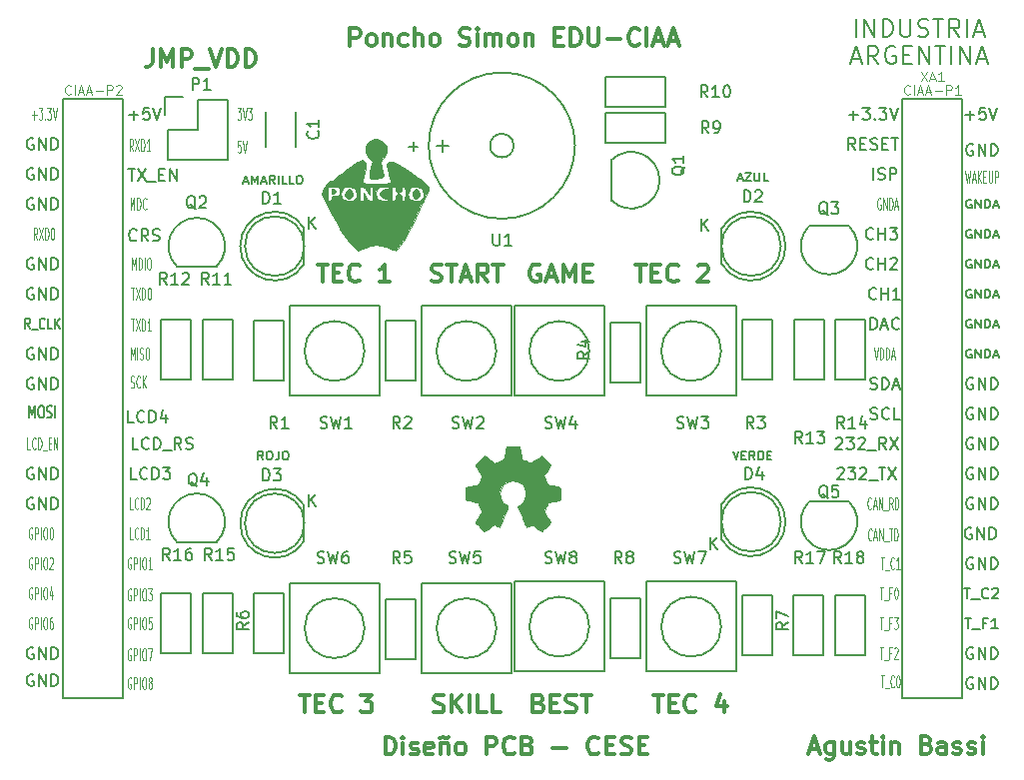
<source format=gbr>
G04 #@! TF.FileFunction,Legend,Top*
%FSLAX46Y46*%
G04 Gerber Fmt 4.6, Leading zero omitted, Abs format (unit mm)*
G04 Created by KiCad (PCBNEW 4.0.2-4+6225~38~ubuntu14.04.1-stable) date mar 26 jul 2016 23:31:03 ART*
%MOMM*%
G01*
G04 APERTURE LIST*
%ADD10C,0.100000*%
%ADD11C,0.187500*%
%ADD12C,0.300000*%
%ADD13C,0.125000*%
%ADD14C,0.150000*%
%ADD15C,0.002540*%
%ADD16C,0.120000*%
%ADD17C,0.200000*%
%ADD18C,0.170000*%
%ADD19C,0.175000*%
%ADD20C,0.180000*%
%ADD21C,0.190000*%
G04 APERTURE END LIST*
D10*
D11*
X174027857Y-66927000D02*
X174385000Y-66927000D01*
X173956429Y-67141286D02*
X174206429Y-66391286D01*
X174456429Y-67141286D01*
X174635000Y-66391286D02*
X175135000Y-66391286D01*
X174635000Y-67141286D01*
X175135000Y-67141286D01*
X175420714Y-66391286D02*
X175420714Y-66998429D01*
X175456429Y-67069857D01*
X175492143Y-67105571D01*
X175563572Y-67141286D01*
X175706429Y-67141286D01*
X175777857Y-67105571D01*
X175813572Y-67069857D01*
X175849286Y-66998429D01*
X175849286Y-66391286D01*
X176563571Y-67141286D02*
X176206428Y-67141286D01*
X176206428Y-66391286D01*
X173581430Y-90013286D02*
X173831430Y-90763286D01*
X174081430Y-90013286D01*
X174331429Y-90370429D02*
X174581429Y-90370429D01*
X174688572Y-90763286D02*
X174331429Y-90763286D01*
X174331429Y-90013286D01*
X174688572Y-90013286D01*
X175438572Y-90763286D02*
X175188572Y-90406143D01*
X175010000Y-90763286D02*
X175010000Y-90013286D01*
X175295715Y-90013286D01*
X175367143Y-90049000D01*
X175402858Y-90084714D01*
X175438572Y-90156143D01*
X175438572Y-90263286D01*
X175402858Y-90334714D01*
X175367143Y-90370429D01*
X175295715Y-90406143D01*
X175010000Y-90406143D01*
X175760000Y-90763286D02*
X175760000Y-90013286D01*
X175938572Y-90013286D01*
X176045715Y-90049000D01*
X176117143Y-90120429D01*
X176152858Y-90191857D01*
X176188572Y-90334714D01*
X176188572Y-90441857D01*
X176152858Y-90584714D01*
X176117143Y-90656143D01*
X176045715Y-90727571D01*
X175938572Y-90763286D01*
X175760000Y-90763286D01*
X176510000Y-90370429D02*
X176760000Y-90370429D01*
X176867143Y-90763286D02*
X176510000Y-90763286D01*
X176510000Y-90013286D01*
X176867143Y-90013286D01*
X133780715Y-90763286D02*
X133530715Y-90406143D01*
X133352143Y-90763286D02*
X133352143Y-90013286D01*
X133637858Y-90013286D01*
X133709286Y-90049000D01*
X133745001Y-90084714D01*
X133780715Y-90156143D01*
X133780715Y-90263286D01*
X133745001Y-90334714D01*
X133709286Y-90370429D01*
X133637858Y-90406143D01*
X133352143Y-90406143D01*
X134245001Y-90013286D02*
X134387858Y-90013286D01*
X134459286Y-90049000D01*
X134530715Y-90120429D01*
X134566429Y-90263286D01*
X134566429Y-90513286D01*
X134530715Y-90656143D01*
X134459286Y-90727571D01*
X134387858Y-90763286D01*
X134245001Y-90763286D01*
X134173572Y-90727571D01*
X134102143Y-90656143D01*
X134066429Y-90513286D01*
X134066429Y-90263286D01*
X134102143Y-90120429D01*
X134173572Y-90049000D01*
X134245001Y-90013286D01*
X135102143Y-90013286D02*
X135102143Y-90549000D01*
X135066429Y-90656143D01*
X134995000Y-90727571D01*
X134887857Y-90763286D01*
X134816429Y-90763286D01*
X135602144Y-90013286D02*
X135745001Y-90013286D01*
X135816429Y-90049000D01*
X135887858Y-90120429D01*
X135923572Y-90263286D01*
X135923572Y-90513286D01*
X135887858Y-90656143D01*
X135816429Y-90727571D01*
X135745001Y-90763286D01*
X135602144Y-90763286D01*
X135530715Y-90727571D01*
X135459286Y-90656143D01*
X135423572Y-90513286D01*
X135423572Y-90263286D01*
X135459286Y-90120429D01*
X135530715Y-90049000D01*
X135602144Y-90013286D01*
X132137857Y-67181000D02*
X132495000Y-67181000D01*
X132066429Y-67395286D02*
X132316429Y-66645286D01*
X132566429Y-67395286D01*
X132816428Y-67395286D02*
X132816428Y-66645286D01*
X133066428Y-67181000D01*
X133316428Y-66645286D01*
X133316428Y-67395286D01*
X133637857Y-67181000D02*
X133995000Y-67181000D01*
X133566429Y-67395286D02*
X133816429Y-66645286D01*
X134066429Y-67395286D01*
X134745000Y-67395286D02*
X134495000Y-67038143D01*
X134316428Y-67395286D02*
X134316428Y-66645286D01*
X134602143Y-66645286D01*
X134673571Y-66681000D01*
X134709286Y-66716714D01*
X134745000Y-66788143D01*
X134745000Y-66895286D01*
X134709286Y-66966714D01*
X134673571Y-67002429D01*
X134602143Y-67038143D01*
X134316428Y-67038143D01*
X135066428Y-67395286D02*
X135066428Y-66645286D01*
X135780714Y-67395286D02*
X135423571Y-67395286D01*
X135423571Y-66645286D01*
X136387857Y-67395286D02*
X136030714Y-67395286D01*
X136030714Y-66645286D01*
X136780715Y-66645286D02*
X136923572Y-66645286D01*
X136995000Y-66681000D01*
X137066429Y-66752429D01*
X137102143Y-66895286D01*
X137102143Y-67145286D01*
X137066429Y-67288143D01*
X136995000Y-67359571D01*
X136923572Y-67395286D01*
X136780715Y-67395286D01*
X136709286Y-67359571D01*
X136637857Y-67288143D01*
X136602143Y-67145286D01*
X136602143Y-66895286D01*
X136637857Y-66752429D01*
X136709286Y-66681000D01*
X136780715Y-66645286D01*
D12*
X144122572Y-115740571D02*
X144122572Y-114240571D01*
X144479715Y-114240571D01*
X144694000Y-114312000D01*
X144836858Y-114454857D01*
X144908286Y-114597714D01*
X144979715Y-114883429D01*
X144979715Y-115097714D01*
X144908286Y-115383429D01*
X144836858Y-115526286D01*
X144694000Y-115669143D01*
X144479715Y-115740571D01*
X144122572Y-115740571D01*
X145622572Y-115740571D02*
X145622572Y-114740571D01*
X145622572Y-114240571D02*
X145551143Y-114312000D01*
X145622572Y-114383429D01*
X145694000Y-114312000D01*
X145622572Y-114240571D01*
X145622572Y-114383429D01*
X146265429Y-115669143D02*
X146408286Y-115740571D01*
X146694001Y-115740571D01*
X146836858Y-115669143D01*
X146908286Y-115526286D01*
X146908286Y-115454857D01*
X146836858Y-115312000D01*
X146694001Y-115240571D01*
X146479715Y-115240571D01*
X146336858Y-115169143D01*
X146265429Y-115026286D01*
X146265429Y-114954857D01*
X146336858Y-114812000D01*
X146479715Y-114740571D01*
X146694001Y-114740571D01*
X146836858Y-114812000D01*
X148122572Y-115669143D02*
X147979715Y-115740571D01*
X147694001Y-115740571D01*
X147551144Y-115669143D01*
X147479715Y-115526286D01*
X147479715Y-114954857D01*
X147551144Y-114812000D01*
X147694001Y-114740571D01*
X147979715Y-114740571D01*
X148122572Y-114812000D01*
X148194001Y-114954857D01*
X148194001Y-115097714D01*
X147479715Y-115240571D01*
X148836858Y-114740571D02*
X148836858Y-115740571D01*
X148836858Y-114883429D02*
X148908286Y-114812000D01*
X149051144Y-114740571D01*
X149265429Y-114740571D01*
X149408286Y-114812000D01*
X149479715Y-114954857D01*
X149479715Y-115740571D01*
X148765429Y-114383429D02*
X148836858Y-114312000D01*
X148979715Y-114240571D01*
X149265429Y-114383429D01*
X149408286Y-114312000D01*
X149479715Y-114240571D01*
X150408287Y-115740571D02*
X150265429Y-115669143D01*
X150194001Y-115597714D01*
X150122572Y-115454857D01*
X150122572Y-115026286D01*
X150194001Y-114883429D01*
X150265429Y-114812000D01*
X150408287Y-114740571D01*
X150622572Y-114740571D01*
X150765429Y-114812000D01*
X150836858Y-114883429D01*
X150908287Y-115026286D01*
X150908287Y-115454857D01*
X150836858Y-115597714D01*
X150765429Y-115669143D01*
X150622572Y-115740571D01*
X150408287Y-115740571D01*
X152694001Y-115740571D02*
X152694001Y-114240571D01*
X153265429Y-114240571D01*
X153408287Y-114312000D01*
X153479715Y-114383429D01*
X153551144Y-114526286D01*
X153551144Y-114740571D01*
X153479715Y-114883429D01*
X153408287Y-114954857D01*
X153265429Y-115026286D01*
X152694001Y-115026286D01*
X155051144Y-115597714D02*
X154979715Y-115669143D01*
X154765429Y-115740571D01*
X154622572Y-115740571D01*
X154408287Y-115669143D01*
X154265429Y-115526286D01*
X154194001Y-115383429D01*
X154122572Y-115097714D01*
X154122572Y-114883429D01*
X154194001Y-114597714D01*
X154265429Y-114454857D01*
X154408287Y-114312000D01*
X154622572Y-114240571D01*
X154765429Y-114240571D01*
X154979715Y-114312000D01*
X155051144Y-114383429D01*
X156194001Y-114954857D02*
X156408287Y-115026286D01*
X156479715Y-115097714D01*
X156551144Y-115240571D01*
X156551144Y-115454857D01*
X156479715Y-115597714D01*
X156408287Y-115669143D01*
X156265429Y-115740571D01*
X155694001Y-115740571D01*
X155694001Y-114240571D01*
X156194001Y-114240571D01*
X156336858Y-114312000D01*
X156408287Y-114383429D01*
X156479715Y-114526286D01*
X156479715Y-114669143D01*
X156408287Y-114812000D01*
X156336858Y-114883429D01*
X156194001Y-114954857D01*
X155694001Y-114954857D01*
X158336858Y-115169143D02*
X159479715Y-115169143D01*
X162194001Y-115597714D02*
X162122572Y-115669143D01*
X161908286Y-115740571D01*
X161765429Y-115740571D01*
X161551144Y-115669143D01*
X161408286Y-115526286D01*
X161336858Y-115383429D01*
X161265429Y-115097714D01*
X161265429Y-114883429D01*
X161336858Y-114597714D01*
X161408286Y-114454857D01*
X161551144Y-114312000D01*
X161765429Y-114240571D01*
X161908286Y-114240571D01*
X162122572Y-114312000D01*
X162194001Y-114383429D01*
X162836858Y-114954857D02*
X163336858Y-114954857D01*
X163551144Y-115740571D02*
X162836858Y-115740571D01*
X162836858Y-114240571D01*
X163551144Y-114240571D01*
X164122572Y-115669143D02*
X164336858Y-115740571D01*
X164694001Y-115740571D01*
X164836858Y-115669143D01*
X164908287Y-115597714D01*
X164979715Y-115454857D01*
X164979715Y-115312000D01*
X164908287Y-115169143D01*
X164836858Y-115097714D01*
X164694001Y-115026286D01*
X164408287Y-114954857D01*
X164265429Y-114883429D01*
X164194001Y-114812000D01*
X164122572Y-114669143D01*
X164122572Y-114526286D01*
X164194001Y-114383429D01*
X164265429Y-114312000D01*
X164408287Y-114240571D01*
X164765429Y-114240571D01*
X164979715Y-114312000D01*
X165622572Y-114954857D02*
X166122572Y-114954857D01*
X166336858Y-115740571D02*
X165622572Y-115740571D01*
X165622572Y-114240571D01*
X166336858Y-114240571D01*
D11*
X183999857Y-54906821D02*
X183999857Y-53406821D01*
X184714143Y-54906821D02*
X184714143Y-53406821D01*
X185571286Y-54906821D01*
X185571286Y-53406821D01*
X186285572Y-54906821D02*
X186285572Y-53406821D01*
X186642715Y-53406821D01*
X186857000Y-53478250D01*
X186999858Y-53621107D01*
X187071286Y-53763964D01*
X187142715Y-54049679D01*
X187142715Y-54263964D01*
X187071286Y-54549679D01*
X186999858Y-54692536D01*
X186857000Y-54835393D01*
X186642715Y-54906821D01*
X186285572Y-54906821D01*
X187785572Y-53406821D02*
X187785572Y-54621107D01*
X187857000Y-54763964D01*
X187928429Y-54835393D01*
X188071286Y-54906821D01*
X188357000Y-54906821D01*
X188499858Y-54835393D01*
X188571286Y-54763964D01*
X188642715Y-54621107D01*
X188642715Y-53406821D01*
X189285572Y-54835393D02*
X189499858Y-54906821D01*
X189857001Y-54906821D01*
X189999858Y-54835393D01*
X190071287Y-54763964D01*
X190142715Y-54621107D01*
X190142715Y-54478250D01*
X190071287Y-54335393D01*
X189999858Y-54263964D01*
X189857001Y-54192536D01*
X189571287Y-54121107D01*
X189428429Y-54049679D01*
X189357001Y-53978250D01*
X189285572Y-53835393D01*
X189285572Y-53692536D01*
X189357001Y-53549679D01*
X189428429Y-53478250D01*
X189571287Y-53406821D01*
X189928429Y-53406821D01*
X190142715Y-53478250D01*
X190571286Y-53406821D02*
X191428429Y-53406821D01*
X190999858Y-54906821D02*
X190999858Y-53406821D01*
X192785572Y-54906821D02*
X192285572Y-54192536D01*
X191928429Y-54906821D02*
X191928429Y-53406821D01*
X192499857Y-53406821D01*
X192642715Y-53478250D01*
X192714143Y-53549679D01*
X192785572Y-53692536D01*
X192785572Y-53906821D01*
X192714143Y-54049679D01*
X192642715Y-54121107D01*
X192499857Y-54192536D01*
X191928429Y-54192536D01*
X193428429Y-54906821D02*
X193428429Y-53406821D01*
X194071286Y-54478250D02*
X194785572Y-54478250D01*
X193928429Y-54906821D02*
X194428429Y-53406821D01*
X194928429Y-54906821D01*
X183678428Y-56765750D02*
X184392714Y-56765750D01*
X183535571Y-57194321D02*
X184035571Y-55694321D01*
X184535571Y-57194321D01*
X185892714Y-57194321D02*
X185392714Y-56480036D01*
X185035571Y-57194321D02*
X185035571Y-55694321D01*
X185606999Y-55694321D01*
X185749857Y-55765750D01*
X185821285Y-55837179D01*
X185892714Y-55980036D01*
X185892714Y-56194321D01*
X185821285Y-56337179D01*
X185749857Y-56408607D01*
X185606999Y-56480036D01*
X185035571Y-56480036D01*
X187321285Y-55765750D02*
X187178428Y-55694321D01*
X186964142Y-55694321D01*
X186749857Y-55765750D01*
X186606999Y-55908607D01*
X186535571Y-56051464D01*
X186464142Y-56337179D01*
X186464142Y-56551464D01*
X186535571Y-56837179D01*
X186606999Y-56980036D01*
X186749857Y-57122893D01*
X186964142Y-57194321D01*
X187106999Y-57194321D01*
X187321285Y-57122893D01*
X187392714Y-57051464D01*
X187392714Y-56551464D01*
X187106999Y-56551464D01*
X188035571Y-56408607D02*
X188535571Y-56408607D01*
X188749857Y-57194321D02*
X188035571Y-57194321D01*
X188035571Y-55694321D01*
X188749857Y-55694321D01*
X189392714Y-57194321D02*
X189392714Y-55694321D01*
X190249857Y-57194321D01*
X190249857Y-55694321D01*
X190749857Y-55694321D02*
X191607000Y-55694321D01*
X191178429Y-57194321D02*
X191178429Y-55694321D01*
X192107000Y-57194321D02*
X192107000Y-55694321D01*
X192821286Y-57194321D02*
X192821286Y-55694321D01*
X193678429Y-57194321D01*
X193678429Y-55694321D01*
X194321286Y-56765750D02*
X195035572Y-56765750D01*
X194178429Y-57194321D02*
X194678429Y-55694321D01*
X195178429Y-57194321D01*
D13*
X131857763Y-63714381D02*
X131619668Y-63714381D01*
X131595858Y-64190571D01*
X131619668Y-64142952D01*
X131667287Y-64095333D01*
X131786334Y-64095333D01*
X131833953Y-64142952D01*
X131857763Y-64190571D01*
X131881572Y-64285810D01*
X131881572Y-64523905D01*
X131857763Y-64619143D01*
X131833953Y-64666762D01*
X131786334Y-64714381D01*
X131667287Y-64714381D01*
X131619668Y-64666762D01*
X131595858Y-64619143D01*
X132024429Y-63714381D02*
X132191096Y-64714381D01*
X132357762Y-63714381D01*
X131587954Y-60920381D02*
X131897477Y-60920381D01*
X131730811Y-61301333D01*
X131802239Y-61301333D01*
X131849858Y-61348952D01*
X131873668Y-61396571D01*
X131897477Y-61491810D01*
X131897477Y-61729905D01*
X131873668Y-61825143D01*
X131849858Y-61872762D01*
X131802239Y-61920381D01*
X131659382Y-61920381D01*
X131611763Y-61872762D01*
X131587954Y-61825143D01*
X132040334Y-60920381D02*
X132207001Y-61920381D01*
X132373667Y-60920381D01*
X132492715Y-60920381D02*
X132802238Y-60920381D01*
X132635572Y-61301333D01*
X132707000Y-61301333D01*
X132754619Y-61348952D01*
X132778429Y-61396571D01*
X132802238Y-61491810D01*
X132802238Y-61729905D01*
X132778429Y-61825143D01*
X132754619Y-61872762D01*
X132707000Y-61920381D01*
X132564143Y-61920381D01*
X132516524Y-61872762D01*
X132492715Y-61825143D01*
D12*
X124416857Y-55947571D02*
X124416857Y-57019000D01*
X124345429Y-57233286D01*
X124202572Y-57376143D01*
X123988286Y-57447571D01*
X123845429Y-57447571D01*
X125131143Y-57447571D02*
X125131143Y-55947571D01*
X125631143Y-57019000D01*
X126131143Y-55947571D01*
X126131143Y-57447571D01*
X126845429Y-57447571D02*
X126845429Y-55947571D01*
X127416857Y-55947571D01*
X127559715Y-56019000D01*
X127631143Y-56090429D01*
X127702572Y-56233286D01*
X127702572Y-56447571D01*
X127631143Y-56590429D01*
X127559715Y-56661857D01*
X127416857Y-56733286D01*
X126845429Y-56733286D01*
X127988286Y-57590429D02*
X129131143Y-57590429D01*
X129274000Y-55947571D02*
X129774000Y-57447571D01*
X130274000Y-55947571D01*
X130774000Y-57447571D02*
X130774000Y-55947571D01*
X131131143Y-55947571D01*
X131345428Y-56019000D01*
X131488286Y-56161857D01*
X131559714Y-56304714D01*
X131631143Y-56590429D01*
X131631143Y-56804714D01*
X131559714Y-57090429D01*
X131488286Y-57233286D01*
X131345428Y-57376143D01*
X131131143Y-57447571D01*
X130774000Y-57447571D01*
X132274000Y-57447571D02*
X132274000Y-55947571D01*
X132631143Y-55947571D01*
X132845428Y-56019000D01*
X132988286Y-56161857D01*
X133059714Y-56304714D01*
X133131143Y-56590429D01*
X133131143Y-56804714D01*
X133059714Y-57090429D01*
X132988286Y-57233286D01*
X132845428Y-57376143D01*
X132631143Y-57447571D01*
X132274000Y-57447571D01*
X136857143Y-110678571D02*
X137714286Y-110678571D01*
X137285715Y-112178571D02*
X137285715Y-110678571D01*
X138214286Y-111392857D02*
X138714286Y-111392857D01*
X138928572Y-112178571D02*
X138214286Y-112178571D01*
X138214286Y-110678571D01*
X138928572Y-110678571D01*
X140428572Y-112035714D02*
X140357143Y-112107143D01*
X140142857Y-112178571D01*
X140000000Y-112178571D01*
X139785715Y-112107143D01*
X139642857Y-111964286D01*
X139571429Y-111821429D01*
X139500000Y-111535714D01*
X139500000Y-111321429D01*
X139571429Y-111035714D01*
X139642857Y-110892857D01*
X139785715Y-110750000D01*
X140000000Y-110678571D01*
X140142857Y-110678571D01*
X140357143Y-110750000D01*
X140428572Y-110821429D01*
X142071429Y-110678571D02*
X143000000Y-110678571D01*
X142500000Y-111250000D01*
X142714286Y-111250000D01*
X142857143Y-111321429D01*
X142928572Y-111392857D01*
X143000000Y-111535714D01*
X143000000Y-111892857D01*
X142928572Y-112035714D01*
X142857143Y-112107143D01*
X142714286Y-112178571D01*
X142285714Y-112178571D01*
X142142857Y-112107143D01*
X142071429Y-112035714D01*
X166857143Y-110678571D02*
X167714286Y-110678571D01*
X167285715Y-112178571D02*
X167285715Y-110678571D01*
X168214286Y-111392857D02*
X168714286Y-111392857D01*
X168928572Y-112178571D02*
X168214286Y-112178571D01*
X168214286Y-110678571D01*
X168928572Y-110678571D01*
X170428572Y-112035714D02*
X170357143Y-112107143D01*
X170142857Y-112178571D01*
X170000000Y-112178571D01*
X169785715Y-112107143D01*
X169642857Y-111964286D01*
X169571429Y-111821429D01*
X169500000Y-111535714D01*
X169500000Y-111321429D01*
X169571429Y-111035714D01*
X169642857Y-110892857D01*
X169785715Y-110750000D01*
X170000000Y-110678571D01*
X170142857Y-110678571D01*
X170357143Y-110750000D01*
X170428572Y-110821429D01*
X172857143Y-111178571D02*
X172857143Y-112178571D01*
X172500000Y-110607143D02*
X172142857Y-111678571D01*
X173071429Y-111678571D01*
X165357143Y-74178571D02*
X166214286Y-74178571D01*
X165785715Y-75678571D02*
X165785715Y-74178571D01*
X166714286Y-74892857D02*
X167214286Y-74892857D01*
X167428572Y-75678571D02*
X166714286Y-75678571D01*
X166714286Y-74178571D01*
X167428572Y-74178571D01*
X168928572Y-75535714D02*
X168857143Y-75607143D01*
X168642857Y-75678571D01*
X168500000Y-75678571D01*
X168285715Y-75607143D01*
X168142857Y-75464286D01*
X168071429Y-75321429D01*
X168000000Y-75035714D01*
X168000000Y-74821429D01*
X168071429Y-74535714D01*
X168142857Y-74392857D01*
X168285715Y-74250000D01*
X168500000Y-74178571D01*
X168642857Y-74178571D01*
X168857143Y-74250000D01*
X168928572Y-74321429D01*
X170642857Y-74321429D02*
X170714286Y-74250000D01*
X170857143Y-74178571D01*
X171214286Y-74178571D01*
X171357143Y-74250000D01*
X171428572Y-74321429D01*
X171500000Y-74464286D01*
X171500000Y-74607143D01*
X171428572Y-74821429D01*
X170571429Y-75678571D01*
X171500000Y-75678571D01*
X138357143Y-74178571D02*
X139214286Y-74178571D01*
X138785715Y-75678571D02*
X138785715Y-74178571D01*
X139714286Y-74892857D02*
X140214286Y-74892857D01*
X140428572Y-75678571D02*
X139714286Y-75678571D01*
X139714286Y-74178571D01*
X140428572Y-74178571D01*
X141928572Y-75535714D02*
X141857143Y-75607143D01*
X141642857Y-75678571D01*
X141500000Y-75678571D01*
X141285715Y-75607143D01*
X141142857Y-75464286D01*
X141071429Y-75321429D01*
X141000000Y-75035714D01*
X141000000Y-74821429D01*
X141071429Y-74535714D01*
X141142857Y-74392857D01*
X141285715Y-74250000D01*
X141500000Y-74178571D01*
X141642857Y-74178571D01*
X141857143Y-74250000D01*
X141928572Y-74321429D01*
X144500000Y-75678571D02*
X143642857Y-75678571D01*
X144071429Y-75678571D02*
X144071429Y-74178571D01*
X143928572Y-74392857D01*
X143785714Y-74535714D01*
X143642857Y-74607143D01*
X157142858Y-111392857D02*
X157357144Y-111464286D01*
X157428572Y-111535714D01*
X157500001Y-111678571D01*
X157500001Y-111892857D01*
X157428572Y-112035714D01*
X157357144Y-112107143D01*
X157214286Y-112178571D01*
X156642858Y-112178571D01*
X156642858Y-110678571D01*
X157142858Y-110678571D01*
X157285715Y-110750000D01*
X157357144Y-110821429D01*
X157428572Y-110964286D01*
X157428572Y-111107143D01*
X157357144Y-111250000D01*
X157285715Y-111321429D01*
X157142858Y-111392857D01*
X156642858Y-111392857D01*
X158142858Y-111392857D02*
X158642858Y-111392857D01*
X158857144Y-112178571D02*
X158142858Y-112178571D01*
X158142858Y-110678571D01*
X158857144Y-110678571D01*
X159428572Y-112107143D02*
X159642858Y-112178571D01*
X160000001Y-112178571D01*
X160142858Y-112107143D01*
X160214287Y-112035714D01*
X160285715Y-111892857D01*
X160285715Y-111750000D01*
X160214287Y-111607143D01*
X160142858Y-111535714D01*
X160000001Y-111464286D01*
X159714287Y-111392857D01*
X159571429Y-111321429D01*
X159500001Y-111250000D01*
X159428572Y-111107143D01*
X159428572Y-110964286D01*
X159500001Y-110821429D01*
X159571429Y-110750000D01*
X159714287Y-110678571D01*
X160071429Y-110678571D01*
X160285715Y-110750000D01*
X160714286Y-110678571D02*
X161571429Y-110678571D01*
X161142858Y-112178571D02*
X161142858Y-110678571D01*
X148250000Y-112107143D02*
X148464286Y-112178571D01*
X148821429Y-112178571D01*
X148964286Y-112107143D01*
X149035715Y-112035714D01*
X149107143Y-111892857D01*
X149107143Y-111750000D01*
X149035715Y-111607143D01*
X148964286Y-111535714D01*
X148821429Y-111464286D01*
X148535715Y-111392857D01*
X148392857Y-111321429D01*
X148321429Y-111250000D01*
X148250000Y-111107143D01*
X148250000Y-110964286D01*
X148321429Y-110821429D01*
X148392857Y-110750000D01*
X148535715Y-110678571D01*
X148892857Y-110678571D01*
X149107143Y-110750000D01*
X149750000Y-112178571D02*
X149750000Y-110678571D01*
X150607143Y-112178571D02*
X149964286Y-111321429D01*
X150607143Y-110678571D02*
X149750000Y-111535714D01*
X151250000Y-112178571D02*
X151250000Y-110678571D01*
X152678572Y-112178571D02*
X151964286Y-112178571D01*
X151964286Y-110678571D01*
X153892858Y-112178571D02*
X153178572Y-112178571D01*
X153178572Y-110678571D01*
X157214286Y-74250000D02*
X157071429Y-74178571D01*
X156857143Y-74178571D01*
X156642858Y-74250000D01*
X156500000Y-74392857D01*
X156428572Y-74535714D01*
X156357143Y-74821429D01*
X156357143Y-75035714D01*
X156428572Y-75321429D01*
X156500000Y-75464286D01*
X156642858Y-75607143D01*
X156857143Y-75678571D01*
X157000000Y-75678571D01*
X157214286Y-75607143D01*
X157285715Y-75535714D01*
X157285715Y-75035714D01*
X157000000Y-75035714D01*
X157857143Y-75250000D02*
X158571429Y-75250000D01*
X157714286Y-75678571D02*
X158214286Y-74178571D01*
X158714286Y-75678571D01*
X159214286Y-75678571D02*
X159214286Y-74178571D01*
X159714286Y-75250000D01*
X160214286Y-74178571D01*
X160214286Y-75678571D01*
X160928572Y-74892857D02*
X161428572Y-74892857D01*
X161642858Y-75678571D02*
X160928572Y-75678571D01*
X160928572Y-74178571D01*
X161642858Y-74178571D01*
X148035715Y-75607143D02*
X148250001Y-75678571D01*
X148607144Y-75678571D01*
X148750001Y-75607143D01*
X148821430Y-75535714D01*
X148892858Y-75392857D01*
X148892858Y-75250000D01*
X148821430Y-75107143D01*
X148750001Y-75035714D01*
X148607144Y-74964286D01*
X148321430Y-74892857D01*
X148178572Y-74821429D01*
X148107144Y-74750000D01*
X148035715Y-74607143D01*
X148035715Y-74464286D01*
X148107144Y-74321429D01*
X148178572Y-74250000D01*
X148321430Y-74178571D01*
X148678572Y-74178571D01*
X148892858Y-74250000D01*
X149321429Y-74178571D02*
X150178572Y-74178571D01*
X149750001Y-75678571D02*
X149750001Y-74178571D01*
X150607143Y-75250000D02*
X151321429Y-75250000D01*
X150464286Y-75678571D02*
X150964286Y-74178571D01*
X151464286Y-75678571D01*
X152821429Y-75678571D02*
X152321429Y-74964286D01*
X151964286Y-75678571D02*
X151964286Y-74178571D01*
X152535714Y-74178571D01*
X152678572Y-74250000D01*
X152750000Y-74321429D01*
X152821429Y-74464286D01*
X152821429Y-74678571D01*
X152750000Y-74821429D01*
X152678572Y-74892857D01*
X152535714Y-74964286D01*
X151964286Y-74964286D01*
X153250000Y-74178571D02*
X154107143Y-74178571D01*
X153678572Y-75678571D02*
X153678572Y-74178571D01*
X180142856Y-115250000D02*
X180857142Y-115250000D01*
X179999999Y-115678571D02*
X180499999Y-114178571D01*
X180999999Y-115678571D01*
X182142856Y-114678571D02*
X182142856Y-115892857D01*
X182071427Y-116035714D01*
X181999999Y-116107143D01*
X181857142Y-116178571D01*
X181642856Y-116178571D01*
X181499999Y-116107143D01*
X182142856Y-115607143D02*
X181999999Y-115678571D01*
X181714285Y-115678571D01*
X181571427Y-115607143D01*
X181499999Y-115535714D01*
X181428570Y-115392857D01*
X181428570Y-114964286D01*
X181499999Y-114821429D01*
X181571427Y-114750000D01*
X181714285Y-114678571D01*
X181999999Y-114678571D01*
X182142856Y-114750000D01*
X183499999Y-114678571D02*
X183499999Y-115678571D01*
X182857142Y-114678571D02*
X182857142Y-115464286D01*
X182928570Y-115607143D01*
X183071428Y-115678571D01*
X183285713Y-115678571D01*
X183428570Y-115607143D01*
X183499999Y-115535714D01*
X184142856Y-115607143D02*
X184285713Y-115678571D01*
X184571428Y-115678571D01*
X184714285Y-115607143D01*
X184785713Y-115464286D01*
X184785713Y-115392857D01*
X184714285Y-115250000D01*
X184571428Y-115178571D01*
X184357142Y-115178571D01*
X184214285Y-115107143D01*
X184142856Y-114964286D01*
X184142856Y-114892857D01*
X184214285Y-114750000D01*
X184357142Y-114678571D01*
X184571428Y-114678571D01*
X184714285Y-114750000D01*
X185214285Y-114678571D02*
X185785714Y-114678571D01*
X185428571Y-114178571D02*
X185428571Y-115464286D01*
X185499999Y-115607143D01*
X185642857Y-115678571D01*
X185785714Y-115678571D01*
X186285714Y-115678571D02*
X186285714Y-114678571D01*
X186285714Y-114178571D02*
X186214285Y-114250000D01*
X186285714Y-114321429D01*
X186357142Y-114250000D01*
X186285714Y-114178571D01*
X186285714Y-114321429D01*
X187000000Y-114678571D02*
X187000000Y-115678571D01*
X187000000Y-114821429D02*
X187071428Y-114750000D01*
X187214286Y-114678571D01*
X187428571Y-114678571D01*
X187571428Y-114750000D01*
X187642857Y-114892857D01*
X187642857Y-115678571D01*
X190000000Y-114892857D02*
X190214286Y-114964286D01*
X190285714Y-115035714D01*
X190357143Y-115178571D01*
X190357143Y-115392857D01*
X190285714Y-115535714D01*
X190214286Y-115607143D01*
X190071428Y-115678571D01*
X189500000Y-115678571D01*
X189500000Y-114178571D01*
X190000000Y-114178571D01*
X190142857Y-114250000D01*
X190214286Y-114321429D01*
X190285714Y-114464286D01*
X190285714Y-114607143D01*
X190214286Y-114750000D01*
X190142857Y-114821429D01*
X190000000Y-114892857D01*
X189500000Y-114892857D01*
X191642857Y-115678571D02*
X191642857Y-114892857D01*
X191571428Y-114750000D01*
X191428571Y-114678571D01*
X191142857Y-114678571D01*
X191000000Y-114750000D01*
X191642857Y-115607143D02*
X191500000Y-115678571D01*
X191142857Y-115678571D01*
X191000000Y-115607143D01*
X190928571Y-115464286D01*
X190928571Y-115321429D01*
X191000000Y-115178571D01*
X191142857Y-115107143D01*
X191500000Y-115107143D01*
X191642857Y-115035714D01*
X192285714Y-115607143D02*
X192428571Y-115678571D01*
X192714286Y-115678571D01*
X192857143Y-115607143D01*
X192928571Y-115464286D01*
X192928571Y-115392857D01*
X192857143Y-115250000D01*
X192714286Y-115178571D01*
X192500000Y-115178571D01*
X192357143Y-115107143D01*
X192285714Y-114964286D01*
X192285714Y-114892857D01*
X192357143Y-114750000D01*
X192500000Y-114678571D01*
X192714286Y-114678571D01*
X192857143Y-114750000D01*
X193500000Y-115607143D02*
X193642857Y-115678571D01*
X193928572Y-115678571D01*
X194071429Y-115607143D01*
X194142857Y-115464286D01*
X194142857Y-115392857D01*
X194071429Y-115250000D01*
X193928572Y-115178571D01*
X193714286Y-115178571D01*
X193571429Y-115107143D01*
X193500000Y-114964286D01*
X193500000Y-114892857D01*
X193571429Y-114750000D01*
X193714286Y-114678571D01*
X193928572Y-114678571D01*
X194071429Y-114750000D01*
X194785715Y-115678571D02*
X194785715Y-114678571D01*
X194785715Y-114178571D02*
X194714286Y-114250000D01*
X194785715Y-114321429D01*
X194857143Y-114250000D01*
X194785715Y-114178571D01*
X194785715Y-114321429D01*
X141142857Y-55678571D02*
X141142857Y-54178571D01*
X141714285Y-54178571D01*
X141857143Y-54250000D01*
X141928571Y-54321429D01*
X142000000Y-54464286D01*
X142000000Y-54678571D01*
X141928571Y-54821429D01*
X141857143Y-54892857D01*
X141714285Y-54964286D01*
X141142857Y-54964286D01*
X142857143Y-55678571D02*
X142714285Y-55607143D01*
X142642857Y-55535714D01*
X142571428Y-55392857D01*
X142571428Y-54964286D01*
X142642857Y-54821429D01*
X142714285Y-54750000D01*
X142857143Y-54678571D01*
X143071428Y-54678571D01*
X143214285Y-54750000D01*
X143285714Y-54821429D01*
X143357143Y-54964286D01*
X143357143Y-55392857D01*
X143285714Y-55535714D01*
X143214285Y-55607143D01*
X143071428Y-55678571D01*
X142857143Y-55678571D01*
X144000000Y-54678571D02*
X144000000Y-55678571D01*
X144000000Y-54821429D02*
X144071428Y-54750000D01*
X144214286Y-54678571D01*
X144428571Y-54678571D01*
X144571428Y-54750000D01*
X144642857Y-54892857D01*
X144642857Y-55678571D01*
X146000000Y-55607143D02*
X145857143Y-55678571D01*
X145571429Y-55678571D01*
X145428571Y-55607143D01*
X145357143Y-55535714D01*
X145285714Y-55392857D01*
X145285714Y-54964286D01*
X145357143Y-54821429D01*
X145428571Y-54750000D01*
X145571429Y-54678571D01*
X145857143Y-54678571D01*
X146000000Y-54750000D01*
X146642857Y-55678571D02*
X146642857Y-54178571D01*
X147285714Y-55678571D02*
X147285714Y-54892857D01*
X147214285Y-54750000D01*
X147071428Y-54678571D01*
X146857143Y-54678571D01*
X146714285Y-54750000D01*
X146642857Y-54821429D01*
X148214286Y-55678571D02*
X148071428Y-55607143D01*
X148000000Y-55535714D01*
X147928571Y-55392857D01*
X147928571Y-54964286D01*
X148000000Y-54821429D01*
X148071428Y-54750000D01*
X148214286Y-54678571D01*
X148428571Y-54678571D01*
X148571428Y-54750000D01*
X148642857Y-54821429D01*
X148714286Y-54964286D01*
X148714286Y-55392857D01*
X148642857Y-55535714D01*
X148571428Y-55607143D01*
X148428571Y-55678571D01*
X148214286Y-55678571D01*
X150428571Y-55607143D02*
X150642857Y-55678571D01*
X151000000Y-55678571D01*
X151142857Y-55607143D01*
X151214286Y-55535714D01*
X151285714Y-55392857D01*
X151285714Y-55250000D01*
X151214286Y-55107143D01*
X151142857Y-55035714D01*
X151000000Y-54964286D01*
X150714286Y-54892857D01*
X150571428Y-54821429D01*
X150500000Y-54750000D01*
X150428571Y-54607143D01*
X150428571Y-54464286D01*
X150500000Y-54321429D01*
X150571428Y-54250000D01*
X150714286Y-54178571D01*
X151071428Y-54178571D01*
X151285714Y-54250000D01*
X151928571Y-55678571D02*
X151928571Y-54678571D01*
X151928571Y-54178571D02*
X151857142Y-54250000D01*
X151928571Y-54321429D01*
X151999999Y-54250000D01*
X151928571Y-54178571D01*
X151928571Y-54321429D01*
X152642857Y-55678571D02*
X152642857Y-54678571D01*
X152642857Y-54821429D02*
X152714285Y-54750000D01*
X152857143Y-54678571D01*
X153071428Y-54678571D01*
X153214285Y-54750000D01*
X153285714Y-54892857D01*
X153285714Y-55678571D01*
X153285714Y-54892857D02*
X153357143Y-54750000D01*
X153500000Y-54678571D01*
X153714285Y-54678571D01*
X153857143Y-54750000D01*
X153928571Y-54892857D01*
X153928571Y-55678571D01*
X154857143Y-55678571D02*
X154714285Y-55607143D01*
X154642857Y-55535714D01*
X154571428Y-55392857D01*
X154571428Y-54964286D01*
X154642857Y-54821429D01*
X154714285Y-54750000D01*
X154857143Y-54678571D01*
X155071428Y-54678571D01*
X155214285Y-54750000D01*
X155285714Y-54821429D01*
X155357143Y-54964286D01*
X155357143Y-55392857D01*
X155285714Y-55535714D01*
X155214285Y-55607143D01*
X155071428Y-55678571D01*
X154857143Y-55678571D01*
X156000000Y-54678571D02*
X156000000Y-55678571D01*
X156000000Y-54821429D02*
X156071428Y-54750000D01*
X156214286Y-54678571D01*
X156428571Y-54678571D01*
X156571428Y-54750000D01*
X156642857Y-54892857D01*
X156642857Y-55678571D01*
X158500000Y-54892857D02*
X159000000Y-54892857D01*
X159214286Y-55678571D02*
X158500000Y-55678571D01*
X158500000Y-54178571D01*
X159214286Y-54178571D01*
X159857143Y-55678571D02*
X159857143Y-54178571D01*
X160214286Y-54178571D01*
X160428571Y-54250000D01*
X160571429Y-54392857D01*
X160642857Y-54535714D01*
X160714286Y-54821429D01*
X160714286Y-55035714D01*
X160642857Y-55321429D01*
X160571429Y-55464286D01*
X160428571Y-55607143D01*
X160214286Y-55678571D01*
X159857143Y-55678571D01*
X161357143Y-54178571D02*
X161357143Y-55392857D01*
X161428571Y-55535714D01*
X161500000Y-55607143D01*
X161642857Y-55678571D01*
X161928571Y-55678571D01*
X162071429Y-55607143D01*
X162142857Y-55535714D01*
X162214286Y-55392857D01*
X162214286Y-54178571D01*
X162928572Y-55107143D02*
X164071429Y-55107143D01*
X165642858Y-55535714D02*
X165571429Y-55607143D01*
X165357143Y-55678571D01*
X165214286Y-55678571D01*
X165000001Y-55607143D01*
X164857143Y-55464286D01*
X164785715Y-55321429D01*
X164714286Y-55035714D01*
X164714286Y-54821429D01*
X164785715Y-54535714D01*
X164857143Y-54392857D01*
X165000001Y-54250000D01*
X165214286Y-54178571D01*
X165357143Y-54178571D01*
X165571429Y-54250000D01*
X165642858Y-54321429D01*
X166285715Y-55678571D02*
X166285715Y-54178571D01*
X166928572Y-55250000D02*
X167642858Y-55250000D01*
X166785715Y-55678571D02*
X167285715Y-54178571D01*
X167785715Y-55678571D01*
X168214286Y-55250000D02*
X168928572Y-55250000D01*
X168071429Y-55678571D02*
X168571429Y-54178571D01*
X169071429Y-55678571D01*
D14*
X125457800Y-61542700D02*
X125457800Y-59992700D01*
X127007800Y-59992700D02*
X125457800Y-59992700D01*
X125737800Y-62812700D02*
X128277800Y-62812700D01*
X128277800Y-62812700D02*
X128277800Y-60272700D01*
X128277800Y-60272700D02*
X130817800Y-60272700D01*
X130817800Y-60272700D02*
X130817800Y-65352700D01*
X130817800Y-65352700D02*
X125737800Y-65352700D01*
X125737800Y-65352700D02*
X125737800Y-62812700D01*
X149002711Y-64624809D02*
X149002711Y-63624049D01*
X149503091Y-64124429D02*
X148504871Y-64124429D01*
X155004731Y-64124429D02*
G75*
G03X155004731Y-64124429I-1000760J0D01*
G01*
X160204111Y-64124429D02*
G75*
G03X160204111Y-64124429I-6200140J0D01*
G01*
X137231888Y-71119096D02*
G75*
G03X137247000Y-74144000I-2484888J-1524904D01*
G01*
X137247000Y-71144000D02*
X137247000Y-74144000D01*
X137264936Y-72644000D02*
G75*
G03X137264936Y-72644000I-2517936J0D01*
G01*
X172648112Y-74168904D02*
G75*
G03X172633000Y-71144000I2484888J1524904D01*
G01*
X172633000Y-74144000D02*
X172633000Y-71144000D01*
X177650936Y-72644000D02*
G75*
G03X177650936Y-72644000I-2517936J0D01*
G01*
X137231888Y-94614096D02*
G75*
G03X137247000Y-97639000I-2484888J-1524904D01*
G01*
X137247000Y-94639000D02*
X137247000Y-97639000D01*
X137264936Y-96139000D02*
G75*
G03X137264936Y-96139000I-2517936J0D01*
G01*
X172648112Y-97536904D02*
G75*
G03X172633000Y-94512000I2484888J1524904D01*
G01*
X172633000Y-97512000D02*
X172633000Y-94512000D01*
X177650936Y-96012000D02*
G75*
G03X177650936Y-96012000I-2517936J0D01*
G01*
X163273000Y-65356000D02*
X163273000Y-68756000D01*
X163275944Y-65358944D02*
G75*
G02X167373000Y-67056000I1697056J-1697056D01*
G01*
X163275944Y-68753056D02*
G75*
G03X167373000Y-67056000I1697056J1697056D01*
G01*
X126443000Y-74344000D02*
X129843000Y-74344000D01*
X126445944Y-74341056D02*
G75*
G02X128143000Y-70244000I1697056J1697056D01*
G01*
X129840056Y-74341056D02*
G75*
G03X128143000Y-70244000I-1697056J1697056D01*
G01*
X183437000Y-70944000D02*
X180037000Y-70944000D01*
X183434056Y-70946944D02*
G75*
G02X181737000Y-75044000I-1697056J-1697056D01*
G01*
X180039944Y-70946944D02*
G75*
G03X181737000Y-75044000I1697056J-1697056D01*
G01*
X126443000Y-97712000D02*
X129843000Y-97712000D01*
X126445944Y-97709056D02*
G75*
G02X128143000Y-93612000I1697056J1697056D01*
G01*
X129840056Y-97709056D02*
G75*
G03X128143000Y-93612000I-1697056J1697056D01*
G01*
X183437000Y-94312000D02*
X180037000Y-94312000D01*
X183434056Y-94314944D02*
G75*
G02X181737000Y-98412000I-1697056J-1697056D01*
G01*
X180039944Y-94314944D02*
G75*
G03X181737000Y-98412000I1697056J-1697056D01*
G01*
X132969000Y-84074000D02*
X132969000Y-78994000D01*
X132969000Y-78994000D02*
X135509000Y-78994000D01*
X135509000Y-78994000D02*
X135509000Y-84074000D01*
X135509000Y-84074000D02*
X132969000Y-84074000D01*
X144145000Y-84074000D02*
X144145000Y-78994000D01*
X144145000Y-78994000D02*
X146685000Y-78994000D01*
X146685000Y-78994000D02*
X146685000Y-84074000D01*
X146685000Y-84074000D02*
X144145000Y-84074000D01*
X174371000Y-83947000D02*
X174371000Y-78867000D01*
X174371000Y-78867000D02*
X176911000Y-78867000D01*
X176911000Y-78867000D02*
X176911000Y-83947000D01*
X176911000Y-83947000D02*
X174371000Y-83947000D01*
X144145000Y-107696000D02*
X144145000Y-102616000D01*
X144145000Y-102616000D02*
X146685000Y-102616000D01*
X146685000Y-102616000D02*
X146685000Y-107696000D01*
X146685000Y-107696000D02*
X144145000Y-107696000D01*
X132969000Y-107188000D02*
X132969000Y-102108000D01*
X132969000Y-102108000D02*
X135509000Y-102108000D01*
X135509000Y-102108000D02*
X135509000Y-107188000D01*
X135509000Y-107188000D02*
X132969000Y-107188000D01*
X174371000Y-107315000D02*
X174371000Y-102235000D01*
X174371000Y-102235000D02*
X176911000Y-102235000D01*
X176911000Y-102235000D02*
X176911000Y-107315000D01*
X176911000Y-107315000D02*
X174371000Y-107315000D01*
X163195000Y-107569000D02*
X163195000Y-102489000D01*
X163195000Y-102489000D02*
X165735000Y-102489000D01*
X165735000Y-102489000D02*
X165735000Y-107569000D01*
X165735000Y-107569000D02*
X163195000Y-107569000D01*
X167894000Y-63881000D02*
X162814000Y-63881000D01*
X162814000Y-63881000D02*
X162814000Y-61341000D01*
X162814000Y-61341000D02*
X167894000Y-61341000D01*
X167894000Y-61341000D02*
X167894000Y-63881000D01*
X167894000Y-60833000D02*
X162814000Y-60833000D01*
X162814000Y-60833000D02*
X162814000Y-58293000D01*
X162814000Y-58293000D02*
X167894000Y-58293000D01*
X167894000Y-58293000D02*
X167894000Y-60833000D01*
X128651000Y-83947000D02*
X128651000Y-78867000D01*
X128651000Y-78867000D02*
X131191000Y-78867000D01*
X131191000Y-78867000D02*
X131191000Y-83947000D01*
X131191000Y-83947000D02*
X128651000Y-83947000D01*
X125095000Y-83947000D02*
X125095000Y-78867000D01*
X125095000Y-78867000D02*
X127635000Y-78867000D01*
X127635000Y-78867000D02*
X127635000Y-83947000D01*
X127635000Y-83947000D02*
X125095000Y-83947000D01*
X178816000Y-83947000D02*
X178816000Y-78867000D01*
X178816000Y-78867000D02*
X181356000Y-78867000D01*
X181356000Y-78867000D02*
X181356000Y-83947000D01*
X181356000Y-83947000D02*
X178816000Y-83947000D01*
X182245000Y-83947000D02*
X182245000Y-78867000D01*
X182245000Y-78867000D02*
X184785000Y-78867000D01*
X184785000Y-78867000D02*
X184785000Y-83947000D01*
X184785000Y-83947000D02*
X182245000Y-83947000D01*
X128651000Y-107188000D02*
X128651000Y-102108000D01*
X128651000Y-102108000D02*
X131191000Y-102108000D01*
X131191000Y-102108000D02*
X131191000Y-107188000D01*
X131191000Y-107188000D02*
X128651000Y-107188000D01*
X125095000Y-107188000D02*
X125095000Y-102108000D01*
X125095000Y-102108000D02*
X127635000Y-102108000D01*
X127635000Y-102108000D02*
X127635000Y-107188000D01*
X127635000Y-107188000D02*
X125095000Y-107188000D01*
X178689000Y-107315000D02*
X178689000Y-102235000D01*
X178689000Y-102235000D02*
X181229000Y-102235000D01*
X181229000Y-102235000D02*
X181229000Y-107315000D01*
X181229000Y-107315000D02*
X178689000Y-107315000D01*
X182245000Y-107315000D02*
X182245000Y-102235000D01*
X182245000Y-102235000D02*
X184785000Y-102235000D01*
X184785000Y-102235000D02*
X184785000Y-107315000D01*
X184785000Y-107315000D02*
X182245000Y-107315000D01*
X142367000Y-81534000D02*
G75*
G03X142367000Y-81534000I-2540000J0D01*
G01*
X136017000Y-85344000D02*
X136017000Y-77724000D01*
X136017000Y-77724000D02*
X143637000Y-77724000D01*
X143637000Y-77724000D02*
X143637000Y-85344000D01*
X136017000Y-85344000D02*
X143637000Y-85344000D01*
X153543000Y-81534000D02*
G75*
G03X153543000Y-81534000I-2540000J0D01*
G01*
X147193000Y-85344000D02*
X147193000Y-77724000D01*
X147193000Y-77724000D02*
X154813000Y-77724000D01*
X154813000Y-77724000D02*
X154813000Y-85344000D01*
X147193000Y-85344000D02*
X154813000Y-85344000D01*
X172593000Y-81534000D02*
G75*
G03X172593000Y-81534000I-2540000J0D01*
G01*
X173863000Y-77724000D02*
X173863000Y-85344000D01*
X173863000Y-85344000D02*
X166243000Y-85344000D01*
X166243000Y-85344000D02*
X166243000Y-77724000D01*
X173863000Y-77724000D02*
X166243000Y-77724000D01*
X161417000Y-81534000D02*
G75*
G03X161417000Y-81534000I-2540000J0D01*
G01*
X162687000Y-77724000D02*
X162687000Y-85344000D01*
X162687000Y-85344000D02*
X155067000Y-85344000D01*
X155067000Y-85344000D02*
X155067000Y-77724000D01*
X162687000Y-77724000D02*
X155067000Y-77724000D01*
X153543000Y-105029000D02*
G75*
G03X153543000Y-105029000I-2540000J0D01*
G01*
X147193000Y-108839000D02*
X147193000Y-101219000D01*
X147193000Y-101219000D02*
X154813000Y-101219000D01*
X154813000Y-101219000D02*
X154813000Y-108839000D01*
X147193000Y-108839000D02*
X154813000Y-108839000D01*
X142367000Y-105029000D02*
G75*
G03X142367000Y-105029000I-2540000J0D01*
G01*
X136017000Y-108839000D02*
X136017000Y-101219000D01*
X136017000Y-101219000D02*
X143637000Y-101219000D01*
X143637000Y-101219000D02*
X143637000Y-108839000D01*
X136017000Y-108839000D02*
X143637000Y-108839000D01*
X172593000Y-104902000D02*
G75*
G03X172593000Y-104902000I-2540000J0D01*
G01*
X173863000Y-101092000D02*
X173863000Y-108712000D01*
X173863000Y-108712000D02*
X166243000Y-108712000D01*
X166243000Y-108712000D02*
X166243000Y-101092000D01*
X173863000Y-101092000D02*
X166243000Y-101092000D01*
X161417000Y-104902000D02*
G75*
G03X161417000Y-104902000I-2540000J0D01*
G01*
X162687000Y-101092000D02*
X162687000Y-108712000D01*
X162687000Y-108712000D02*
X155067000Y-108712000D01*
X155067000Y-108712000D02*
X155067000Y-101092000D01*
X162687000Y-101092000D02*
X155067000Y-101092000D01*
X116840000Y-61468000D02*
X116840000Y-60198000D01*
X116840000Y-60198000D02*
X121920000Y-60198000D01*
X121920000Y-60198000D02*
X121920000Y-110998000D01*
X121920000Y-110998000D02*
X116840000Y-110998000D01*
X116840000Y-110998000D02*
X116840000Y-61468000D01*
X187960000Y-110998000D02*
X187960000Y-60198000D01*
X193040000Y-110998000D02*
X193040000Y-60198000D01*
X193040000Y-110998000D02*
X187960000Y-110998000D01*
X193040000Y-60198000D02*
X187960000Y-60198000D01*
X134005000Y-64258000D02*
X134005000Y-61258000D01*
X136505000Y-61258000D02*
X136505000Y-64258000D01*
D15*
G36*
X152516840Y-96809560D02*
X152557480Y-96789240D01*
X152651460Y-96730820D01*
X152786080Y-96641920D01*
X152943560Y-96537780D01*
X153101040Y-96428560D01*
X153230580Y-96342200D01*
X153322020Y-96283780D01*
X153360120Y-96263460D01*
X153380440Y-96268540D01*
X153456640Y-96306640D01*
X153565860Y-96362520D01*
X153629360Y-96395540D01*
X153728420Y-96438720D01*
X153779220Y-96448880D01*
X153786840Y-96433640D01*
X153824940Y-96357440D01*
X153880820Y-96225360D01*
X153957020Y-96052640D01*
X154043380Y-95849440D01*
X154137360Y-95631000D01*
X154228800Y-95407480D01*
X154317700Y-95194120D01*
X154396440Y-95003620D01*
X154459940Y-94848680D01*
X154500580Y-94739460D01*
X154515820Y-94693740D01*
X154510740Y-94683580D01*
X154459940Y-94635320D01*
X154373580Y-94569280D01*
X154183080Y-94414340D01*
X153997660Y-94180660D01*
X153883360Y-93916500D01*
X153845260Y-93621860D01*
X153878280Y-93350080D01*
X153984960Y-93088460D01*
X154167840Y-92852240D01*
X154388820Y-92676980D01*
X154647900Y-92565220D01*
X154940000Y-92529660D01*
X155219400Y-92560140D01*
X155486100Y-92666820D01*
X155722320Y-92847160D01*
X155821380Y-92961460D01*
X155958540Y-93200220D01*
X156037280Y-93456760D01*
X156044900Y-93520260D01*
X156034740Y-93802200D01*
X155950920Y-94071440D01*
X155803600Y-94312740D01*
X155597860Y-94508320D01*
X155569920Y-94528640D01*
X155475940Y-94599760D01*
X155412440Y-94648020D01*
X155361640Y-94688660D01*
X155719780Y-95549720D01*
X155775660Y-95686880D01*
X155874720Y-95923100D01*
X155961080Y-96126300D01*
X156029660Y-96286320D01*
X156077920Y-96395540D01*
X156098240Y-96438720D01*
X156100780Y-96441260D01*
X156131260Y-96446340D01*
X156197300Y-96420940D01*
X156316680Y-96362520D01*
X156397960Y-96321880D01*
X156489400Y-96278700D01*
X156530040Y-96263460D01*
X156565600Y-96281240D01*
X156651960Y-96339660D01*
X156781500Y-96423480D01*
X156933900Y-96527620D01*
X157081220Y-96629220D01*
X157215840Y-96718120D01*
X157314900Y-96779080D01*
X157363160Y-96807020D01*
X157370780Y-96807020D01*
X157411420Y-96781620D01*
X157490160Y-96718120D01*
X157607000Y-96606360D01*
X157772100Y-96443800D01*
X157797500Y-96418400D01*
X157934660Y-96278700D01*
X158046420Y-96161860D01*
X158120080Y-96080580D01*
X158145480Y-96042480D01*
X158145480Y-96042480D01*
X158122620Y-95994220D01*
X158059120Y-95897700D01*
X157970220Y-95760540D01*
X157861000Y-95600520D01*
X157576520Y-95186500D01*
X157734000Y-94795340D01*
X157782260Y-94675960D01*
X157843220Y-94531180D01*
X157886400Y-94427040D01*
X157911800Y-94381320D01*
X157952440Y-94366080D01*
X158061660Y-94340680D01*
X158216600Y-94307660D01*
X158399480Y-94274640D01*
X158577280Y-94241620D01*
X158737300Y-94211140D01*
X158851600Y-94188280D01*
X158902400Y-94178120D01*
X158915100Y-94170500D01*
X158925260Y-94145100D01*
X158932880Y-94091760D01*
X158935420Y-93995240D01*
X158937960Y-93842840D01*
X158937960Y-93621860D01*
X158937960Y-93599000D01*
X158935420Y-93388180D01*
X158932880Y-93220540D01*
X158927800Y-93111320D01*
X158920180Y-93068140D01*
X158920180Y-93068140D01*
X158869380Y-93055440D01*
X158757620Y-93032580D01*
X158597600Y-92999560D01*
X158407100Y-92964000D01*
X158396940Y-92961460D01*
X158206440Y-92925900D01*
X158048960Y-92892880D01*
X157937200Y-92867480D01*
X157891480Y-92852240D01*
X157881320Y-92839540D01*
X157843220Y-92765880D01*
X157787340Y-92649040D01*
X157726380Y-92504260D01*
X157662880Y-92356940D01*
X157609540Y-92222320D01*
X157573980Y-92123260D01*
X157563820Y-92077540D01*
X157563820Y-92077540D01*
X157591760Y-92031820D01*
X157657800Y-91932760D01*
X157749240Y-91798140D01*
X157861000Y-91635580D01*
X157868620Y-91622880D01*
X157977840Y-91462860D01*
X158066740Y-91328240D01*
X158125160Y-91231720D01*
X158145480Y-91188540D01*
X158145480Y-91186000D01*
X158109920Y-91137740D01*
X158028640Y-91048840D01*
X157911800Y-90926920D01*
X157772100Y-90784680D01*
X157726380Y-90741500D01*
X157571440Y-90589100D01*
X157464760Y-90490040D01*
X157396180Y-90436700D01*
X157363160Y-90424000D01*
X157363160Y-90426540D01*
X157314900Y-90454480D01*
X157213300Y-90520520D01*
X157076140Y-90614500D01*
X156913580Y-90723720D01*
X156903420Y-90731340D01*
X156743400Y-90840560D01*
X156611320Y-90929460D01*
X156514800Y-90992960D01*
X156474160Y-91018360D01*
X156466540Y-91018360D01*
X156403040Y-90998040D01*
X156288740Y-90959940D01*
X156149040Y-90904060D01*
X156001720Y-90845640D01*
X155867100Y-90789760D01*
X155765500Y-90741500D01*
X155717240Y-90716100D01*
X155717240Y-90713560D01*
X155699460Y-90655140D01*
X155671520Y-90535760D01*
X155638500Y-90370660D01*
X155600400Y-90175080D01*
X155595320Y-90144600D01*
X155559760Y-89954100D01*
X155529280Y-89796620D01*
X155506420Y-89687400D01*
X155493720Y-89641680D01*
X155468320Y-89636600D01*
X155374340Y-89628980D01*
X155232100Y-89626440D01*
X155059380Y-89623900D01*
X154879040Y-89626440D01*
X154703780Y-89628980D01*
X154551380Y-89634060D01*
X154444700Y-89641680D01*
X154398980Y-89651840D01*
X154396440Y-89654380D01*
X154381200Y-89712800D01*
X154355800Y-89832180D01*
X154320240Y-89997280D01*
X154282140Y-90195400D01*
X154277060Y-90228420D01*
X154241500Y-90418920D01*
X154208480Y-90573860D01*
X154185620Y-90683080D01*
X154172920Y-90723720D01*
X154157680Y-90733880D01*
X154078940Y-90766900D01*
X153951940Y-90820240D01*
X153791920Y-90883740D01*
X153426160Y-91033600D01*
X152979120Y-90723720D01*
X152935940Y-90695780D01*
X152775920Y-90586560D01*
X152641300Y-90497660D01*
X152549860Y-90439240D01*
X152511760Y-90416380D01*
X152509220Y-90418920D01*
X152463500Y-90457020D01*
X152374600Y-90540840D01*
X152252680Y-90660220D01*
X152112980Y-90799920D01*
X152008840Y-90904060D01*
X151884380Y-91031060D01*
X151805640Y-91114880D01*
X151762460Y-91170760D01*
X151747220Y-91203780D01*
X151752300Y-91224100D01*
X151780240Y-91269820D01*
X151846280Y-91368880D01*
X151937720Y-91506040D01*
X152046940Y-91663520D01*
X152138380Y-91798140D01*
X152234900Y-91948000D01*
X152298400Y-92054680D01*
X152321260Y-92108020D01*
X152316180Y-92130880D01*
X152283160Y-92217240D01*
X152229820Y-92351860D01*
X152163780Y-92509340D01*
X152006300Y-92864940D01*
X151772620Y-92908120D01*
X151632920Y-92936060D01*
X151434800Y-92974160D01*
X151246840Y-93009720D01*
X150952200Y-93068140D01*
X150942040Y-94150180D01*
X150987760Y-94170500D01*
X151030940Y-94183200D01*
X151140160Y-94206060D01*
X151295100Y-94236540D01*
X151480520Y-94272100D01*
X151635460Y-94302580D01*
X151795480Y-94330520D01*
X151907240Y-94353380D01*
X151958040Y-94363540D01*
X151970740Y-94381320D01*
X152011380Y-94457520D01*
X152067260Y-94579440D01*
X152128220Y-94726760D01*
X152191720Y-94876620D01*
X152247600Y-95016320D01*
X152288240Y-95123000D01*
X152300940Y-95178880D01*
X152280620Y-95222060D01*
X152219660Y-95313500D01*
X152133300Y-95445580D01*
X152026620Y-95603060D01*
X151917400Y-95760540D01*
X151828500Y-95895160D01*
X151765000Y-95991680D01*
X151739600Y-96034860D01*
X151752300Y-96065340D01*
X151813260Y-96141540D01*
X151932640Y-96263460D01*
X152107900Y-96438720D01*
X152138380Y-96466660D01*
X152278080Y-96601280D01*
X152397460Y-96710500D01*
X152478740Y-96784160D01*
X152516840Y-96809560D01*
X152516840Y-96809560D01*
G37*
X152516840Y-96809560D02*
X152557480Y-96789240D01*
X152651460Y-96730820D01*
X152786080Y-96641920D01*
X152943560Y-96537780D01*
X153101040Y-96428560D01*
X153230580Y-96342200D01*
X153322020Y-96283780D01*
X153360120Y-96263460D01*
X153380440Y-96268540D01*
X153456640Y-96306640D01*
X153565860Y-96362520D01*
X153629360Y-96395540D01*
X153728420Y-96438720D01*
X153779220Y-96448880D01*
X153786840Y-96433640D01*
X153824940Y-96357440D01*
X153880820Y-96225360D01*
X153957020Y-96052640D01*
X154043380Y-95849440D01*
X154137360Y-95631000D01*
X154228800Y-95407480D01*
X154317700Y-95194120D01*
X154396440Y-95003620D01*
X154459940Y-94848680D01*
X154500580Y-94739460D01*
X154515820Y-94693740D01*
X154510740Y-94683580D01*
X154459940Y-94635320D01*
X154373580Y-94569280D01*
X154183080Y-94414340D01*
X153997660Y-94180660D01*
X153883360Y-93916500D01*
X153845260Y-93621860D01*
X153878280Y-93350080D01*
X153984960Y-93088460D01*
X154167840Y-92852240D01*
X154388820Y-92676980D01*
X154647900Y-92565220D01*
X154940000Y-92529660D01*
X155219400Y-92560140D01*
X155486100Y-92666820D01*
X155722320Y-92847160D01*
X155821380Y-92961460D01*
X155958540Y-93200220D01*
X156037280Y-93456760D01*
X156044900Y-93520260D01*
X156034740Y-93802200D01*
X155950920Y-94071440D01*
X155803600Y-94312740D01*
X155597860Y-94508320D01*
X155569920Y-94528640D01*
X155475940Y-94599760D01*
X155412440Y-94648020D01*
X155361640Y-94688660D01*
X155719780Y-95549720D01*
X155775660Y-95686880D01*
X155874720Y-95923100D01*
X155961080Y-96126300D01*
X156029660Y-96286320D01*
X156077920Y-96395540D01*
X156098240Y-96438720D01*
X156100780Y-96441260D01*
X156131260Y-96446340D01*
X156197300Y-96420940D01*
X156316680Y-96362520D01*
X156397960Y-96321880D01*
X156489400Y-96278700D01*
X156530040Y-96263460D01*
X156565600Y-96281240D01*
X156651960Y-96339660D01*
X156781500Y-96423480D01*
X156933900Y-96527620D01*
X157081220Y-96629220D01*
X157215840Y-96718120D01*
X157314900Y-96779080D01*
X157363160Y-96807020D01*
X157370780Y-96807020D01*
X157411420Y-96781620D01*
X157490160Y-96718120D01*
X157607000Y-96606360D01*
X157772100Y-96443800D01*
X157797500Y-96418400D01*
X157934660Y-96278700D01*
X158046420Y-96161860D01*
X158120080Y-96080580D01*
X158145480Y-96042480D01*
X158145480Y-96042480D01*
X158122620Y-95994220D01*
X158059120Y-95897700D01*
X157970220Y-95760540D01*
X157861000Y-95600520D01*
X157576520Y-95186500D01*
X157734000Y-94795340D01*
X157782260Y-94675960D01*
X157843220Y-94531180D01*
X157886400Y-94427040D01*
X157911800Y-94381320D01*
X157952440Y-94366080D01*
X158061660Y-94340680D01*
X158216600Y-94307660D01*
X158399480Y-94274640D01*
X158577280Y-94241620D01*
X158737300Y-94211140D01*
X158851600Y-94188280D01*
X158902400Y-94178120D01*
X158915100Y-94170500D01*
X158925260Y-94145100D01*
X158932880Y-94091760D01*
X158935420Y-93995240D01*
X158937960Y-93842840D01*
X158937960Y-93621860D01*
X158937960Y-93599000D01*
X158935420Y-93388180D01*
X158932880Y-93220540D01*
X158927800Y-93111320D01*
X158920180Y-93068140D01*
X158920180Y-93068140D01*
X158869380Y-93055440D01*
X158757620Y-93032580D01*
X158597600Y-92999560D01*
X158407100Y-92964000D01*
X158396940Y-92961460D01*
X158206440Y-92925900D01*
X158048960Y-92892880D01*
X157937200Y-92867480D01*
X157891480Y-92852240D01*
X157881320Y-92839540D01*
X157843220Y-92765880D01*
X157787340Y-92649040D01*
X157726380Y-92504260D01*
X157662880Y-92356940D01*
X157609540Y-92222320D01*
X157573980Y-92123260D01*
X157563820Y-92077540D01*
X157563820Y-92077540D01*
X157591760Y-92031820D01*
X157657800Y-91932760D01*
X157749240Y-91798140D01*
X157861000Y-91635580D01*
X157868620Y-91622880D01*
X157977840Y-91462860D01*
X158066740Y-91328240D01*
X158125160Y-91231720D01*
X158145480Y-91188540D01*
X158145480Y-91186000D01*
X158109920Y-91137740D01*
X158028640Y-91048840D01*
X157911800Y-90926920D01*
X157772100Y-90784680D01*
X157726380Y-90741500D01*
X157571440Y-90589100D01*
X157464760Y-90490040D01*
X157396180Y-90436700D01*
X157363160Y-90424000D01*
X157363160Y-90426540D01*
X157314900Y-90454480D01*
X157213300Y-90520520D01*
X157076140Y-90614500D01*
X156913580Y-90723720D01*
X156903420Y-90731340D01*
X156743400Y-90840560D01*
X156611320Y-90929460D01*
X156514800Y-90992960D01*
X156474160Y-91018360D01*
X156466540Y-91018360D01*
X156403040Y-90998040D01*
X156288740Y-90959940D01*
X156149040Y-90904060D01*
X156001720Y-90845640D01*
X155867100Y-90789760D01*
X155765500Y-90741500D01*
X155717240Y-90716100D01*
X155717240Y-90713560D01*
X155699460Y-90655140D01*
X155671520Y-90535760D01*
X155638500Y-90370660D01*
X155600400Y-90175080D01*
X155595320Y-90144600D01*
X155559760Y-89954100D01*
X155529280Y-89796620D01*
X155506420Y-89687400D01*
X155493720Y-89641680D01*
X155468320Y-89636600D01*
X155374340Y-89628980D01*
X155232100Y-89626440D01*
X155059380Y-89623900D01*
X154879040Y-89626440D01*
X154703780Y-89628980D01*
X154551380Y-89634060D01*
X154444700Y-89641680D01*
X154398980Y-89651840D01*
X154396440Y-89654380D01*
X154381200Y-89712800D01*
X154355800Y-89832180D01*
X154320240Y-89997280D01*
X154282140Y-90195400D01*
X154277060Y-90228420D01*
X154241500Y-90418920D01*
X154208480Y-90573860D01*
X154185620Y-90683080D01*
X154172920Y-90723720D01*
X154157680Y-90733880D01*
X154078940Y-90766900D01*
X153951940Y-90820240D01*
X153791920Y-90883740D01*
X153426160Y-91033600D01*
X152979120Y-90723720D01*
X152935940Y-90695780D01*
X152775920Y-90586560D01*
X152641300Y-90497660D01*
X152549860Y-90439240D01*
X152511760Y-90416380D01*
X152509220Y-90418920D01*
X152463500Y-90457020D01*
X152374600Y-90540840D01*
X152252680Y-90660220D01*
X152112980Y-90799920D01*
X152008840Y-90904060D01*
X151884380Y-91031060D01*
X151805640Y-91114880D01*
X151762460Y-91170760D01*
X151747220Y-91203780D01*
X151752300Y-91224100D01*
X151780240Y-91269820D01*
X151846280Y-91368880D01*
X151937720Y-91506040D01*
X152046940Y-91663520D01*
X152138380Y-91798140D01*
X152234900Y-91948000D01*
X152298400Y-92054680D01*
X152321260Y-92108020D01*
X152316180Y-92130880D01*
X152283160Y-92217240D01*
X152229820Y-92351860D01*
X152163780Y-92509340D01*
X152006300Y-92864940D01*
X151772620Y-92908120D01*
X151632920Y-92936060D01*
X151434800Y-92974160D01*
X151246840Y-93009720D01*
X150952200Y-93068140D01*
X150942040Y-94150180D01*
X150987760Y-94170500D01*
X151030940Y-94183200D01*
X151140160Y-94206060D01*
X151295100Y-94236540D01*
X151480520Y-94272100D01*
X151635460Y-94302580D01*
X151795480Y-94330520D01*
X151907240Y-94353380D01*
X151958040Y-94363540D01*
X151970740Y-94381320D01*
X152011380Y-94457520D01*
X152067260Y-94579440D01*
X152128220Y-94726760D01*
X152191720Y-94876620D01*
X152247600Y-95016320D01*
X152288240Y-95123000D01*
X152300940Y-95178880D01*
X152280620Y-95222060D01*
X152219660Y-95313500D01*
X152133300Y-95445580D01*
X152026620Y-95603060D01*
X151917400Y-95760540D01*
X151828500Y-95895160D01*
X151765000Y-95991680D01*
X151739600Y-96034860D01*
X151752300Y-96065340D01*
X151813260Y-96141540D01*
X151932640Y-96263460D01*
X152107900Y-96438720D01*
X152138380Y-96466660D01*
X152278080Y-96601280D01*
X152397460Y-96710500D01*
X152478740Y-96784160D01*
X152516840Y-96809560D01*
D10*
G36*
X147791714Y-67698979D02*
X147754746Y-67905891D01*
X147661012Y-68190800D01*
X147536272Y-68488897D01*
X147406281Y-68735374D01*
X147379376Y-68773413D01*
X147379376Y-68202299D01*
X147314326Y-67889062D01*
X147125112Y-67681622D01*
X146820639Y-67588329D01*
X146719636Y-67583792D01*
X146385516Y-67644777D01*
X146164248Y-67822165D01*
X146064734Y-68107608D01*
X146059896Y-68202299D01*
X146124946Y-68515536D01*
X146314159Y-68722975D01*
X146618633Y-68816269D01*
X146719636Y-68820805D01*
X147053606Y-68762492D01*
X147214441Y-68655870D01*
X147348315Y-68418030D01*
X147379376Y-68202299D01*
X147379376Y-68773413D01*
X147345856Y-68820805D01*
X147269749Y-68947925D01*
X147151220Y-69187365D01*
X147009792Y-69498585D01*
X146928876Y-69686714D01*
X146677635Y-70255272D01*
X146405718Y-70822808D01*
X146125494Y-71367693D01*
X145849334Y-71868296D01*
X145812493Y-71929955D01*
X145812493Y-68202299D01*
X145808598Y-67886064D01*
X145790834Y-67700516D01*
X145750089Y-67611476D01*
X145677247Y-67584762D01*
X145647558Y-67583792D01*
X145526831Y-67622671D01*
X145484325Y-67767331D01*
X145482623Y-67831195D01*
X145462189Y-68006430D01*
X145365798Y-68071018D01*
X145235220Y-68078598D01*
X145059985Y-68058163D01*
X144995397Y-67961773D01*
X144987818Y-67831195D01*
X144961898Y-67650104D01*
X144865459Y-67586345D01*
X144822883Y-67583792D01*
X144738553Y-67598401D01*
X144689074Y-67665012D01*
X144665330Y-67817807D01*
X144658206Y-68090964D01*
X144657948Y-68202299D01*
X144661843Y-68518533D01*
X144679606Y-68704081D01*
X144720351Y-68793122D01*
X144793193Y-68819835D01*
X144822883Y-68820805D01*
X144936559Y-68788518D01*
X144982426Y-68662472D01*
X144987818Y-68532169D01*
X145001609Y-68338245D01*
X145071564Y-68258706D01*
X145235220Y-68243533D01*
X145401441Y-68259623D01*
X145469617Y-68341237D01*
X145482623Y-68532169D01*
X145501073Y-68731103D01*
X145573099Y-68811370D01*
X145647558Y-68820805D01*
X145731887Y-68806197D01*
X145781367Y-68739586D01*
X145805111Y-68586791D01*
X145812234Y-68313634D01*
X145812493Y-68202299D01*
X145812493Y-71929955D01*
X145589610Y-72302986D01*
X145358692Y-72650132D01*
X145168952Y-72888103D01*
X145037691Y-72993512D01*
X144916102Y-72980002D01*
X144694445Y-72906892D01*
X144419465Y-72789746D01*
X144410545Y-72785546D01*
X144410545Y-68687490D01*
X144366706Y-68594405D01*
X144212623Y-68592159D01*
X144194776Y-68595422D01*
X143973011Y-68569945D01*
X143779128Y-68441310D01*
X143673755Y-68254790D01*
X143668337Y-68202299D01*
X143740303Y-68007398D01*
X143914393Y-67853991D01*
X144127896Y-67789309D01*
X144205632Y-67797645D01*
X144361982Y-67810616D01*
X144410279Y-67728533D01*
X144410545Y-67716434D01*
X144370247Y-67630720D01*
X144226303Y-67590936D01*
X144039441Y-67583792D01*
X143685195Y-67638653D01*
X143454088Y-67802882D01*
X143346717Y-68075956D01*
X143338467Y-68202299D01*
X143400642Y-68514869D01*
X143586769Y-68718787D01*
X143896252Y-68813526D01*
X144039441Y-68820805D01*
X144278962Y-68806515D01*
X144390243Y-68755291D01*
X144410545Y-68687490D01*
X144410545Y-72785546D01*
X144404315Y-72782614D01*
X143848041Y-72582938D01*
X143317238Y-72533886D01*
X143091065Y-72575843D01*
X143091065Y-68202299D01*
X143087169Y-67886064D01*
X143069406Y-67700516D01*
X143028661Y-67611476D01*
X142955819Y-67584762D01*
X142926129Y-67583792D01*
X142820651Y-67609769D01*
X142772125Y-67716106D01*
X142760414Y-67934279D01*
X142759634Y-68284766D01*
X142549571Y-67934279D01*
X142381995Y-67700431D01*
X142226269Y-67596267D01*
X142138014Y-67583792D01*
X142035505Y-67592063D01*
X141975414Y-67640024D01*
X141946429Y-67762397D01*
X141937238Y-67993906D01*
X141936519Y-68202299D01*
X141940415Y-68518533D01*
X141958178Y-68704081D01*
X141998923Y-68793122D01*
X142071765Y-68819835D01*
X142101454Y-68820805D01*
X142206932Y-68794829D01*
X142255459Y-68688492D01*
X142267169Y-68470318D01*
X142267950Y-68119831D01*
X142478012Y-68470318D01*
X142645588Y-68704167D01*
X142801315Y-68808330D01*
X142889570Y-68820805D01*
X142992078Y-68812535D01*
X143052169Y-68764574D01*
X143081154Y-68642200D01*
X143090345Y-68410692D01*
X143091065Y-68202299D01*
X143091065Y-72575843D01*
X142773590Y-72634738D01*
X142472558Y-72746415D01*
X142196534Y-72861832D01*
X141970037Y-72952797D01*
X141854052Y-72995513D01*
X141737124Y-72951399D01*
X141689116Y-72910033D01*
X141689116Y-68202299D01*
X141624066Y-67889062D01*
X141434853Y-67681622D01*
X141130380Y-67588329D01*
X141029376Y-67583792D01*
X140695257Y-67644777D01*
X140473988Y-67822165D01*
X140374475Y-68107608D01*
X140369636Y-68202299D01*
X140434686Y-68515536D01*
X140623900Y-68722975D01*
X140928373Y-68816269D01*
X141029376Y-68820805D01*
X141363347Y-68762492D01*
X141524181Y-68655870D01*
X141658055Y-68418030D01*
X141689116Y-68202299D01*
X141689116Y-72910033D01*
X141538824Y-72780536D01*
X141270180Y-72492799D01*
X141194311Y-72404924D01*
X140886139Y-72033270D01*
X140623799Y-71689429D01*
X140385659Y-71339116D01*
X140287168Y-71175614D01*
X140287168Y-67996130D01*
X140248515Y-67780020D01*
X140115854Y-67650720D01*
X139864131Y-67591961D01*
X139652168Y-67583792D01*
X139215090Y-67583792D01*
X139215090Y-68202299D01*
X139218986Y-68518533D01*
X139236749Y-68704081D01*
X139277494Y-68793122D01*
X139350336Y-68819835D01*
X139380026Y-68820805D01*
X139509361Y-68772485D01*
X139544961Y-68614637D01*
X139568327Y-68472227D01*
X139671269Y-68416232D01*
X139817103Y-68408468D01*
X140095350Y-68360793D01*
X140247932Y-68211235D01*
X140287168Y-67996130D01*
X140287168Y-71175614D01*
X140150084Y-70948046D01*
X139895442Y-70481935D01*
X139600100Y-69906499D01*
X139531195Y-69769182D01*
X139328554Y-69366996D01*
X139148532Y-69014910D01*
X139005373Y-68740385D01*
X138913322Y-68570880D01*
X138889488Y-68532169D01*
X138776287Y-68264262D01*
X138785598Y-67957701D01*
X138863920Y-67763928D01*
X139044246Y-67531761D01*
X139285229Y-67298825D01*
X139526117Y-67120418D01*
X139627428Y-67068986D01*
X139740414Y-66997742D01*
X139945280Y-66844489D01*
X140208796Y-66634692D01*
X140394847Y-66480858D01*
X140777606Y-66174273D01*
X141162040Y-65891849D01*
X141520115Y-65651844D01*
X141823798Y-65472518D01*
X142045055Y-65372129D01*
X142120077Y-65357169D01*
X142263245Y-65414013D01*
X142387204Y-65518915D01*
X142457177Y-65607911D01*
X142487535Y-65704628D01*
X142476852Y-65849694D01*
X142423698Y-66083739D01*
X142358752Y-66328589D01*
X142253923Y-66711459D01*
X142192300Y-66983087D01*
X142193106Y-67162449D01*
X142275564Y-67268520D01*
X142458895Y-67320274D01*
X142762322Y-67336686D01*
X143205068Y-67336733D01*
X143379701Y-67336390D01*
X143872616Y-67332848D01*
X144219601Y-67321121D01*
X144439529Y-67299554D01*
X144551275Y-67266495D01*
X144575480Y-67231648D01*
X144554521Y-67105660D01*
X144499133Y-66868674D01*
X144420548Y-66568181D01*
X144406407Y-66516787D01*
X144299088Y-66070153D01*
X144264894Y-65756369D01*
X144304676Y-65560028D01*
X144419285Y-65465721D01*
X144464992Y-65455488D01*
X144676553Y-65486090D01*
X144995874Y-65614811D01*
X145405801Y-65832071D01*
X145889175Y-66128287D01*
X146428841Y-66493878D01*
X146781487Y-66749187D01*
X147185546Y-67053697D01*
X147470754Y-67282510D01*
X147654878Y-67452333D01*
X147755689Y-67579872D01*
X147790955Y-67681833D01*
X147791714Y-67698979D01*
X147791714Y-67698979D01*
X147791714Y-67698979D01*
G37*
X147791714Y-67698979D02*
X147754746Y-67905891D01*
X147661012Y-68190800D01*
X147536272Y-68488897D01*
X147406281Y-68735374D01*
X147379376Y-68773413D01*
X147379376Y-68202299D01*
X147314326Y-67889062D01*
X147125112Y-67681622D01*
X146820639Y-67588329D01*
X146719636Y-67583792D01*
X146385516Y-67644777D01*
X146164248Y-67822165D01*
X146064734Y-68107608D01*
X146059896Y-68202299D01*
X146124946Y-68515536D01*
X146314159Y-68722975D01*
X146618633Y-68816269D01*
X146719636Y-68820805D01*
X147053606Y-68762492D01*
X147214441Y-68655870D01*
X147348315Y-68418030D01*
X147379376Y-68202299D01*
X147379376Y-68773413D01*
X147345856Y-68820805D01*
X147269749Y-68947925D01*
X147151220Y-69187365D01*
X147009792Y-69498585D01*
X146928876Y-69686714D01*
X146677635Y-70255272D01*
X146405718Y-70822808D01*
X146125494Y-71367693D01*
X145849334Y-71868296D01*
X145812493Y-71929955D01*
X145812493Y-68202299D01*
X145808598Y-67886064D01*
X145790834Y-67700516D01*
X145750089Y-67611476D01*
X145677247Y-67584762D01*
X145647558Y-67583792D01*
X145526831Y-67622671D01*
X145484325Y-67767331D01*
X145482623Y-67831195D01*
X145462189Y-68006430D01*
X145365798Y-68071018D01*
X145235220Y-68078598D01*
X145059985Y-68058163D01*
X144995397Y-67961773D01*
X144987818Y-67831195D01*
X144961898Y-67650104D01*
X144865459Y-67586345D01*
X144822883Y-67583792D01*
X144738553Y-67598401D01*
X144689074Y-67665012D01*
X144665330Y-67817807D01*
X144658206Y-68090964D01*
X144657948Y-68202299D01*
X144661843Y-68518533D01*
X144679606Y-68704081D01*
X144720351Y-68793122D01*
X144793193Y-68819835D01*
X144822883Y-68820805D01*
X144936559Y-68788518D01*
X144982426Y-68662472D01*
X144987818Y-68532169D01*
X145001609Y-68338245D01*
X145071564Y-68258706D01*
X145235220Y-68243533D01*
X145401441Y-68259623D01*
X145469617Y-68341237D01*
X145482623Y-68532169D01*
X145501073Y-68731103D01*
X145573099Y-68811370D01*
X145647558Y-68820805D01*
X145731887Y-68806197D01*
X145781367Y-68739586D01*
X145805111Y-68586791D01*
X145812234Y-68313634D01*
X145812493Y-68202299D01*
X145812493Y-71929955D01*
X145589610Y-72302986D01*
X145358692Y-72650132D01*
X145168952Y-72888103D01*
X145037691Y-72993512D01*
X144916102Y-72980002D01*
X144694445Y-72906892D01*
X144419465Y-72789746D01*
X144410545Y-72785546D01*
X144410545Y-68687490D01*
X144366706Y-68594405D01*
X144212623Y-68592159D01*
X144194776Y-68595422D01*
X143973011Y-68569945D01*
X143779128Y-68441310D01*
X143673755Y-68254790D01*
X143668337Y-68202299D01*
X143740303Y-68007398D01*
X143914393Y-67853991D01*
X144127896Y-67789309D01*
X144205632Y-67797645D01*
X144361982Y-67810616D01*
X144410279Y-67728533D01*
X144410545Y-67716434D01*
X144370247Y-67630720D01*
X144226303Y-67590936D01*
X144039441Y-67583792D01*
X143685195Y-67638653D01*
X143454088Y-67802882D01*
X143346717Y-68075956D01*
X143338467Y-68202299D01*
X143400642Y-68514869D01*
X143586769Y-68718787D01*
X143896252Y-68813526D01*
X144039441Y-68820805D01*
X144278962Y-68806515D01*
X144390243Y-68755291D01*
X144410545Y-68687490D01*
X144410545Y-72785546D01*
X144404315Y-72782614D01*
X143848041Y-72582938D01*
X143317238Y-72533886D01*
X143091065Y-72575843D01*
X143091065Y-68202299D01*
X143087169Y-67886064D01*
X143069406Y-67700516D01*
X143028661Y-67611476D01*
X142955819Y-67584762D01*
X142926129Y-67583792D01*
X142820651Y-67609769D01*
X142772125Y-67716106D01*
X142760414Y-67934279D01*
X142759634Y-68284766D01*
X142549571Y-67934279D01*
X142381995Y-67700431D01*
X142226269Y-67596267D01*
X142138014Y-67583792D01*
X142035505Y-67592063D01*
X141975414Y-67640024D01*
X141946429Y-67762397D01*
X141937238Y-67993906D01*
X141936519Y-68202299D01*
X141940415Y-68518533D01*
X141958178Y-68704081D01*
X141998923Y-68793122D01*
X142071765Y-68819835D01*
X142101454Y-68820805D01*
X142206932Y-68794829D01*
X142255459Y-68688492D01*
X142267169Y-68470318D01*
X142267950Y-68119831D01*
X142478012Y-68470318D01*
X142645588Y-68704167D01*
X142801315Y-68808330D01*
X142889570Y-68820805D01*
X142992078Y-68812535D01*
X143052169Y-68764574D01*
X143081154Y-68642200D01*
X143090345Y-68410692D01*
X143091065Y-68202299D01*
X143091065Y-72575843D01*
X142773590Y-72634738D01*
X142472558Y-72746415D01*
X142196534Y-72861832D01*
X141970037Y-72952797D01*
X141854052Y-72995513D01*
X141737124Y-72951399D01*
X141689116Y-72910033D01*
X141689116Y-68202299D01*
X141624066Y-67889062D01*
X141434853Y-67681622D01*
X141130380Y-67588329D01*
X141029376Y-67583792D01*
X140695257Y-67644777D01*
X140473988Y-67822165D01*
X140374475Y-68107608D01*
X140369636Y-68202299D01*
X140434686Y-68515536D01*
X140623900Y-68722975D01*
X140928373Y-68816269D01*
X141029376Y-68820805D01*
X141363347Y-68762492D01*
X141524181Y-68655870D01*
X141658055Y-68418030D01*
X141689116Y-68202299D01*
X141689116Y-72910033D01*
X141538824Y-72780536D01*
X141270180Y-72492799D01*
X141194311Y-72404924D01*
X140886139Y-72033270D01*
X140623799Y-71689429D01*
X140385659Y-71339116D01*
X140287168Y-71175614D01*
X140287168Y-67996130D01*
X140248515Y-67780020D01*
X140115854Y-67650720D01*
X139864131Y-67591961D01*
X139652168Y-67583792D01*
X139215090Y-67583792D01*
X139215090Y-68202299D01*
X139218986Y-68518533D01*
X139236749Y-68704081D01*
X139277494Y-68793122D01*
X139350336Y-68819835D01*
X139380026Y-68820805D01*
X139509361Y-68772485D01*
X139544961Y-68614637D01*
X139568327Y-68472227D01*
X139671269Y-68416232D01*
X139817103Y-68408468D01*
X140095350Y-68360793D01*
X140247932Y-68211235D01*
X140287168Y-67996130D01*
X140287168Y-71175614D01*
X140150084Y-70948046D01*
X139895442Y-70481935D01*
X139600100Y-69906499D01*
X139531195Y-69769182D01*
X139328554Y-69366996D01*
X139148532Y-69014910D01*
X139005373Y-68740385D01*
X138913322Y-68570880D01*
X138889488Y-68532169D01*
X138776287Y-68264262D01*
X138785598Y-67957701D01*
X138863920Y-67763928D01*
X139044246Y-67531761D01*
X139285229Y-67298825D01*
X139526117Y-67120418D01*
X139627428Y-67068986D01*
X139740414Y-66997742D01*
X139945280Y-66844489D01*
X140208796Y-66634692D01*
X140394847Y-66480858D01*
X140777606Y-66174273D01*
X141162040Y-65891849D01*
X141520115Y-65651844D01*
X141823798Y-65472518D01*
X142045055Y-65372129D01*
X142120077Y-65357169D01*
X142263245Y-65414013D01*
X142387204Y-65518915D01*
X142457177Y-65607911D01*
X142487535Y-65704628D01*
X142476852Y-65849694D01*
X142423698Y-66083739D01*
X142358752Y-66328589D01*
X142253923Y-66711459D01*
X142192300Y-66983087D01*
X142193106Y-67162449D01*
X142275564Y-67268520D01*
X142458895Y-67320274D01*
X142762322Y-67336686D01*
X143205068Y-67336733D01*
X143379701Y-67336390D01*
X143872616Y-67332848D01*
X144219601Y-67321121D01*
X144439529Y-67299554D01*
X144551275Y-67266495D01*
X144575480Y-67231648D01*
X144554521Y-67105660D01*
X144499133Y-66868674D01*
X144420548Y-66568181D01*
X144406407Y-66516787D01*
X144299088Y-66070153D01*
X144264894Y-65756369D01*
X144304676Y-65560028D01*
X144419285Y-65465721D01*
X144464992Y-65455488D01*
X144676553Y-65486090D01*
X144995874Y-65614811D01*
X145405801Y-65832071D01*
X145889175Y-66128287D01*
X146428841Y-66493878D01*
X146781487Y-66749187D01*
X147185546Y-67053697D01*
X147470754Y-67282510D01*
X147654878Y-67452333D01*
X147755689Y-67579872D01*
X147790955Y-67681833D01*
X147791714Y-67698979D01*
X147791714Y-67698979D01*
G36*
X144279542Y-64589681D02*
X144151402Y-64936555D01*
X143935417Y-65213770D01*
X143819302Y-65343644D01*
X143764034Y-65456302D01*
X143762066Y-65605019D01*
X143805854Y-65843070D01*
X143830294Y-65955978D01*
X143914312Y-66352812D01*
X143952110Y-66616578D01*
X143931383Y-66775618D01*
X143839822Y-66858277D01*
X143665122Y-66892896D01*
X143417440Y-66906813D01*
X143132450Y-66910805D01*
X142916118Y-66897737D01*
X142819550Y-66872451D01*
X142765692Y-66707732D01*
X142789559Y-66402316D01*
X142890776Y-65960778D01*
X142895985Y-65941942D01*
X143030775Y-65457128D01*
X142767192Y-65221596D01*
X142541647Y-64923415D01*
X142447576Y-64579176D01*
X142480480Y-64229477D01*
X142635862Y-63914915D01*
X142909223Y-63676085D01*
X142940290Y-63659262D01*
X143289719Y-63562095D01*
X143636075Y-63610270D01*
X143943140Y-63787559D01*
X144174691Y-64077735D01*
X144245692Y-64244105D01*
X144279542Y-64589681D01*
X144279542Y-64589681D01*
X144279542Y-64589681D01*
G37*
X144279542Y-64589681D02*
X144151402Y-64936555D01*
X143935417Y-65213770D01*
X143819302Y-65343644D01*
X143764034Y-65456302D01*
X143762066Y-65605019D01*
X143805854Y-65843070D01*
X143830294Y-65955978D01*
X143914312Y-66352812D01*
X143952110Y-66616578D01*
X143931383Y-66775618D01*
X143839822Y-66858277D01*
X143665122Y-66892896D01*
X143417440Y-66906813D01*
X143132450Y-66910805D01*
X142916118Y-66897737D01*
X142819550Y-66872451D01*
X142765692Y-66707732D01*
X142789559Y-66402316D01*
X142890776Y-65960778D01*
X142895985Y-65941942D01*
X143030775Y-65457128D01*
X142767192Y-65221596D01*
X142541647Y-64923415D01*
X142447576Y-64579176D01*
X142480480Y-64229477D01*
X142635862Y-63914915D01*
X142909223Y-63676085D01*
X142940290Y-63659262D01*
X143289719Y-63562095D01*
X143636075Y-63610270D01*
X143943140Y-63787559D01*
X144174691Y-64077735D01*
X144245692Y-64244105D01*
X144279542Y-64589681D01*
X144279542Y-64589681D01*
G36*
X139935921Y-68004422D02*
X139874831Y-68119831D01*
X139718394Y-68238559D01*
X139599056Y-68203350D01*
X139545586Y-68024993D01*
X139544961Y-67996130D01*
X139589119Y-67802179D01*
X139702417Y-67750150D01*
X139856085Y-67850830D01*
X139874831Y-67872429D01*
X139935921Y-68004422D01*
X139935921Y-68004422D01*
X139935921Y-68004422D01*
G37*
X139935921Y-68004422D02*
X139874831Y-68119831D01*
X139718394Y-68238559D01*
X139599056Y-68203350D01*
X139545586Y-68024993D01*
X139544961Y-67996130D01*
X139589119Y-67802179D01*
X139702417Y-67750150D01*
X139856085Y-67850830D01*
X139874831Y-67872429D01*
X139935921Y-68004422D01*
X139935921Y-68004422D01*
G36*
X141344176Y-68179300D02*
X141320806Y-68319268D01*
X141249355Y-68440199D01*
X141127495Y-68591484D01*
X141030528Y-68655848D01*
X141029376Y-68655870D01*
X140933357Y-68593542D01*
X140811448Y-68443317D01*
X140809397Y-68440199D01*
X140718594Y-68269160D01*
X140729440Y-68128983D01*
X140790042Y-68007244D01*
X140912518Y-67852105D01*
X141029376Y-67789961D01*
X141149963Y-67855490D01*
X141268711Y-68007244D01*
X141344176Y-68179300D01*
X141344176Y-68179300D01*
X141344176Y-68179300D01*
G37*
X141344176Y-68179300D02*
X141320806Y-68319268D01*
X141249355Y-68440199D01*
X141127495Y-68591484D01*
X141030528Y-68655848D01*
X141029376Y-68655870D01*
X140933357Y-68593542D01*
X140811448Y-68443317D01*
X140809397Y-68440199D01*
X140718594Y-68269160D01*
X140729440Y-68128983D01*
X140790042Y-68007244D01*
X140912518Y-67852105D01*
X141029376Y-67789961D01*
X141149963Y-67855490D01*
X141268711Y-68007244D01*
X141344176Y-68179300D01*
X141344176Y-68179300D01*
G36*
X147034435Y-68179300D02*
X147011065Y-68319268D01*
X146939615Y-68440199D01*
X146817755Y-68591484D01*
X146720788Y-68655848D01*
X146719636Y-68655870D01*
X146623616Y-68593542D01*
X146501708Y-68443317D01*
X146499657Y-68440199D01*
X146408854Y-68269160D01*
X146419699Y-68128983D01*
X146480301Y-68007244D01*
X146602778Y-67852105D01*
X146719636Y-67789961D01*
X146840223Y-67855490D01*
X146958971Y-68007244D01*
X147034435Y-68179300D01*
X147034435Y-68179300D01*
X147034435Y-68179300D01*
G37*
X147034435Y-68179300D02*
X147011065Y-68319268D01*
X146939615Y-68440199D01*
X146817755Y-68591484D01*
X146720788Y-68655848D01*
X146719636Y-68655870D01*
X146623616Y-68593542D01*
X146501708Y-68443317D01*
X146499657Y-68440199D01*
X146408854Y-68269160D01*
X146419699Y-68128983D01*
X146480301Y-68007244D01*
X146602778Y-67852105D01*
X146719636Y-67789961D01*
X146840223Y-67855490D01*
X146958971Y-68007244D01*
X147034435Y-68179300D01*
X147034435Y-68179300D01*
D14*
X163195000Y-84201000D02*
X163195000Y-79121000D01*
X163195000Y-79121000D02*
X165735000Y-79121000D01*
X165735000Y-79121000D02*
X165735000Y-84201000D01*
X165735000Y-84201000D02*
X163195000Y-84201000D01*
X127785905Y-59380381D02*
X127785905Y-58380381D01*
X128166858Y-58380381D01*
X128262096Y-58428000D01*
X128309715Y-58475619D01*
X128357334Y-58570857D01*
X128357334Y-58713714D01*
X128309715Y-58808952D01*
X128262096Y-58856571D01*
X128166858Y-58904190D01*
X127785905Y-58904190D01*
X129309715Y-59380381D02*
X128738286Y-59380381D01*
X129024000Y-59380381D02*
X129024000Y-58380381D01*
X128928762Y-58523238D01*
X128833524Y-58618476D01*
X128738286Y-58666095D01*
X153242066Y-71577810D02*
X153242066Y-72387334D01*
X153289685Y-72482572D01*
X153337304Y-72530191D01*
X153432542Y-72577810D01*
X153623019Y-72577810D01*
X153718257Y-72530191D01*
X153765876Y-72482572D01*
X153813495Y-72387334D01*
X153813495Y-71577810D01*
X154813495Y-72577810D02*
X154242066Y-72577810D01*
X154527780Y-72577810D02*
X154527780Y-71577810D01*
X154432542Y-71720667D01*
X154337304Y-71815905D01*
X154242066Y-71863524D01*
X146122399Y-64195858D02*
X146884304Y-64195858D01*
X146503352Y-64576810D02*
X146503352Y-63814905D01*
X133754905Y-69032381D02*
X133754905Y-68032381D01*
X133993000Y-68032381D01*
X134135858Y-68080000D01*
X134231096Y-68175238D01*
X134278715Y-68270476D01*
X134326334Y-68460952D01*
X134326334Y-68603810D01*
X134278715Y-68794286D01*
X134231096Y-68889524D01*
X134135858Y-68984762D01*
X133993000Y-69032381D01*
X133754905Y-69032381D01*
X135278715Y-69032381D02*
X134707286Y-69032381D01*
X134993000Y-69032381D02*
X134993000Y-68032381D01*
X134897762Y-68175238D01*
X134802524Y-68270476D01*
X134707286Y-68318095D01*
X137660095Y-71191381D02*
X137660095Y-70191381D01*
X138231524Y-71191381D02*
X137802952Y-70619952D01*
X138231524Y-70191381D02*
X137660095Y-70762810D01*
X174521905Y-68905381D02*
X174521905Y-67905381D01*
X174760000Y-67905381D01*
X174902858Y-67953000D01*
X174998096Y-68048238D01*
X175045715Y-68143476D01*
X175093334Y-68333952D01*
X175093334Y-68476810D01*
X175045715Y-68667286D01*
X174998096Y-68762524D01*
X174902858Y-68857762D01*
X174760000Y-68905381D01*
X174521905Y-68905381D01*
X175474286Y-68000619D02*
X175521905Y-67953000D01*
X175617143Y-67905381D01*
X175855239Y-67905381D01*
X175950477Y-67953000D01*
X175998096Y-68000619D01*
X176045715Y-68095857D01*
X176045715Y-68191095D01*
X175998096Y-68333952D01*
X175426667Y-68905381D01*
X176045715Y-68905381D01*
X170934095Y-71318381D02*
X170934095Y-70318381D01*
X171505524Y-71318381D02*
X171076952Y-70746952D01*
X171505524Y-70318381D02*
X170934095Y-70889810D01*
X133754905Y-92527381D02*
X133754905Y-91527381D01*
X133993000Y-91527381D01*
X134135858Y-91575000D01*
X134231096Y-91670238D01*
X134278715Y-91765476D01*
X134326334Y-91955952D01*
X134326334Y-92098810D01*
X134278715Y-92289286D01*
X134231096Y-92384524D01*
X134135858Y-92479762D01*
X133993000Y-92527381D01*
X133754905Y-92527381D01*
X134659667Y-91527381D02*
X135278715Y-91527381D01*
X134945381Y-91908333D01*
X135088239Y-91908333D01*
X135183477Y-91955952D01*
X135231096Y-92003571D01*
X135278715Y-92098810D01*
X135278715Y-92336905D01*
X135231096Y-92432143D01*
X135183477Y-92479762D01*
X135088239Y-92527381D01*
X134802524Y-92527381D01*
X134707286Y-92479762D01*
X134659667Y-92432143D01*
X137660095Y-94686381D02*
X137660095Y-93686381D01*
X138231524Y-94686381D02*
X137802952Y-94114952D01*
X138231524Y-93686381D02*
X137660095Y-94257810D01*
X174648905Y-92400381D02*
X174648905Y-91400381D01*
X174887000Y-91400381D01*
X175029858Y-91448000D01*
X175125096Y-91543238D01*
X175172715Y-91638476D01*
X175220334Y-91828952D01*
X175220334Y-91971810D01*
X175172715Y-92162286D01*
X175125096Y-92257524D01*
X175029858Y-92352762D01*
X174887000Y-92400381D01*
X174648905Y-92400381D01*
X176077477Y-91733714D02*
X176077477Y-92400381D01*
X175839381Y-91352762D02*
X175601286Y-92067048D01*
X176220334Y-92067048D01*
X171696095Y-98369381D02*
X171696095Y-97369381D01*
X172267524Y-98369381D02*
X171838952Y-97797952D01*
X172267524Y-97369381D02*
X171696095Y-97940810D01*
X169520619Y-65881238D02*
X169473000Y-65976476D01*
X169377762Y-66071714D01*
X169234905Y-66214571D01*
X169187286Y-66309810D01*
X169187286Y-66405048D01*
X169425381Y-66357429D02*
X169377762Y-66452667D01*
X169282524Y-66547905D01*
X169092048Y-66595524D01*
X168758714Y-66595524D01*
X168568238Y-66547905D01*
X168473000Y-66452667D01*
X168425381Y-66357429D01*
X168425381Y-66166952D01*
X168473000Y-66071714D01*
X168568238Y-65976476D01*
X168758714Y-65928857D01*
X169092048Y-65928857D01*
X169282524Y-65976476D01*
X169377762Y-66071714D01*
X169425381Y-66166952D01*
X169425381Y-66357429D01*
X169425381Y-64976476D02*
X169425381Y-65547905D01*
X169425381Y-65262191D02*
X168425381Y-65262191D01*
X168568238Y-65357429D01*
X168663476Y-65452667D01*
X168711095Y-65547905D01*
X128047762Y-69508619D02*
X127952524Y-69461000D01*
X127857286Y-69365762D01*
X127714429Y-69222905D01*
X127619190Y-69175286D01*
X127523952Y-69175286D01*
X127571571Y-69413381D02*
X127476333Y-69365762D01*
X127381095Y-69270524D01*
X127333476Y-69080048D01*
X127333476Y-68746714D01*
X127381095Y-68556238D01*
X127476333Y-68461000D01*
X127571571Y-68413381D01*
X127762048Y-68413381D01*
X127857286Y-68461000D01*
X127952524Y-68556238D01*
X128000143Y-68746714D01*
X128000143Y-69080048D01*
X127952524Y-69270524D01*
X127857286Y-69365762D01*
X127762048Y-69413381D01*
X127571571Y-69413381D01*
X128381095Y-68508619D02*
X128428714Y-68461000D01*
X128523952Y-68413381D01*
X128762048Y-68413381D01*
X128857286Y-68461000D01*
X128904905Y-68508619D01*
X128952524Y-68603857D01*
X128952524Y-68699095D01*
X128904905Y-68841952D01*
X128333476Y-69413381D01*
X128952524Y-69413381D01*
X181641762Y-70016619D02*
X181546524Y-69969000D01*
X181451286Y-69873762D01*
X181308429Y-69730905D01*
X181213190Y-69683286D01*
X181117952Y-69683286D01*
X181165571Y-69921381D02*
X181070333Y-69873762D01*
X180975095Y-69778524D01*
X180927476Y-69588048D01*
X180927476Y-69254714D01*
X180975095Y-69064238D01*
X181070333Y-68969000D01*
X181165571Y-68921381D01*
X181356048Y-68921381D01*
X181451286Y-68969000D01*
X181546524Y-69064238D01*
X181594143Y-69254714D01*
X181594143Y-69588048D01*
X181546524Y-69778524D01*
X181451286Y-69873762D01*
X181356048Y-69921381D01*
X181165571Y-69921381D01*
X181927476Y-68921381D02*
X182546524Y-68921381D01*
X182213190Y-69302333D01*
X182356048Y-69302333D01*
X182451286Y-69349952D01*
X182498905Y-69397571D01*
X182546524Y-69492810D01*
X182546524Y-69730905D01*
X182498905Y-69826143D01*
X182451286Y-69873762D01*
X182356048Y-69921381D01*
X182070333Y-69921381D01*
X181975095Y-69873762D01*
X181927476Y-69826143D01*
X128174762Y-93003619D02*
X128079524Y-92956000D01*
X127984286Y-92860762D01*
X127841429Y-92717905D01*
X127746190Y-92670286D01*
X127650952Y-92670286D01*
X127698571Y-92908381D02*
X127603333Y-92860762D01*
X127508095Y-92765524D01*
X127460476Y-92575048D01*
X127460476Y-92241714D01*
X127508095Y-92051238D01*
X127603333Y-91956000D01*
X127698571Y-91908381D01*
X127889048Y-91908381D01*
X127984286Y-91956000D01*
X128079524Y-92051238D01*
X128127143Y-92241714D01*
X128127143Y-92575048D01*
X128079524Y-92765524D01*
X127984286Y-92860762D01*
X127889048Y-92908381D01*
X127698571Y-92908381D01*
X128984286Y-92241714D02*
X128984286Y-92908381D01*
X128746190Y-91860762D02*
X128508095Y-92575048D01*
X129127143Y-92575048D01*
X181641762Y-94019619D02*
X181546524Y-93972000D01*
X181451286Y-93876762D01*
X181308429Y-93733905D01*
X181213190Y-93686286D01*
X181117952Y-93686286D01*
X181165571Y-93924381D02*
X181070333Y-93876762D01*
X180975095Y-93781524D01*
X180927476Y-93591048D01*
X180927476Y-93257714D01*
X180975095Y-93067238D01*
X181070333Y-92972000D01*
X181165571Y-92924381D01*
X181356048Y-92924381D01*
X181451286Y-92972000D01*
X181546524Y-93067238D01*
X181594143Y-93257714D01*
X181594143Y-93591048D01*
X181546524Y-93781524D01*
X181451286Y-93876762D01*
X181356048Y-93924381D01*
X181165571Y-93924381D01*
X182498905Y-92924381D02*
X182022714Y-92924381D01*
X181975095Y-93400571D01*
X182022714Y-93352952D01*
X182117952Y-93305333D01*
X182356048Y-93305333D01*
X182451286Y-93352952D01*
X182498905Y-93400571D01*
X182546524Y-93495810D01*
X182546524Y-93733905D01*
X182498905Y-93829143D01*
X182451286Y-93876762D01*
X182356048Y-93924381D01*
X182117952Y-93924381D01*
X182022714Y-93876762D01*
X181975095Y-93829143D01*
X134961334Y-88082381D02*
X134628000Y-87606190D01*
X134389905Y-88082381D02*
X134389905Y-87082381D01*
X134770858Y-87082381D01*
X134866096Y-87130000D01*
X134913715Y-87177619D01*
X134961334Y-87272857D01*
X134961334Y-87415714D01*
X134913715Y-87510952D01*
X134866096Y-87558571D01*
X134770858Y-87606190D01*
X134389905Y-87606190D01*
X135913715Y-88082381D02*
X135342286Y-88082381D01*
X135628000Y-88082381D02*
X135628000Y-87082381D01*
X135532762Y-87225238D01*
X135437524Y-87320476D01*
X135342286Y-87368095D01*
X145375334Y-88082381D02*
X145042000Y-87606190D01*
X144803905Y-88082381D02*
X144803905Y-87082381D01*
X145184858Y-87082381D01*
X145280096Y-87130000D01*
X145327715Y-87177619D01*
X145375334Y-87272857D01*
X145375334Y-87415714D01*
X145327715Y-87510952D01*
X145280096Y-87558571D01*
X145184858Y-87606190D01*
X144803905Y-87606190D01*
X145756286Y-87177619D02*
X145803905Y-87130000D01*
X145899143Y-87082381D01*
X146137239Y-87082381D01*
X146232477Y-87130000D01*
X146280096Y-87177619D01*
X146327715Y-87272857D01*
X146327715Y-87368095D01*
X146280096Y-87510952D01*
X145708667Y-88082381D01*
X146327715Y-88082381D01*
X175347334Y-88082381D02*
X175014000Y-87606190D01*
X174775905Y-88082381D02*
X174775905Y-87082381D01*
X175156858Y-87082381D01*
X175252096Y-87130000D01*
X175299715Y-87177619D01*
X175347334Y-87272857D01*
X175347334Y-87415714D01*
X175299715Y-87510952D01*
X175252096Y-87558571D01*
X175156858Y-87606190D01*
X174775905Y-87606190D01*
X175680667Y-87082381D02*
X176299715Y-87082381D01*
X175966381Y-87463333D01*
X176109239Y-87463333D01*
X176204477Y-87510952D01*
X176252096Y-87558571D01*
X176299715Y-87653810D01*
X176299715Y-87891905D01*
X176252096Y-87987143D01*
X176204477Y-88034762D01*
X176109239Y-88082381D01*
X175823524Y-88082381D01*
X175728286Y-88034762D01*
X175680667Y-87987143D01*
X145375334Y-99512381D02*
X145042000Y-99036190D01*
X144803905Y-99512381D02*
X144803905Y-98512381D01*
X145184858Y-98512381D01*
X145280096Y-98560000D01*
X145327715Y-98607619D01*
X145375334Y-98702857D01*
X145375334Y-98845714D01*
X145327715Y-98940952D01*
X145280096Y-98988571D01*
X145184858Y-99036190D01*
X144803905Y-99036190D01*
X146280096Y-98512381D02*
X145803905Y-98512381D01*
X145756286Y-98988571D01*
X145803905Y-98940952D01*
X145899143Y-98893333D01*
X146137239Y-98893333D01*
X146232477Y-98940952D01*
X146280096Y-98988571D01*
X146327715Y-99083810D01*
X146327715Y-99321905D01*
X146280096Y-99417143D01*
X146232477Y-99464762D01*
X146137239Y-99512381D01*
X145899143Y-99512381D01*
X145803905Y-99464762D01*
X145756286Y-99417143D01*
X132532381Y-104560666D02*
X132056190Y-104894000D01*
X132532381Y-105132095D02*
X131532381Y-105132095D01*
X131532381Y-104751142D01*
X131580000Y-104655904D01*
X131627619Y-104608285D01*
X131722857Y-104560666D01*
X131865714Y-104560666D01*
X131960952Y-104608285D01*
X132008571Y-104655904D01*
X132056190Y-104751142D01*
X132056190Y-105132095D01*
X131532381Y-103703523D02*
X131532381Y-103894000D01*
X131580000Y-103989238D01*
X131627619Y-104036857D01*
X131770476Y-104132095D01*
X131960952Y-104179714D01*
X132341905Y-104179714D01*
X132437143Y-104132095D01*
X132484762Y-104084476D01*
X132532381Y-103989238D01*
X132532381Y-103798761D01*
X132484762Y-103703523D01*
X132437143Y-103655904D01*
X132341905Y-103608285D01*
X132103810Y-103608285D01*
X132008571Y-103655904D01*
X131960952Y-103703523D01*
X131913333Y-103798761D01*
X131913333Y-103989238D01*
X131960952Y-104084476D01*
X132008571Y-104132095D01*
X132103810Y-104179714D01*
X178252381Y-104560666D02*
X177776190Y-104894000D01*
X178252381Y-105132095D02*
X177252381Y-105132095D01*
X177252381Y-104751142D01*
X177300000Y-104655904D01*
X177347619Y-104608285D01*
X177442857Y-104560666D01*
X177585714Y-104560666D01*
X177680952Y-104608285D01*
X177728571Y-104655904D01*
X177776190Y-104751142D01*
X177776190Y-105132095D01*
X177252381Y-104227333D02*
X177252381Y-103560666D01*
X178252381Y-103989238D01*
X164171334Y-99512381D02*
X163838000Y-99036190D01*
X163599905Y-99512381D02*
X163599905Y-98512381D01*
X163980858Y-98512381D01*
X164076096Y-98560000D01*
X164123715Y-98607619D01*
X164171334Y-98702857D01*
X164171334Y-98845714D01*
X164123715Y-98940952D01*
X164076096Y-98988571D01*
X163980858Y-99036190D01*
X163599905Y-99036190D01*
X164742762Y-98940952D02*
X164647524Y-98893333D01*
X164599905Y-98845714D01*
X164552286Y-98750476D01*
X164552286Y-98702857D01*
X164599905Y-98607619D01*
X164647524Y-98560000D01*
X164742762Y-98512381D01*
X164933239Y-98512381D01*
X165028477Y-98560000D01*
X165076096Y-98607619D01*
X165123715Y-98702857D01*
X165123715Y-98750476D01*
X165076096Y-98845714D01*
X165028477Y-98893333D01*
X164933239Y-98940952D01*
X164742762Y-98940952D01*
X164647524Y-98988571D01*
X164599905Y-99036190D01*
X164552286Y-99131429D01*
X164552286Y-99321905D01*
X164599905Y-99417143D01*
X164647524Y-99464762D01*
X164742762Y-99512381D01*
X164933239Y-99512381D01*
X165028477Y-99464762D01*
X165076096Y-99417143D01*
X165123715Y-99321905D01*
X165123715Y-99131429D01*
X165076096Y-99036190D01*
X165028477Y-98988571D01*
X164933239Y-98940952D01*
X171537334Y-63063381D02*
X171204000Y-62587190D01*
X170965905Y-63063381D02*
X170965905Y-62063381D01*
X171346858Y-62063381D01*
X171442096Y-62111000D01*
X171489715Y-62158619D01*
X171537334Y-62253857D01*
X171537334Y-62396714D01*
X171489715Y-62491952D01*
X171442096Y-62539571D01*
X171346858Y-62587190D01*
X170965905Y-62587190D01*
X172013524Y-63063381D02*
X172204000Y-63063381D01*
X172299239Y-63015762D01*
X172346858Y-62968143D01*
X172442096Y-62825286D01*
X172489715Y-62634810D01*
X172489715Y-62253857D01*
X172442096Y-62158619D01*
X172394477Y-62111000D01*
X172299239Y-62063381D01*
X172108762Y-62063381D01*
X172013524Y-62111000D01*
X171965905Y-62158619D01*
X171918286Y-62253857D01*
X171918286Y-62491952D01*
X171965905Y-62587190D01*
X172013524Y-62634810D01*
X172108762Y-62682429D01*
X172299239Y-62682429D01*
X172394477Y-62634810D01*
X172442096Y-62587190D01*
X172489715Y-62491952D01*
X171442143Y-60015381D02*
X171108809Y-59539190D01*
X170870714Y-60015381D02*
X170870714Y-59015381D01*
X171251667Y-59015381D01*
X171346905Y-59063000D01*
X171394524Y-59110619D01*
X171442143Y-59205857D01*
X171442143Y-59348714D01*
X171394524Y-59443952D01*
X171346905Y-59491571D01*
X171251667Y-59539190D01*
X170870714Y-59539190D01*
X172394524Y-60015381D02*
X171823095Y-60015381D01*
X172108809Y-60015381D02*
X172108809Y-59015381D01*
X172013571Y-59158238D01*
X171918333Y-59253476D01*
X171823095Y-59301095D01*
X173013571Y-59015381D02*
X173108810Y-59015381D01*
X173204048Y-59063000D01*
X173251667Y-59110619D01*
X173299286Y-59205857D01*
X173346905Y-59396333D01*
X173346905Y-59634429D01*
X173299286Y-59824905D01*
X173251667Y-59920143D01*
X173204048Y-59967762D01*
X173108810Y-60015381D01*
X173013571Y-60015381D01*
X172918333Y-59967762D01*
X172870714Y-59920143D01*
X172823095Y-59824905D01*
X172775476Y-59634429D01*
X172775476Y-59396333D01*
X172823095Y-59205857D01*
X172870714Y-59110619D01*
X172918333Y-59063000D01*
X173013571Y-59015381D01*
X129151143Y-75890381D02*
X128817809Y-75414190D01*
X128579714Y-75890381D02*
X128579714Y-74890381D01*
X128960667Y-74890381D01*
X129055905Y-74938000D01*
X129103524Y-74985619D01*
X129151143Y-75080857D01*
X129151143Y-75223714D01*
X129103524Y-75318952D01*
X129055905Y-75366571D01*
X128960667Y-75414190D01*
X128579714Y-75414190D01*
X130103524Y-75890381D02*
X129532095Y-75890381D01*
X129817809Y-75890381D02*
X129817809Y-74890381D01*
X129722571Y-75033238D01*
X129627333Y-75128476D01*
X129532095Y-75176095D01*
X131055905Y-75890381D02*
X130484476Y-75890381D01*
X130770190Y-75890381D02*
X130770190Y-74890381D01*
X130674952Y-75033238D01*
X130579714Y-75128476D01*
X130484476Y-75176095D01*
X125595143Y-75890381D02*
X125261809Y-75414190D01*
X125023714Y-75890381D02*
X125023714Y-74890381D01*
X125404667Y-74890381D01*
X125499905Y-74938000D01*
X125547524Y-74985619D01*
X125595143Y-75080857D01*
X125595143Y-75223714D01*
X125547524Y-75318952D01*
X125499905Y-75366571D01*
X125404667Y-75414190D01*
X125023714Y-75414190D01*
X126547524Y-75890381D02*
X125976095Y-75890381D01*
X126261809Y-75890381D02*
X126261809Y-74890381D01*
X126166571Y-75033238D01*
X126071333Y-75128476D01*
X125976095Y-75176095D01*
X126928476Y-74985619D02*
X126976095Y-74938000D01*
X127071333Y-74890381D01*
X127309429Y-74890381D01*
X127404667Y-74938000D01*
X127452286Y-74985619D01*
X127499905Y-75080857D01*
X127499905Y-75176095D01*
X127452286Y-75318952D01*
X126880857Y-75890381D01*
X127499905Y-75890381D01*
X179443143Y-89352381D02*
X179109809Y-88876190D01*
X178871714Y-89352381D02*
X178871714Y-88352381D01*
X179252667Y-88352381D01*
X179347905Y-88400000D01*
X179395524Y-88447619D01*
X179443143Y-88542857D01*
X179443143Y-88685714D01*
X179395524Y-88780952D01*
X179347905Y-88828571D01*
X179252667Y-88876190D01*
X178871714Y-88876190D01*
X180395524Y-89352381D02*
X179824095Y-89352381D01*
X180109809Y-89352381D02*
X180109809Y-88352381D01*
X180014571Y-88495238D01*
X179919333Y-88590476D01*
X179824095Y-88638095D01*
X180728857Y-88352381D02*
X181347905Y-88352381D01*
X181014571Y-88733333D01*
X181157429Y-88733333D01*
X181252667Y-88780952D01*
X181300286Y-88828571D01*
X181347905Y-88923810D01*
X181347905Y-89161905D01*
X181300286Y-89257143D01*
X181252667Y-89304762D01*
X181157429Y-89352381D01*
X180871714Y-89352381D01*
X180776476Y-89304762D01*
X180728857Y-89257143D01*
X182999143Y-88082381D02*
X182665809Y-87606190D01*
X182427714Y-88082381D02*
X182427714Y-87082381D01*
X182808667Y-87082381D01*
X182903905Y-87130000D01*
X182951524Y-87177619D01*
X182999143Y-87272857D01*
X182999143Y-87415714D01*
X182951524Y-87510952D01*
X182903905Y-87558571D01*
X182808667Y-87606190D01*
X182427714Y-87606190D01*
X183951524Y-88082381D02*
X183380095Y-88082381D01*
X183665809Y-88082381D02*
X183665809Y-87082381D01*
X183570571Y-87225238D01*
X183475333Y-87320476D01*
X183380095Y-87368095D01*
X184808667Y-87415714D02*
X184808667Y-88082381D01*
X184570571Y-87034762D02*
X184332476Y-87749048D01*
X184951524Y-87749048D01*
X129405143Y-99258381D02*
X129071809Y-98782190D01*
X128833714Y-99258381D02*
X128833714Y-98258381D01*
X129214667Y-98258381D01*
X129309905Y-98306000D01*
X129357524Y-98353619D01*
X129405143Y-98448857D01*
X129405143Y-98591714D01*
X129357524Y-98686952D01*
X129309905Y-98734571D01*
X129214667Y-98782190D01*
X128833714Y-98782190D01*
X130357524Y-99258381D02*
X129786095Y-99258381D01*
X130071809Y-99258381D02*
X130071809Y-98258381D01*
X129976571Y-98401238D01*
X129881333Y-98496476D01*
X129786095Y-98544095D01*
X131262286Y-98258381D02*
X130786095Y-98258381D01*
X130738476Y-98734571D01*
X130786095Y-98686952D01*
X130881333Y-98639333D01*
X131119429Y-98639333D01*
X131214667Y-98686952D01*
X131262286Y-98734571D01*
X131309905Y-98829810D01*
X131309905Y-99067905D01*
X131262286Y-99163143D01*
X131214667Y-99210762D01*
X131119429Y-99258381D01*
X130881333Y-99258381D01*
X130786095Y-99210762D01*
X130738476Y-99163143D01*
X125849143Y-99258381D02*
X125515809Y-98782190D01*
X125277714Y-99258381D02*
X125277714Y-98258381D01*
X125658667Y-98258381D01*
X125753905Y-98306000D01*
X125801524Y-98353619D01*
X125849143Y-98448857D01*
X125849143Y-98591714D01*
X125801524Y-98686952D01*
X125753905Y-98734571D01*
X125658667Y-98782190D01*
X125277714Y-98782190D01*
X126801524Y-99258381D02*
X126230095Y-99258381D01*
X126515809Y-99258381D02*
X126515809Y-98258381D01*
X126420571Y-98401238D01*
X126325333Y-98496476D01*
X126230095Y-98544095D01*
X127658667Y-98258381D02*
X127468190Y-98258381D01*
X127372952Y-98306000D01*
X127325333Y-98353619D01*
X127230095Y-98496476D01*
X127182476Y-98686952D01*
X127182476Y-99067905D01*
X127230095Y-99163143D01*
X127277714Y-99210762D01*
X127372952Y-99258381D01*
X127563429Y-99258381D01*
X127658667Y-99210762D01*
X127706286Y-99163143D01*
X127753905Y-99067905D01*
X127753905Y-98829810D01*
X127706286Y-98734571D01*
X127658667Y-98686952D01*
X127563429Y-98639333D01*
X127372952Y-98639333D01*
X127277714Y-98686952D01*
X127230095Y-98734571D01*
X127182476Y-98829810D01*
X179443143Y-99512381D02*
X179109809Y-99036190D01*
X178871714Y-99512381D02*
X178871714Y-98512381D01*
X179252667Y-98512381D01*
X179347905Y-98560000D01*
X179395524Y-98607619D01*
X179443143Y-98702857D01*
X179443143Y-98845714D01*
X179395524Y-98940952D01*
X179347905Y-98988571D01*
X179252667Y-99036190D01*
X178871714Y-99036190D01*
X180395524Y-99512381D02*
X179824095Y-99512381D01*
X180109809Y-99512381D02*
X180109809Y-98512381D01*
X180014571Y-98655238D01*
X179919333Y-98750476D01*
X179824095Y-98798095D01*
X180728857Y-98512381D02*
X181395524Y-98512381D01*
X180966952Y-99512381D01*
X182745143Y-99512381D02*
X182411809Y-99036190D01*
X182173714Y-99512381D02*
X182173714Y-98512381D01*
X182554667Y-98512381D01*
X182649905Y-98560000D01*
X182697524Y-98607619D01*
X182745143Y-98702857D01*
X182745143Y-98845714D01*
X182697524Y-98940952D01*
X182649905Y-98988571D01*
X182554667Y-99036190D01*
X182173714Y-99036190D01*
X183697524Y-99512381D02*
X183126095Y-99512381D01*
X183411809Y-99512381D02*
X183411809Y-98512381D01*
X183316571Y-98655238D01*
X183221333Y-98750476D01*
X183126095Y-98798095D01*
X184268952Y-98940952D02*
X184173714Y-98893333D01*
X184126095Y-98845714D01*
X184078476Y-98750476D01*
X184078476Y-98702857D01*
X184126095Y-98607619D01*
X184173714Y-98560000D01*
X184268952Y-98512381D01*
X184459429Y-98512381D01*
X184554667Y-98560000D01*
X184602286Y-98607619D01*
X184649905Y-98702857D01*
X184649905Y-98750476D01*
X184602286Y-98845714D01*
X184554667Y-98893333D01*
X184459429Y-98940952D01*
X184268952Y-98940952D01*
X184173714Y-98988571D01*
X184126095Y-99036190D01*
X184078476Y-99131429D01*
X184078476Y-99321905D01*
X184126095Y-99417143D01*
X184173714Y-99464762D01*
X184268952Y-99512381D01*
X184459429Y-99512381D01*
X184554667Y-99464762D01*
X184602286Y-99417143D01*
X184649905Y-99321905D01*
X184649905Y-99131429D01*
X184602286Y-99036190D01*
X184554667Y-98988571D01*
X184459429Y-98940952D01*
X138620667Y-88034762D02*
X138763524Y-88082381D01*
X139001620Y-88082381D01*
X139096858Y-88034762D01*
X139144477Y-87987143D01*
X139192096Y-87891905D01*
X139192096Y-87796667D01*
X139144477Y-87701429D01*
X139096858Y-87653810D01*
X139001620Y-87606190D01*
X138811143Y-87558571D01*
X138715905Y-87510952D01*
X138668286Y-87463333D01*
X138620667Y-87368095D01*
X138620667Y-87272857D01*
X138668286Y-87177619D01*
X138715905Y-87130000D01*
X138811143Y-87082381D01*
X139049239Y-87082381D01*
X139192096Y-87130000D01*
X139525429Y-87082381D02*
X139763524Y-88082381D01*
X139954001Y-87368095D01*
X140144477Y-88082381D01*
X140382572Y-87082381D01*
X141287334Y-88082381D02*
X140715905Y-88082381D01*
X141001619Y-88082381D02*
X141001619Y-87082381D01*
X140906381Y-87225238D01*
X140811143Y-87320476D01*
X140715905Y-87368095D01*
X149796667Y-88034762D02*
X149939524Y-88082381D01*
X150177620Y-88082381D01*
X150272858Y-88034762D01*
X150320477Y-87987143D01*
X150368096Y-87891905D01*
X150368096Y-87796667D01*
X150320477Y-87701429D01*
X150272858Y-87653810D01*
X150177620Y-87606190D01*
X149987143Y-87558571D01*
X149891905Y-87510952D01*
X149844286Y-87463333D01*
X149796667Y-87368095D01*
X149796667Y-87272857D01*
X149844286Y-87177619D01*
X149891905Y-87130000D01*
X149987143Y-87082381D01*
X150225239Y-87082381D01*
X150368096Y-87130000D01*
X150701429Y-87082381D02*
X150939524Y-88082381D01*
X151130001Y-87368095D01*
X151320477Y-88082381D01*
X151558572Y-87082381D01*
X151891905Y-87177619D02*
X151939524Y-87130000D01*
X152034762Y-87082381D01*
X152272858Y-87082381D01*
X152368096Y-87130000D01*
X152415715Y-87177619D01*
X152463334Y-87272857D01*
X152463334Y-87368095D01*
X152415715Y-87510952D01*
X151844286Y-88082381D01*
X152463334Y-88082381D01*
X168846667Y-88034762D02*
X168989524Y-88082381D01*
X169227620Y-88082381D01*
X169322858Y-88034762D01*
X169370477Y-87987143D01*
X169418096Y-87891905D01*
X169418096Y-87796667D01*
X169370477Y-87701429D01*
X169322858Y-87653810D01*
X169227620Y-87606190D01*
X169037143Y-87558571D01*
X168941905Y-87510952D01*
X168894286Y-87463333D01*
X168846667Y-87368095D01*
X168846667Y-87272857D01*
X168894286Y-87177619D01*
X168941905Y-87130000D01*
X169037143Y-87082381D01*
X169275239Y-87082381D01*
X169418096Y-87130000D01*
X169751429Y-87082381D02*
X169989524Y-88082381D01*
X170180001Y-87368095D01*
X170370477Y-88082381D01*
X170608572Y-87082381D01*
X170894286Y-87082381D02*
X171513334Y-87082381D01*
X171180000Y-87463333D01*
X171322858Y-87463333D01*
X171418096Y-87510952D01*
X171465715Y-87558571D01*
X171513334Y-87653810D01*
X171513334Y-87891905D01*
X171465715Y-87987143D01*
X171418096Y-88034762D01*
X171322858Y-88082381D01*
X171037143Y-88082381D01*
X170941905Y-88034762D01*
X170894286Y-87987143D01*
X157670667Y-88034762D02*
X157813524Y-88082381D01*
X158051620Y-88082381D01*
X158146858Y-88034762D01*
X158194477Y-87987143D01*
X158242096Y-87891905D01*
X158242096Y-87796667D01*
X158194477Y-87701429D01*
X158146858Y-87653810D01*
X158051620Y-87606190D01*
X157861143Y-87558571D01*
X157765905Y-87510952D01*
X157718286Y-87463333D01*
X157670667Y-87368095D01*
X157670667Y-87272857D01*
X157718286Y-87177619D01*
X157765905Y-87130000D01*
X157861143Y-87082381D01*
X158099239Y-87082381D01*
X158242096Y-87130000D01*
X158575429Y-87082381D02*
X158813524Y-88082381D01*
X159004001Y-87368095D01*
X159194477Y-88082381D01*
X159432572Y-87082381D01*
X160242096Y-87415714D02*
X160242096Y-88082381D01*
X160004000Y-87034762D02*
X159765905Y-87749048D01*
X160384953Y-87749048D01*
X149542667Y-99464762D02*
X149685524Y-99512381D01*
X149923620Y-99512381D01*
X150018858Y-99464762D01*
X150066477Y-99417143D01*
X150114096Y-99321905D01*
X150114096Y-99226667D01*
X150066477Y-99131429D01*
X150018858Y-99083810D01*
X149923620Y-99036190D01*
X149733143Y-98988571D01*
X149637905Y-98940952D01*
X149590286Y-98893333D01*
X149542667Y-98798095D01*
X149542667Y-98702857D01*
X149590286Y-98607619D01*
X149637905Y-98560000D01*
X149733143Y-98512381D01*
X149971239Y-98512381D01*
X150114096Y-98560000D01*
X150447429Y-98512381D02*
X150685524Y-99512381D01*
X150876001Y-98798095D01*
X151066477Y-99512381D01*
X151304572Y-98512381D01*
X152161715Y-98512381D02*
X151685524Y-98512381D01*
X151637905Y-98988571D01*
X151685524Y-98940952D01*
X151780762Y-98893333D01*
X152018858Y-98893333D01*
X152114096Y-98940952D01*
X152161715Y-98988571D01*
X152209334Y-99083810D01*
X152209334Y-99321905D01*
X152161715Y-99417143D01*
X152114096Y-99464762D01*
X152018858Y-99512381D01*
X151780762Y-99512381D01*
X151685524Y-99464762D01*
X151637905Y-99417143D01*
X138366667Y-99464762D02*
X138509524Y-99512381D01*
X138747620Y-99512381D01*
X138842858Y-99464762D01*
X138890477Y-99417143D01*
X138938096Y-99321905D01*
X138938096Y-99226667D01*
X138890477Y-99131429D01*
X138842858Y-99083810D01*
X138747620Y-99036190D01*
X138557143Y-98988571D01*
X138461905Y-98940952D01*
X138414286Y-98893333D01*
X138366667Y-98798095D01*
X138366667Y-98702857D01*
X138414286Y-98607619D01*
X138461905Y-98560000D01*
X138557143Y-98512381D01*
X138795239Y-98512381D01*
X138938096Y-98560000D01*
X139271429Y-98512381D02*
X139509524Y-99512381D01*
X139700001Y-98798095D01*
X139890477Y-99512381D01*
X140128572Y-98512381D01*
X140938096Y-98512381D02*
X140747619Y-98512381D01*
X140652381Y-98560000D01*
X140604762Y-98607619D01*
X140509524Y-98750476D01*
X140461905Y-98940952D01*
X140461905Y-99321905D01*
X140509524Y-99417143D01*
X140557143Y-99464762D01*
X140652381Y-99512381D01*
X140842858Y-99512381D01*
X140938096Y-99464762D01*
X140985715Y-99417143D01*
X141033334Y-99321905D01*
X141033334Y-99083810D01*
X140985715Y-98988571D01*
X140938096Y-98940952D01*
X140842858Y-98893333D01*
X140652381Y-98893333D01*
X140557143Y-98940952D01*
X140509524Y-98988571D01*
X140461905Y-99083810D01*
X168592667Y-99464762D02*
X168735524Y-99512381D01*
X168973620Y-99512381D01*
X169068858Y-99464762D01*
X169116477Y-99417143D01*
X169164096Y-99321905D01*
X169164096Y-99226667D01*
X169116477Y-99131429D01*
X169068858Y-99083810D01*
X168973620Y-99036190D01*
X168783143Y-98988571D01*
X168687905Y-98940952D01*
X168640286Y-98893333D01*
X168592667Y-98798095D01*
X168592667Y-98702857D01*
X168640286Y-98607619D01*
X168687905Y-98560000D01*
X168783143Y-98512381D01*
X169021239Y-98512381D01*
X169164096Y-98560000D01*
X169497429Y-98512381D02*
X169735524Y-99512381D01*
X169926001Y-98798095D01*
X170116477Y-99512381D01*
X170354572Y-98512381D01*
X170640286Y-98512381D02*
X171306953Y-98512381D01*
X170878381Y-99512381D01*
X157670667Y-99464762D02*
X157813524Y-99512381D01*
X158051620Y-99512381D01*
X158146858Y-99464762D01*
X158194477Y-99417143D01*
X158242096Y-99321905D01*
X158242096Y-99226667D01*
X158194477Y-99131429D01*
X158146858Y-99083810D01*
X158051620Y-99036190D01*
X157861143Y-98988571D01*
X157765905Y-98940952D01*
X157718286Y-98893333D01*
X157670667Y-98798095D01*
X157670667Y-98702857D01*
X157718286Y-98607619D01*
X157765905Y-98560000D01*
X157861143Y-98512381D01*
X158099239Y-98512381D01*
X158242096Y-98560000D01*
X158575429Y-98512381D02*
X158813524Y-99512381D01*
X159004001Y-98798095D01*
X159194477Y-99512381D01*
X159432572Y-98512381D01*
X159956381Y-98940952D02*
X159861143Y-98893333D01*
X159813524Y-98845714D01*
X159765905Y-98750476D01*
X159765905Y-98702857D01*
X159813524Y-98607619D01*
X159861143Y-98560000D01*
X159956381Y-98512381D01*
X160146858Y-98512381D01*
X160242096Y-98560000D01*
X160289715Y-98607619D01*
X160337334Y-98702857D01*
X160337334Y-98750476D01*
X160289715Y-98845714D01*
X160242096Y-98893333D01*
X160146858Y-98940952D01*
X159956381Y-98940952D01*
X159861143Y-98988571D01*
X159813524Y-99036190D01*
X159765905Y-99131429D01*
X159765905Y-99321905D01*
X159813524Y-99417143D01*
X159861143Y-99464762D01*
X159956381Y-99512381D01*
X160146858Y-99512381D01*
X160242096Y-99464762D01*
X160289715Y-99417143D01*
X160337334Y-99321905D01*
X160337334Y-99131429D01*
X160289715Y-99036190D01*
X160242096Y-98988571D01*
X160146858Y-98940952D01*
D16*
X189509524Y-57854905D02*
X190042857Y-58654905D01*
X190042857Y-57854905D02*
X189509524Y-58654905D01*
X190309524Y-58426333D02*
X190690476Y-58426333D01*
X190233333Y-58654905D02*
X190500000Y-57854905D01*
X190766667Y-58654905D01*
X191452381Y-58654905D02*
X190995238Y-58654905D01*
X191223809Y-58654905D02*
X191223809Y-57854905D01*
X191147619Y-57969190D01*
X191071428Y-58045381D01*
X190995238Y-58083476D01*
D13*
X122578905Y-109228000D02*
X122531286Y-109180381D01*
X122459858Y-109180381D01*
X122388429Y-109228000D01*
X122340810Y-109323238D01*
X122317001Y-109418476D01*
X122293191Y-109608952D01*
X122293191Y-109751810D01*
X122317001Y-109942286D01*
X122340810Y-110037524D01*
X122388429Y-110132762D01*
X122459858Y-110180381D01*
X122507477Y-110180381D01*
X122578905Y-110132762D01*
X122602715Y-110085143D01*
X122602715Y-109751810D01*
X122507477Y-109751810D01*
X122817001Y-110180381D02*
X122817001Y-109180381D01*
X123007477Y-109180381D01*
X123055096Y-109228000D01*
X123078905Y-109275619D01*
X123102715Y-109370857D01*
X123102715Y-109513714D01*
X123078905Y-109608952D01*
X123055096Y-109656571D01*
X123007477Y-109704190D01*
X122817001Y-109704190D01*
X123317001Y-110180381D02*
X123317001Y-109180381D01*
X123650334Y-109180381D02*
X123745572Y-109180381D01*
X123793191Y-109228000D01*
X123840810Y-109323238D01*
X123864619Y-109513714D01*
X123864619Y-109847048D01*
X123840810Y-110037524D01*
X123793191Y-110132762D01*
X123745572Y-110180381D01*
X123650334Y-110180381D01*
X123602715Y-110132762D01*
X123555096Y-110037524D01*
X123531286Y-109847048D01*
X123531286Y-109513714D01*
X123555096Y-109323238D01*
X123602715Y-109228000D01*
X123650334Y-109180381D01*
X124150334Y-109608952D02*
X124102715Y-109561333D01*
X124078906Y-109513714D01*
X124055096Y-109418476D01*
X124055096Y-109370857D01*
X124078906Y-109275619D01*
X124102715Y-109228000D01*
X124150334Y-109180381D01*
X124245572Y-109180381D01*
X124293191Y-109228000D01*
X124317001Y-109275619D01*
X124340810Y-109370857D01*
X124340810Y-109418476D01*
X124317001Y-109513714D01*
X124293191Y-109561333D01*
X124245572Y-109608952D01*
X124150334Y-109608952D01*
X124102715Y-109656571D01*
X124078906Y-109704190D01*
X124055096Y-109799429D01*
X124055096Y-109989905D01*
X124078906Y-110085143D01*
X124102715Y-110132762D01*
X124150334Y-110180381D01*
X124245572Y-110180381D01*
X124293191Y-110132762D01*
X124317001Y-110085143D01*
X124340810Y-109989905D01*
X124340810Y-109799429D01*
X124317001Y-109704190D01*
X124293191Y-109656571D01*
X124245572Y-109608952D01*
X122578905Y-106815000D02*
X122531286Y-106767381D01*
X122459858Y-106767381D01*
X122388429Y-106815000D01*
X122340810Y-106910238D01*
X122317001Y-107005476D01*
X122293191Y-107195952D01*
X122293191Y-107338810D01*
X122317001Y-107529286D01*
X122340810Y-107624524D01*
X122388429Y-107719762D01*
X122459858Y-107767381D01*
X122507477Y-107767381D01*
X122578905Y-107719762D01*
X122602715Y-107672143D01*
X122602715Y-107338810D01*
X122507477Y-107338810D01*
X122817001Y-107767381D02*
X122817001Y-106767381D01*
X123007477Y-106767381D01*
X123055096Y-106815000D01*
X123078905Y-106862619D01*
X123102715Y-106957857D01*
X123102715Y-107100714D01*
X123078905Y-107195952D01*
X123055096Y-107243571D01*
X123007477Y-107291190D01*
X122817001Y-107291190D01*
X123317001Y-107767381D02*
X123317001Y-106767381D01*
X123650334Y-106767381D02*
X123745572Y-106767381D01*
X123793191Y-106815000D01*
X123840810Y-106910238D01*
X123864619Y-107100714D01*
X123864619Y-107434048D01*
X123840810Y-107624524D01*
X123793191Y-107719762D01*
X123745572Y-107767381D01*
X123650334Y-107767381D01*
X123602715Y-107719762D01*
X123555096Y-107624524D01*
X123531286Y-107434048D01*
X123531286Y-107100714D01*
X123555096Y-106910238D01*
X123602715Y-106815000D01*
X123650334Y-106767381D01*
X124031287Y-106767381D02*
X124364620Y-106767381D01*
X124150334Y-107767381D01*
X122578905Y-104148000D02*
X122531286Y-104100381D01*
X122459858Y-104100381D01*
X122388429Y-104148000D01*
X122340810Y-104243238D01*
X122317001Y-104338476D01*
X122293191Y-104528952D01*
X122293191Y-104671810D01*
X122317001Y-104862286D01*
X122340810Y-104957524D01*
X122388429Y-105052762D01*
X122459858Y-105100381D01*
X122507477Y-105100381D01*
X122578905Y-105052762D01*
X122602715Y-105005143D01*
X122602715Y-104671810D01*
X122507477Y-104671810D01*
X122817001Y-105100381D02*
X122817001Y-104100381D01*
X123007477Y-104100381D01*
X123055096Y-104148000D01*
X123078905Y-104195619D01*
X123102715Y-104290857D01*
X123102715Y-104433714D01*
X123078905Y-104528952D01*
X123055096Y-104576571D01*
X123007477Y-104624190D01*
X122817001Y-104624190D01*
X123317001Y-105100381D02*
X123317001Y-104100381D01*
X123650334Y-104100381D02*
X123745572Y-104100381D01*
X123793191Y-104148000D01*
X123840810Y-104243238D01*
X123864619Y-104433714D01*
X123864619Y-104767048D01*
X123840810Y-104957524D01*
X123793191Y-105052762D01*
X123745572Y-105100381D01*
X123650334Y-105100381D01*
X123602715Y-105052762D01*
X123555096Y-104957524D01*
X123531286Y-104767048D01*
X123531286Y-104433714D01*
X123555096Y-104243238D01*
X123602715Y-104148000D01*
X123650334Y-104100381D01*
X124317001Y-104100381D02*
X124078906Y-104100381D01*
X124055096Y-104576571D01*
X124078906Y-104528952D01*
X124126525Y-104481333D01*
X124245572Y-104481333D01*
X124293191Y-104528952D01*
X124317001Y-104576571D01*
X124340810Y-104671810D01*
X124340810Y-104909905D01*
X124317001Y-105005143D01*
X124293191Y-105052762D01*
X124245572Y-105100381D01*
X124126525Y-105100381D01*
X124078906Y-105052762D01*
X124055096Y-105005143D01*
X122578905Y-101735000D02*
X122531286Y-101687381D01*
X122459858Y-101687381D01*
X122388429Y-101735000D01*
X122340810Y-101830238D01*
X122317001Y-101925476D01*
X122293191Y-102115952D01*
X122293191Y-102258810D01*
X122317001Y-102449286D01*
X122340810Y-102544524D01*
X122388429Y-102639762D01*
X122459858Y-102687381D01*
X122507477Y-102687381D01*
X122578905Y-102639762D01*
X122602715Y-102592143D01*
X122602715Y-102258810D01*
X122507477Y-102258810D01*
X122817001Y-102687381D02*
X122817001Y-101687381D01*
X123007477Y-101687381D01*
X123055096Y-101735000D01*
X123078905Y-101782619D01*
X123102715Y-101877857D01*
X123102715Y-102020714D01*
X123078905Y-102115952D01*
X123055096Y-102163571D01*
X123007477Y-102211190D01*
X122817001Y-102211190D01*
X123317001Y-102687381D02*
X123317001Y-101687381D01*
X123650334Y-101687381D02*
X123745572Y-101687381D01*
X123793191Y-101735000D01*
X123840810Y-101830238D01*
X123864619Y-102020714D01*
X123864619Y-102354048D01*
X123840810Y-102544524D01*
X123793191Y-102639762D01*
X123745572Y-102687381D01*
X123650334Y-102687381D01*
X123602715Y-102639762D01*
X123555096Y-102544524D01*
X123531286Y-102354048D01*
X123531286Y-102020714D01*
X123555096Y-101830238D01*
X123602715Y-101735000D01*
X123650334Y-101687381D01*
X124031287Y-101687381D02*
X124340810Y-101687381D01*
X124174144Y-102068333D01*
X124245572Y-102068333D01*
X124293191Y-102115952D01*
X124317001Y-102163571D01*
X124340810Y-102258810D01*
X124340810Y-102496905D01*
X124317001Y-102592143D01*
X124293191Y-102639762D01*
X124245572Y-102687381D01*
X124102715Y-102687381D01*
X124055096Y-102639762D01*
X124031287Y-102592143D01*
X122578905Y-99068000D02*
X122531286Y-99020381D01*
X122459858Y-99020381D01*
X122388429Y-99068000D01*
X122340810Y-99163238D01*
X122317001Y-99258476D01*
X122293191Y-99448952D01*
X122293191Y-99591810D01*
X122317001Y-99782286D01*
X122340810Y-99877524D01*
X122388429Y-99972762D01*
X122459858Y-100020381D01*
X122507477Y-100020381D01*
X122578905Y-99972762D01*
X122602715Y-99925143D01*
X122602715Y-99591810D01*
X122507477Y-99591810D01*
X122817001Y-100020381D02*
X122817001Y-99020381D01*
X123007477Y-99020381D01*
X123055096Y-99068000D01*
X123078905Y-99115619D01*
X123102715Y-99210857D01*
X123102715Y-99353714D01*
X123078905Y-99448952D01*
X123055096Y-99496571D01*
X123007477Y-99544190D01*
X122817001Y-99544190D01*
X123317001Y-100020381D02*
X123317001Y-99020381D01*
X123650334Y-99020381D02*
X123745572Y-99020381D01*
X123793191Y-99068000D01*
X123840810Y-99163238D01*
X123864619Y-99353714D01*
X123864619Y-99687048D01*
X123840810Y-99877524D01*
X123793191Y-99972762D01*
X123745572Y-100020381D01*
X123650334Y-100020381D01*
X123602715Y-99972762D01*
X123555096Y-99877524D01*
X123531286Y-99687048D01*
X123531286Y-99353714D01*
X123555096Y-99163238D01*
X123602715Y-99068000D01*
X123650334Y-99020381D01*
X124340810Y-100020381D02*
X124055096Y-100020381D01*
X124197953Y-100020381D02*
X124197953Y-99020381D01*
X124150334Y-99163238D01*
X124102715Y-99258476D01*
X124055096Y-99306095D01*
X122733667Y-97480381D02*
X122495572Y-97480381D01*
X122495572Y-96480381D01*
X123186048Y-97385143D02*
X123162238Y-97432762D01*
X123090810Y-97480381D01*
X123043191Y-97480381D01*
X122971762Y-97432762D01*
X122924143Y-97337524D01*
X122900334Y-97242286D01*
X122876524Y-97051810D01*
X122876524Y-96908952D01*
X122900334Y-96718476D01*
X122924143Y-96623238D01*
X122971762Y-96528000D01*
X123043191Y-96480381D01*
X123090810Y-96480381D01*
X123162238Y-96528000D01*
X123186048Y-96575619D01*
X123400334Y-97480381D02*
X123400334Y-96480381D01*
X123519381Y-96480381D01*
X123590810Y-96528000D01*
X123638429Y-96623238D01*
X123662238Y-96718476D01*
X123686048Y-96908952D01*
X123686048Y-97051810D01*
X123662238Y-97242286D01*
X123638429Y-97337524D01*
X123590810Y-97432762D01*
X123519381Y-97480381D01*
X123400334Y-97480381D01*
X124162238Y-97480381D02*
X123876524Y-97480381D01*
X124019381Y-97480381D02*
X124019381Y-96480381D01*
X123971762Y-96623238D01*
X123924143Y-96718476D01*
X123876524Y-96766095D01*
X122733667Y-94940381D02*
X122495572Y-94940381D01*
X122495572Y-93940381D01*
X123186048Y-94845143D02*
X123162238Y-94892762D01*
X123090810Y-94940381D01*
X123043191Y-94940381D01*
X122971762Y-94892762D01*
X122924143Y-94797524D01*
X122900334Y-94702286D01*
X122876524Y-94511810D01*
X122876524Y-94368952D01*
X122900334Y-94178476D01*
X122924143Y-94083238D01*
X122971762Y-93988000D01*
X123043191Y-93940381D01*
X123090810Y-93940381D01*
X123162238Y-93988000D01*
X123186048Y-94035619D01*
X123400334Y-94940381D02*
X123400334Y-93940381D01*
X123519381Y-93940381D01*
X123590810Y-93988000D01*
X123638429Y-94083238D01*
X123662238Y-94178476D01*
X123686048Y-94368952D01*
X123686048Y-94511810D01*
X123662238Y-94702286D01*
X123638429Y-94797524D01*
X123590810Y-94892762D01*
X123519381Y-94940381D01*
X123400334Y-94940381D01*
X123876524Y-94035619D02*
X123900334Y-93988000D01*
X123947953Y-93940381D01*
X124067000Y-93940381D01*
X124114619Y-93988000D01*
X124138429Y-94035619D01*
X124162238Y-94130857D01*
X124162238Y-94226095D01*
X124138429Y-94368952D01*
X123852715Y-94940381D01*
X124162238Y-94940381D01*
D17*
X123039334Y-92400381D02*
X122563143Y-92400381D01*
X122563143Y-91400381D01*
X123944096Y-92305143D02*
X123896477Y-92352762D01*
X123753620Y-92400381D01*
X123658382Y-92400381D01*
X123515524Y-92352762D01*
X123420286Y-92257524D01*
X123372667Y-92162286D01*
X123325048Y-91971810D01*
X123325048Y-91828952D01*
X123372667Y-91638476D01*
X123420286Y-91543238D01*
X123515524Y-91448000D01*
X123658382Y-91400381D01*
X123753620Y-91400381D01*
X123896477Y-91448000D01*
X123944096Y-91495619D01*
X124372667Y-92400381D02*
X124372667Y-91400381D01*
X124610762Y-91400381D01*
X124753620Y-91448000D01*
X124848858Y-91543238D01*
X124896477Y-91638476D01*
X124944096Y-91828952D01*
X124944096Y-91971810D01*
X124896477Y-92162286D01*
X124848858Y-92257524D01*
X124753620Y-92352762D01*
X124610762Y-92400381D01*
X124372667Y-92400381D01*
X125277429Y-91400381D02*
X125896477Y-91400381D01*
X125563143Y-91781333D01*
X125706001Y-91781333D01*
X125801239Y-91828952D01*
X125848858Y-91876571D01*
X125896477Y-91971810D01*
X125896477Y-92209905D01*
X125848858Y-92305143D01*
X125801239Y-92352762D01*
X125706001Y-92400381D01*
X125420286Y-92400381D01*
X125325048Y-92352762D01*
X125277429Y-92305143D01*
X123174381Y-89860381D02*
X122698190Y-89860381D01*
X122698190Y-88860381D01*
X124079143Y-89765143D02*
X124031524Y-89812762D01*
X123888667Y-89860381D01*
X123793429Y-89860381D01*
X123650571Y-89812762D01*
X123555333Y-89717524D01*
X123507714Y-89622286D01*
X123460095Y-89431810D01*
X123460095Y-89288952D01*
X123507714Y-89098476D01*
X123555333Y-89003238D01*
X123650571Y-88908000D01*
X123793429Y-88860381D01*
X123888667Y-88860381D01*
X124031524Y-88908000D01*
X124079143Y-88955619D01*
X124507714Y-89860381D02*
X124507714Y-88860381D01*
X124745809Y-88860381D01*
X124888667Y-88908000D01*
X124983905Y-89003238D01*
X125031524Y-89098476D01*
X125079143Y-89288952D01*
X125079143Y-89431810D01*
X125031524Y-89622286D01*
X124983905Y-89717524D01*
X124888667Y-89812762D01*
X124745809Y-89860381D01*
X124507714Y-89860381D01*
X125269619Y-89955619D02*
X126031524Y-89955619D01*
X126841048Y-89860381D02*
X126507714Y-89384190D01*
X126269619Y-89860381D02*
X126269619Y-88860381D01*
X126650572Y-88860381D01*
X126745810Y-88908000D01*
X126793429Y-88955619D01*
X126841048Y-89050857D01*
X126841048Y-89193714D01*
X126793429Y-89288952D01*
X126745810Y-89336571D01*
X126650572Y-89384190D01*
X126269619Y-89384190D01*
X127222000Y-89812762D02*
X127364857Y-89860381D01*
X127602953Y-89860381D01*
X127698191Y-89812762D01*
X127745810Y-89765143D01*
X127793429Y-89669905D01*
X127793429Y-89574667D01*
X127745810Y-89479429D01*
X127698191Y-89431810D01*
X127602953Y-89384190D01*
X127412476Y-89336571D01*
X127317238Y-89288952D01*
X127269619Y-89241333D01*
X127222000Y-89146095D01*
X127222000Y-89050857D01*
X127269619Y-88955619D01*
X127317238Y-88908000D01*
X127412476Y-88860381D01*
X127650572Y-88860381D01*
X127793429Y-88908000D01*
X122785334Y-87574381D02*
X122309143Y-87574381D01*
X122309143Y-86574381D01*
X123690096Y-87479143D02*
X123642477Y-87526762D01*
X123499620Y-87574381D01*
X123404382Y-87574381D01*
X123261524Y-87526762D01*
X123166286Y-87431524D01*
X123118667Y-87336286D01*
X123071048Y-87145810D01*
X123071048Y-87002952D01*
X123118667Y-86812476D01*
X123166286Y-86717238D01*
X123261524Y-86622000D01*
X123404382Y-86574381D01*
X123499620Y-86574381D01*
X123642477Y-86622000D01*
X123690096Y-86669619D01*
X124118667Y-87574381D02*
X124118667Y-86574381D01*
X124356762Y-86574381D01*
X124499620Y-86622000D01*
X124594858Y-86717238D01*
X124642477Y-86812476D01*
X124690096Y-87002952D01*
X124690096Y-87145810D01*
X124642477Y-87336286D01*
X124594858Y-87431524D01*
X124499620Y-87526762D01*
X124356762Y-87574381D01*
X124118667Y-87574381D01*
X125547239Y-86907714D02*
X125547239Y-87574381D01*
X125309143Y-86526762D02*
X125071048Y-87241048D01*
X125690096Y-87241048D01*
D13*
X122547143Y-84605762D02*
X122618572Y-84653381D01*
X122737619Y-84653381D01*
X122785238Y-84605762D01*
X122809048Y-84558143D01*
X122832857Y-84462905D01*
X122832857Y-84367667D01*
X122809048Y-84272429D01*
X122785238Y-84224810D01*
X122737619Y-84177190D01*
X122642381Y-84129571D01*
X122594762Y-84081952D01*
X122570953Y-84034333D01*
X122547143Y-83939095D01*
X122547143Y-83843857D01*
X122570953Y-83748619D01*
X122594762Y-83701000D01*
X122642381Y-83653381D01*
X122761429Y-83653381D01*
X122832857Y-83701000D01*
X123332857Y-84558143D02*
X123309047Y-84605762D01*
X123237619Y-84653381D01*
X123190000Y-84653381D01*
X123118571Y-84605762D01*
X123070952Y-84510524D01*
X123047143Y-84415286D01*
X123023333Y-84224810D01*
X123023333Y-84081952D01*
X123047143Y-83891476D01*
X123070952Y-83796238D01*
X123118571Y-83701000D01*
X123190000Y-83653381D01*
X123237619Y-83653381D01*
X123309047Y-83701000D01*
X123332857Y-83748619D01*
X123547143Y-84653381D02*
X123547143Y-83653381D01*
X123832857Y-84653381D02*
X123618571Y-84081952D01*
X123832857Y-83653381D02*
X123547143Y-84224810D01*
X122531286Y-82240381D02*
X122531286Y-81240381D01*
X122697952Y-81954667D01*
X122864619Y-81240381D01*
X122864619Y-82240381D01*
X123102715Y-82240381D02*
X123102715Y-81240381D01*
X123317000Y-82192762D02*
X123388429Y-82240381D01*
X123507476Y-82240381D01*
X123555095Y-82192762D01*
X123578905Y-82145143D01*
X123602714Y-82049905D01*
X123602714Y-81954667D01*
X123578905Y-81859429D01*
X123555095Y-81811810D01*
X123507476Y-81764190D01*
X123412238Y-81716571D01*
X123364619Y-81668952D01*
X123340810Y-81621333D01*
X123317000Y-81526095D01*
X123317000Y-81430857D01*
X123340810Y-81335619D01*
X123364619Y-81288000D01*
X123412238Y-81240381D01*
X123531286Y-81240381D01*
X123602714Y-81288000D01*
X123912238Y-81240381D02*
X124007476Y-81240381D01*
X124055095Y-81288000D01*
X124102714Y-81383238D01*
X124126523Y-81573714D01*
X124126523Y-81907048D01*
X124102714Y-82097524D01*
X124055095Y-82192762D01*
X124007476Y-82240381D01*
X123912238Y-82240381D01*
X123864619Y-82192762D01*
X123817000Y-82097524D01*
X123793190Y-81907048D01*
X123793190Y-81573714D01*
X123817000Y-81383238D01*
X123864619Y-81288000D01*
X123912238Y-81240381D01*
X122574953Y-78827381D02*
X122860667Y-78827381D01*
X122717810Y-79827381D02*
X122717810Y-78827381D01*
X122979715Y-78827381D02*
X123313048Y-79827381D01*
X123313048Y-78827381D02*
X122979715Y-79827381D01*
X123503524Y-79827381D02*
X123503524Y-78827381D01*
X123622571Y-78827381D01*
X123694000Y-78875000D01*
X123741619Y-78970238D01*
X123765428Y-79065476D01*
X123789238Y-79255952D01*
X123789238Y-79398810D01*
X123765428Y-79589286D01*
X123741619Y-79684524D01*
X123694000Y-79779762D01*
X123622571Y-79827381D01*
X123503524Y-79827381D01*
X124265428Y-79827381D02*
X123979714Y-79827381D01*
X124122571Y-79827381D02*
X124122571Y-78827381D01*
X124074952Y-78970238D01*
X124027333Y-79065476D01*
X123979714Y-79113095D01*
X122574953Y-76160381D02*
X122860667Y-76160381D01*
X122717810Y-77160381D02*
X122717810Y-76160381D01*
X122979715Y-76160381D02*
X123313048Y-77160381D01*
X123313048Y-76160381D02*
X122979715Y-77160381D01*
X123503524Y-77160381D02*
X123503524Y-76160381D01*
X123622571Y-76160381D01*
X123694000Y-76208000D01*
X123741619Y-76303238D01*
X123765428Y-76398476D01*
X123789238Y-76588952D01*
X123789238Y-76731810D01*
X123765428Y-76922286D01*
X123741619Y-77017524D01*
X123694000Y-77112762D01*
X123622571Y-77160381D01*
X123503524Y-77160381D01*
X124098762Y-76160381D02*
X124146381Y-76160381D01*
X124194000Y-76208000D01*
X124217809Y-76255619D01*
X124241619Y-76350857D01*
X124265428Y-76541333D01*
X124265428Y-76779429D01*
X124241619Y-76969905D01*
X124217809Y-77065143D01*
X124194000Y-77112762D01*
X124146381Y-77160381D01*
X124098762Y-77160381D01*
X124051143Y-77112762D01*
X124027333Y-77065143D01*
X124003524Y-76969905D01*
X123979714Y-76779429D01*
X123979714Y-76541333D01*
X124003524Y-76350857D01*
X124027333Y-76255619D01*
X124051143Y-76208000D01*
X124098762Y-76160381D01*
X122646381Y-74620381D02*
X122646381Y-73620381D01*
X122813047Y-74334667D01*
X122979714Y-73620381D01*
X122979714Y-74620381D01*
X123217810Y-74620381D02*
X123217810Y-73620381D01*
X123336857Y-73620381D01*
X123408286Y-73668000D01*
X123455905Y-73763238D01*
X123479714Y-73858476D01*
X123503524Y-74048952D01*
X123503524Y-74191810D01*
X123479714Y-74382286D01*
X123455905Y-74477524D01*
X123408286Y-74572762D01*
X123336857Y-74620381D01*
X123217810Y-74620381D01*
X123717810Y-74620381D02*
X123717810Y-73620381D01*
X124051143Y-73620381D02*
X124146381Y-73620381D01*
X124194000Y-73668000D01*
X124241619Y-73763238D01*
X124265428Y-73953714D01*
X124265428Y-74287048D01*
X124241619Y-74477524D01*
X124194000Y-74572762D01*
X124146381Y-74620381D01*
X124051143Y-74620381D01*
X124003524Y-74572762D01*
X123955905Y-74477524D01*
X123932095Y-74287048D01*
X123932095Y-73953714D01*
X123955905Y-73763238D01*
X124003524Y-73668000D01*
X124051143Y-73620381D01*
D17*
X123031334Y-72112143D02*
X122983715Y-72159762D01*
X122840858Y-72207381D01*
X122745620Y-72207381D01*
X122602762Y-72159762D01*
X122507524Y-72064524D01*
X122459905Y-71969286D01*
X122412286Y-71778810D01*
X122412286Y-71635952D01*
X122459905Y-71445476D01*
X122507524Y-71350238D01*
X122602762Y-71255000D01*
X122745620Y-71207381D01*
X122840858Y-71207381D01*
X122983715Y-71255000D01*
X123031334Y-71302619D01*
X124031334Y-72207381D02*
X123698000Y-71731190D01*
X123459905Y-72207381D02*
X123459905Y-71207381D01*
X123840858Y-71207381D01*
X123936096Y-71255000D01*
X123983715Y-71302619D01*
X124031334Y-71397857D01*
X124031334Y-71540714D01*
X123983715Y-71635952D01*
X123936096Y-71683571D01*
X123840858Y-71731190D01*
X123459905Y-71731190D01*
X124412286Y-72159762D02*
X124555143Y-72207381D01*
X124793239Y-72207381D01*
X124888477Y-72159762D01*
X124936096Y-72112143D01*
X124983715Y-72016905D01*
X124983715Y-71921667D01*
X124936096Y-71826429D01*
X124888477Y-71778810D01*
X124793239Y-71731190D01*
X124602762Y-71683571D01*
X124507524Y-71635952D01*
X124459905Y-71588333D01*
X124412286Y-71493095D01*
X124412286Y-71397857D01*
X124459905Y-71302619D01*
X124507524Y-71255000D01*
X124602762Y-71207381D01*
X124840858Y-71207381D01*
X124983715Y-71255000D01*
D13*
X122523334Y-69540381D02*
X122523334Y-68540381D01*
X122690000Y-69254667D01*
X122856667Y-68540381D01*
X122856667Y-69540381D01*
X123094763Y-69540381D02*
X123094763Y-68540381D01*
X123213810Y-68540381D01*
X123285239Y-68588000D01*
X123332858Y-68683238D01*
X123356667Y-68778476D01*
X123380477Y-68968952D01*
X123380477Y-69111810D01*
X123356667Y-69302286D01*
X123332858Y-69397524D01*
X123285239Y-69492762D01*
X123213810Y-69540381D01*
X123094763Y-69540381D01*
X123880477Y-69445143D02*
X123856667Y-69492762D01*
X123785239Y-69540381D01*
X123737620Y-69540381D01*
X123666191Y-69492762D01*
X123618572Y-69397524D01*
X123594763Y-69302286D01*
X123570953Y-69111810D01*
X123570953Y-68968952D01*
X123594763Y-68778476D01*
X123618572Y-68683238D01*
X123666191Y-68588000D01*
X123737620Y-68540381D01*
X123785239Y-68540381D01*
X123856667Y-68588000D01*
X123880477Y-68635619D01*
D17*
X122340952Y-66127381D02*
X122912381Y-66127381D01*
X122626666Y-67127381D02*
X122626666Y-66127381D01*
X123150476Y-66127381D02*
X123817143Y-67127381D01*
X123817143Y-66127381D02*
X123150476Y-67127381D01*
X123960000Y-67222619D02*
X124721905Y-67222619D01*
X124960000Y-66603571D02*
X125293334Y-66603571D01*
X125436191Y-67127381D02*
X124960000Y-67127381D01*
X124960000Y-66127381D01*
X125436191Y-66127381D01*
X125864762Y-67127381D02*
X125864762Y-66127381D01*
X126436191Y-67127381D01*
X126436191Y-66127381D01*
D13*
X122745572Y-64587381D02*
X122578905Y-64111190D01*
X122459858Y-64587381D02*
X122459858Y-63587381D01*
X122650334Y-63587381D01*
X122697953Y-63635000D01*
X122721762Y-63682619D01*
X122745572Y-63777857D01*
X122745572Y-63920714D01*
X122721762Y-64015952D01*
X122697953Y-64063571D01*
X122650334Y-64111190D01*
X122459858Y-64111190D01*
X122912239Y-63587381D02*
X123245572Y-64587381D01*
X123245572Y-63587381D02*
X122912239Y-64587381D01*
X123436048Y-64587381D02*
X123436048Y-63587381D01*
X123555095Y-63587381D01*
X123626524Y-63635000D01*
X123674143Y-63730238D01*
X123697952Y-63825476D01*
X123721762Y-64015952D01*
X123721762Y-64158810D01*
X123697952Y-64349286D01*
X123674143Y-64444524D01*
X123626524Y-64539762D01*
X123555095Y-64587381D01*
X123436048Y-64587381D01*
X124197952Y-64587381D02*
X123912238Y-64587381D01*
X124055095Y-64587381D02*
X124055095Y-63587381D01*
X124007476Y-63730238D01*
X123959857Y-63825476D01*
X123912238Y-63873095D01*
D17*
X122412286Y-61539429D02*
X123174191Y-61539429D01*
X122793239Y-61920381D02*
X122793239Y-61158476D01*
X124126572Y-60920381D02*
X123650381Y-60920381D01*
X123602762Y-61396571D01*
X123650381Y-61348952D01*
X123745619Y-61301333D01*
X123983715Y-61301333D01*
X124078953Y-61348952D01*
X124126572Y-61396571D01*
X124174191Y-61491810D01*
X124174191Y-61729905D01*
X124126572Y-61825143D01*
X124078953Y-61872762D01*
X123983715Y-61920381D01*
X123745619Y-61920381D01*
X123650381Y-61872762D01*
X123602762Y-61825143D01*
X124459905Y-60920381D02*
X124793238Y-61920381D01*
X125126572Y-60920381D01*
X114300096Y-108974000D02*
X114204858Y-108926381D01*
X114062001Y-108926381D01*
X113919143Y-108974000D01*
X113823905Y-109069238D01*
X113776286Y-109164476D01*
X113728667Y-109354952D01*
X113728667Y-109497810D01*
X113776286Y-109688286D01*
X113823905Y-109783524D01*
X113919143Y-109878762D01*
X114062001Y-109926381D01*
X114157239Y-109926381D01*
X114300096Y-109878762D01*
X114347715Y-109831143D01*
X114347715Y-109497810D01*
X114157239Y-109497810D01*
X114776286Y-109926381D02*
X114776286Y-108926381D01*
X115347715Y-109926381D01*
X115347715Y-108926381D01*
X115823905Y-109926381D02*
X115823905Y-108926381D01*
X116062000Y-108926381D01*
X116204858Y-108974000D01*
X116300096Y-109069238D01*
X116347715Y-109164476D01*
X116395334Y-109354952D01*
X116395334Y-109497810D01*
X116347715Y-109688286D01*
X116300096Y-109783524D01*
X116204858Y-109878762D01*
X116062000Y-109926381D01*
X115823905Y-109926381D01*
X114300096Y-106688000D02*
X114204858Y-106640381D01*
X114062001Y-106640381D01*
X113919143Y-106688000D01*
X113823905Y-106783238D01*
X113776286Y-106878476D01*
X113728667Y-107068952D01*
X113728667Y-107211810D01*
X113776286Y-107402286D01*
X113823905Y-107497524D01*
X113919143Y-107592762D01*
X114062001Y-107640381D01*
X114157239Y-107640381D01*
X114300096Y-107592762D01*
X114347715Y-107545143D01*
X114347715Y-107211810D01*
X114157239Y-107211810D01*
X114776286Y-107640381D02*
X114776286Y-106640381D01*
X115347715Y-107640381D01*
X115347715Y-106640381D01*
X115823905Y-107640381D02*
X115823905Y-106640381D01*
X116062000Y-106640381D01*
X116204858Y-106688000D01*
X116300096Y-106783238D01*
X116347715Y-106878476D01*
X116395334Y-107068952D01*
X116395334Y-107211810D01*
X116347715Y-107402286D01*
X116300096Y-107497524D01*
X116204858Y-107592762D01*
X116062000Y-107640381D01*
X115823905Y-107640381D01*
D13*
X114196905Y-104148000D02*
X114149286Y-104100381D01*
X114077858Y-104100381D01*
X114006429Y-104148000D01*
X113958810Y-104243238D01*
X113935001Y-104338476D01*
X113911191Y-104528952D01*
X113911191Y-104671810D01*
X113935001Y-104862286D01*
X113958810Y-104957524D01*
X114006429Y-105052762D01*
X114077858Y-105100381D01*
X114125477Y-105100381D01*
X114196905Y-105052762D01*
X114220715Y-105005143D01*
X114220715Y-104671810D01*
X114125477Y-104671810D01*
X114435001Y-105100381D02*
X114435001Y-104100381D01*
X114625477Y-104100381D01*
X114673096Y-104148000D01*
X114696905Y-104195619D01*
X114720715Y-104290857D01*
X114720715Y-104433714D01*
X114696905Y-104528952D01*
X114673096Y-104576571D01*
X114625477Y-104624190D01*
X114435001Y-104624190D01*
X114935001Y-105100381D02*
X114935001Y-104100381D01*
X115268334Y-104100381D02*
X115363572Y-104100381D01*
X115411191Y-104148000D01*
X115458810Y-104243238D01*
X115482619Y-104433714D01*
X115482619Y-104767048D01*
X115458810Y-104957524D01*
X115411191Y-105052762D01*
X115363572Y-105100381D01*
X115268334Y-105100381D01*
X115220715Y-105052762D01*
X115173096Y-104957524D01*
X115149286Y-104767048D01*
X115149286Y-104433714D01*
X115173096Y-104243238D01*
X115220715Y-104148000D01*
X115268334Y-104100381D01*
X115911191Y-104100381D02*
X115815953Y-104100381D01*
X115768334Y-104148000D01*
X115744525Y-104195619D01*
X115696906Y-104338476D01*
X115673096Y-104528952D01*
X115673096Y-104909905D01*
X115696906Y-105005143D01*
X115720715Y-105052762D01*
X115768334Y-105100381D01*
X115863572Y-105100381D01*
X115911191Y-105052762D01*
X115935001Y-105005143D01*
X115958810Y-104909905D01*
X115958810Y-104671810D01*
X115935001Y-104576571D01*
X115911191Y-104528952D01*
X115863572Y-104481333D01*
X115768334Y-104481333D01*
X115720715Y-104528952D01*
X115696906Y-104576571D01*
X115673096Y-104671810D01*
X114196905Y-101608000D02*
X114149286Y-101560381D01*
X114077858Y-101560381D01*
X114006429Y-101608000D01*
X113958810Y-101703238D01*
X113935001Y-101798476D01*
X113911191Y-101988952D01*
X113911191Y-102131810D01*
X113935001Y-102322286D01*
X113958810Y-102417524D01*
X114006429Y-102512762D01*
X114077858Y-102560381D01*
X114125477Y-102560381D01*
X114196905Y-102512762D01*
X114220715Y-102465143D01*
X114220715Y-102131810D01*
X114125477Y-102131810D01*
X114435001Y-102560381D02*
X114435001Y-101560381D01*
X114625477Y-101560381D01*
X114673096Y-101608000D01*
X114696905Y-101655619D01*
X114720715Y-101750857D01*
X114720715Y-101893714D01*
X114696905Y-101988952D01*
X114673096Y-102036571D01*
X114625477Y-102084190D01*
X114435001Y-102084190D01*
X114935001Y-102560381D02*
X114935001Y-101560381D01*
X115268334Y-101560381D02*
X115363572Y-101560381D01*
X115411191Y-101608000D01*
X115458810Y-101703238D01*
X115482619Y-101893714D01*
X115482619Y-102227048D01*
X115458810Y-102417524D01*
X115411191Y-102512762D01*
X115363572Y-102560381D01*
X115268334Y-102560381D01*
X115220715Y-102512762D01*
X115173096Y-102417524D01*
X115149286Y-102227048D01*
X115149286Y-101893714D01*
X115173096Y-101703238D01*
X115220715Y-101608000D01*
X115268334Y-101560381D01*
X115911191Y-101893714D02*
X115911191Y-102560381D01*
X115792144Y-101512762D02*
X115673096Y-102227048D01*
X115982620Y-102227048D01*
X114196905Y-99068000D02*
X114149286Y-99020381D01*
X114077858Y-99020381D01*
X114006429Y-99068000D01*
X113958810Y-99163238D01*
X113935001Y-99258476D01*
X113911191Y-99448952D01*
X113911191Y-99591810D01*
X113935001Y-99782286D01*
X113958810Y-99877524D01*
X114006429Y-99972762D01*
X114077858Y-100020381D01*
X114125477Y-100020381D01*
X114196905Y-99972762D01*
X114220715Y-99925143D01*
X114220715Y-99591810D01*
X114125477Y-99591810D01*
X114435001Y-100020381D02*
X114435001Y-99020381D01*
X114625477Y-99020381D01*
X114673096Y-99068000D01*
X114696905Y-99115619D01*
X114720715Y-99210857D01*
X114720715Y-99353714D01*
X114696905Y-99448952D01*
X114673096Y-99496571D01*
X114625477Y-99544190D01*
X114435001Y-99544190D01*
X114935001Y-100020381D02*
X114935001Y-99020381D01*
X115268334Y-99020381D02*
X115363572Y-99020381D01*
X115411191Y-99068000D01*
X115458810Y-99163238D01*
X115482619Y-99353714D01*
X115482619Y-99687048D01*
X115458810Y-99877524D01*
X115411191Y-99972762D01*
X115363572Y-100020381D01*
X115268334Y-100020381D01*
X115220715Y-99972762D01*
X115173096Y-99877524D01*
X115149286Y-99687048D01*
X115149286Y-99353714D01*
X115173096Y-99163238D01*
X115220715Y-99068000D01*
X115268334Y-99020381D01*
X115673096Y-99115619D02*
X115696906Y-99068000D01*
X115744525Y-99020381D01*
X115863572Y-99020381D01*
X115911191Y-99068000D01*
X115935001Y-99115619D01*
X115958810Y-99210857D01*
X115958810Y-99306095D01*
X115935001Y-99448952D01*
X115649287Y-100020381D01*
X115958810Y-100020381D01*
X114196905Y-96528000D02*
X114149286Y-96480381D01*
X114077858Y-96480381D01*
X114006429Y-96528000D01*
X113958810Y-96623238D01*
X113935001Y-96718476D01*
X113911191Y-96908952D01*
X113911191Y-97051810D01*
X113935001Y-97242286D01*
X113958810Y-97337524D01*
X114006429Y-97432762D01*
X114077858Y-97480381D01*
X114125477Y-97480381D01*
X114196905Y-97432762D01*
X114220715Y-97385143D01*
X114220715Y-97051810D01*
X114125477Y-97051810D01*
X114435001Y-97480381D02*
X114435001Y-96480381D01*
X114625477Y-96480381D01*
X114673096Y-96528000D01*
X114696905Y-96575619D01*
X114720715Y-96670857D01*
X114720715Y-96813714D01*
X114696905Y-96908952D01*
X114673096Y-96956571D01*
X114625477Y-97004190D01*
X114435001Y-97004190D01*
X114935001Y-97480381D02*
X114935001Y-96480381D01*
X115268334Y-96480381D02*
X115363572Y-96480381D01*
X115411191Y-96528000D01*
X115458810Y-96623238D01*
X115482619Y-96813714D01*
X115482619Y-97147048D01*
X115458810Y-97337524D01*
X115411191Y-97432762D01*
X115363572Y-97480381D01*
X115268334Y-97480381D01*
X115220715Y-97432762D01*
X115173096Y-97337524D01*
X115149286Y-97147048D01*
X115149286Y-96813714D01*
X115173096Y-96623238D01*
X115220715Y-96528000D01*
X115268334Y-96480381D01*
X115792144Y-96480381D02*
X115839763Y-96480381D01*
X115887382Y-96528000D01*
X115911191Y-96575619D01*
X115935001Y-96670857D01*
X115958810Y-96861333D01*
X115958810Y-97099429D01*
X115935001Y-97289905D01*
X115911191Y-97385143D01*
X115887382Y-97432762D01*
X115839763Y-97480381D01*
X115792144Y-97480381D01*
X115744525Y-97432762D01*
X115720715Y-97385143D01*
X115696906Y-97289905D01*
X115673096Y-97099429D01*
X115673096Y-96861333D01*
X115696906Y-96670857D01*
X115720715Y-96575619D01*
X115744525Y-96528000D01*
X115792144Y-96480381D01*
D17*
X114300096Y-93988000D02*
X114204858Y-93940381D01*
X114062001Y-93940381D01*
X113919143Y-93988000D01*
X113823905Y-94083238D01*
X113776286Y-94178476D01*
X113728667Y-94368952D01*
X113728667Y-94511810D01*
X113776286Y-94702286D01*
X113823905Y-94797524D01*
X113919143Y-94892762D01*
X114062001Y-94940381D01*
X114157239Y-94940381D01*
X114300096Y-94892762D01*
X114347715Y-94845143D01*
X114347715Y-94511810D01*
X114157239Y-94511810D01*
X114776286Y-94940381D02*
X114776286Y-93940381D01*
X115347715Y-94940381D01*
X115347715Y-93940381D01*
X115823905Y-94940381D02*
X115823905Y-93940381D01*
X116062000Y-93940381D01*
X116204858Y-93988000D01*
X116300096Y-94083238D01*
X116347715Y-94178476D01*
X116395334Y-94368952D01*
X116395334Y-94511810D01*
X116347715Y-94702286D01*
X116300096Y-94797524D01*
X116204858Y-94892762D01*
X116062000Y-94940381D01*
X115823905Y-94940381D01*
X114300096Y-91448000D02*
X114204858Y-91400381D01*
X114062001Y-91400381D01*
X113919143Y-91448000D01*
X113823905Y-91543238D01*
X113776286Y-91638476D01*
X113728667Y-91828952D01*
X113728667Y-91971810D01*
X113776286Y-92162286D01*
X113823905Y-92257524D01*
X113919143Y-92352762D01*
X114062001Y-92400381D01*
X114157239Y-92400381D01*
X114300096Y-92352762D01*
X114347715Y-92305143D01*
X114347715Y-91971810D01*
X114157239Y-91971810D01*
X114776286Y-92400381D02*
X114776286Y-91400381D01*
X115347715Y-92400381D01*
X115347715Y-91400381D01*
X115823905Y-92400381D02*
X115823905Y-91400381D01*
X116062000Y-91400381D01*
X116204858Y-91448000D01*
X116300096Y-91543238D01*
X116347715Y-91638476D01*
X116395334Y-91828952D01*
X116395334Y-91971810D01*
X116347715Y-92162286D01*
X116300096Y-92257524D01*
X116204858Y-92352762D01*
X116062000Y-92400381D01*
X115823905Y-92400381D01*
D13*
X114038191Y-89860381D02*
X113800096Y-89860381D01*
X113800096Y-88860381D01*
X114490572Y-89765143D02*
X114466762Y-89812762D01*
X114395334Y-89860381D01*
X114347715Y-89860381D01*
X114276286Y-89812762D01*
X114228667Y-89717524D01*
X114204858Y-89622286D01*
X114181048Y-89431810D01*
X114181048Y-89288952D01*
X114204858Y-89098476D01*
X114228667Y-89003238D01*
X114276286Y-88908000D01*
X114347715Y-88860381D01*
X114395334Y-88860381D01*
X114466762Y-88908000D01*
X114490572Y-88955619D01*
X114704858Y-89860381D02*
X114704858Y-88860381D01*
X114823905Y-88860381D01*
X114895334Y-88908000D01*
X114942953Y-89003238D01*
X114966762Y-89098476D01*
X114990572Y-89288952D01*
X114990572Y-89431810D01*
X114966762Y-89622286D01*
X114942953Y-89717524D01*
X114895334Y-89812762D01*
X114823905Y-89860381D01*
X114704858Y-89860381D01*
X115085810Y-89955619D02*
X115466762Y-89955619D01*
X115585810Y-89336571D02*
X115752476Y-89336571D01*
X115823905Y-89860381D02*
X115585810Y-89860381D01*
X115585810Y-88860381D01*
X115823905Y-88860381D01*
X116038191Y-89860381D02*
X116038191Y-88860381D01*
X116323905Y-89860381D01*
X116323905Y-88860381D01*
D18*
X113962001Y-87193381D02*
X113962001Y-86193381D01*
X114195334Y-86907667D01*
X114428667Y-86193381D01*
X114428667Y-87193381D01*
X114895334Y-86193381D02*
X115028667Y-86193381D01*
X115095334Y-86241000D01*
X115162001Y-86336238D01*
X115195334Y-86526714D01*
X115195334Y-86860048D01*
X115162001Y-87050524D01*
X115095334Y-87145762D01*
X115028667Y-87193381D01*
X114895334Y-87193381D01*
X114828667Y-87145762D01*
X114762001Y-87050524D01*
X114728667Y-86860048D01*
X114728667Y-86526714D01*
X114762001Y-86336238D01*
X114828667Y-86241000D01*
X114895334Y-86193381D01*
X115462000Y-87145762D02*
X115562000Y-87193381D01*
X115728667Y-87193381D01*
X115795334Y-87145762D01*
X115828667Y-87098143D01*
X115862000Y-87002905D01*
X115862000Y-86907667D01*
X115828667Y-86812429D01*
X115795334Y-86764810D01*
X115728667Y-86717190D01*
X115595334Y-86669571D01*
X115528667Y-86621952D01*
X115495334Y-86574333D01*
X115462000Y-86479095D01*
X115462000Y-86383857D01*
X115495334Y-86288619D01*
X115528667Y-86241000D01*
X115595334Y-86193381D01*
X115762000Y-86193381D01*
X115862000Y-86241000D01*
X116162001Y-87193381D02*
X116162001Y-86193381D01*
D17*
X114300096Y-83828000D02*
X114204858Y-83780381D01*
X114062001Y-83780381D01*
X113919143Y-83828000D01*
X113823905Y-83923238D01*
X113776286Y-84018476D01*
X113728667Y-84208952D01*
X113728667Y-84351810D01*
X113776286Y-84542286D01*
X113823905Y-84637524D01*
X113919143Y-84732762D01*
X114062001Y-84780381D01*
X114157239Y-84780381D01*
X114300096Y-84732762D01*
X114347715Y-84685143D01*
X114347715Y-84351810D01*
X114157239Y-84351810D01*
X114776286Y-84780381D02*
X114776286Y-83780381D01*
X115347715Y-84780381D01*
X115347715Y-83780381D01*
X115823905Y-84780381D02*
X115823905Y-83780381D01*
X116062000Y-83780381D01*
X116204858Y-83828000D01*
X116300096Y-83923238D01*
X116347715Y-84018476D01*
X116395334Y-84208952D01*
X116395334Y-84351810D01*
X116347715Y-84542286D01*
X116300096Y-84637524D01*
X116204858Y-84732762D01*
X116062000Y-84780381D01*
X115823905Y-84780381D01*
X114300096Y-81288000D02*
X114204858Y-81240381D01*
X114062001Y-81240381D01*
X113919143Y-81288000D01*
X113823905Y-81383238D01*
X113776286Y-81478476D01*
X113728667Y-81668952D01*
X113728667Y-81811810D01*
X113776286Y-82002286D01*
X113823905Y-82097524D01*
X113919143Y-82192762D01*
X114062001Y-82240381D01*
X114157239Y-82240381D01*
X114300096Y-82192762D01*
X114347715Y-82145143D01*
X114347715Y-81811810D01*
X114157239Y-81811810D01*
X114776286Y-82240381D02*
X114776286Y-81240381D01*
X115347715Y-82240381D01*
X115347715Y-81240381D01*
X115823905Y-82240381D02*
X115823905Y-81240381D01*
X116062000Y-81240381D01*
X116204858Y-81288000D01*
X116300096Y-81383238D01*
X116347715Y-81478476D01*
X116395334Y-81668952D01*
X116395334Y-81811810D01*
X116347715Y-82002286D01*
X116300096Y-82097524D01*
X116204858Y-82192762D01*
X116062000Y-82240381D01*
X115823905Y-82240381D01*
D19*
X114028667Y-79655143D02*
X113795333Y-79226571D01*
X113628667Y-79655143D02*
X113628667Y-78755143D01*
X113895333Y-78755143D01*
X113962000Y-78798000D01*
X113995333Y-78840857D01*
X114028667Y-78926571D01*
X114028667Y-79055143D01*
X113995333Y-79140857D01*
X113962000Y-79183714D01*
X113895333Y-79226571D01*
X113628667Y-79226571D01*
X114162000Y-79740857D02*
X114695333Y-79740857D01*
X115262000Y-79569429D02*
X115228666Y-79612286D01*
X115128666Y-79655143D01*
X115062000Y-79655143D01*
X114962000Y-79612286D01*
X114895333Y-79526571D01*
X114862000Y-79440857D01*
X114828666Y-79269429D01*
X114828666Y-79140857D01*
X114862000Y-78969429D01*
X114895333Y-78883714D01*
X114962000Y-78798000D01*
X115062000Y-78755143D01*
X115128666Y-78755143D01*
X115228666Y-78798000D01*
X115262000Y-78840857D01*
X115895333Y-79655143D02*
X115562000Y-79655143D01*
X115562000Y-78755143D01*
X116128667Y-79655143D02*
X116128667Y-78755143D01*
X116528667Y-79655143D02*
X116228667Y-79140857D01*
X116528667Y-78755143D02*
X116128667Y-79269429D01*
D17*
X114300096Y-76208000D02*
X114204858Y-76160381D01*
X114062001Y-76160381D01*
X113919143Y-76208000D01*
X113823905Y-76303238D01*
X113776286Y-76398476D01*
X113728667Y-76588952D01*
X113728667Y-76731810D01*
X113776286Y-76922286D01*
X113823905Y-77017524D01*
X113919143Y-77112762D01*
X114062001Y-77160381D01*
X114157239Y-77160381D01*
X114300096Y-77112762D01*
X114347715Y-77065143D01*
X114347715Y-76731810D01*
X114157239Y-76731810D01*
X114776286Y-77160381D02*
X114776286Y-76160381D01*
X115347715Y-77160381D01*
X115347715Y-76160381D01*
X115823905Y-77160381D02*
X115823905Y-76160381D01*
X116062000Y-76160381D01*
X116204858Y-76208000D01*
X116300096Y-76303238D01*
X116347715Y-76398476D01*
X116395334Y-76588952D01*
X116395334Y-76731810D01*
X116347715Y-76922286D01*
X116300096Y-77017524D01*
X116204858Y-77112762D01*
X116062000Y-77160381D01*
X115823905Y-77160381D01*
X114300096Y-73668000D02*
X114204858Y-73620381D01*
X114062001Y-73620381D01*
X113919143Y-73668000D01*
X113823905Y-73763238D01*
X113776286Y-73858476D01*
X113728667Y-74048952D01*
X113728667Y-74191810D01*
X113776286Y-74382286D01*
X113823905Y-74477524D01*
X113919143Y-74572762D01*
X114062001Y-74620381D01*
X114157239Y-74620381D01*
X114300096Y-74572762D01*
X114347715Y-74525143D01*
X114347715Y-74191810D01*
X114157239Y-74191810D01*
X114776286Y-74620381D02*
X114776286Y-73620381D01*
X115347715Y-74620381D01*
X115347715Y-73620381D01*
X115823905Y-74620381D02*
X115823905Y-73620381D01*
X116062000Y-73620381D01*
X116204858Y-73668000D01*
X116300096Y-73763238D01*
X116347715Y-73858476D01*
X116395334Y-74048952D01*
X116395334Y-74191810D01*
X116347715Y-74382286D01*
X116300096Y-74477524D01*
X116204858Y-74572762D01*
X116062000Y-74620381D01*
X115823905Y-74620381D01*
X114300096Y-68588000D02*
X114204858Y-68540381D01*
X114062001Y-68540381D01*
X113919143Y-68588000D01*
X113823905Y-68683238D01*
X113776286Y-68778476D01*
X113728667Y-68968952D01*
X113728667Y-69111810D01*
X113776286Y-69302286D01*
X113823905Y-69397524D01*
X113919143Y-69492762D01*
X114062001Y-69540381D01*
X114157239Y-69540381D01*
X114300096Y-69492762D01*
X114347715Y-69445143D01*
X114347715Y-69111810D01*
X114157239Y-69111810D01*
X114776286Y-69540381D02*
X114776286Y-68540381D01*
X115347715Y-69540381D01*
X115347715Y-68540381D01*
X115823905Y-69540381D02*
X115823905Y-68540381D01*
X116062000Y-68540381D01*
X116204858Y-68588000D01*
X116300096Y-68683238D01*
X116347715Y-68778476D01*
X116395334Y-68968952D01*
X116395334Y-69111810D01*
X116347715Y-69302286D01*
X116300096Y-69397524D01*
X116204858Y-69492762D01*
X116062000Y-69540381D01*
X115823905Y-69540381D01*
D13*
X114617572Y-72080381D02*
X114450905Y-71604190D01*
X114331858Y-72080381D02*
X114331858Y-71080381D01*
X114522334Y-71080381D01*
X114569953Y-71128000D01*
X114593762Y-71175619D01*
X114617572Y-71270857D01*
X114617572Y-71413714D01*
X114593762Y-71508952D01*
X114569953Y-71556571D01*
X114522334Y-71604190D01*
X114331858Y-71604190D01*
X114784239Y-71080381D02*
X115117572Y-72080381D01*
X115117572Y-71080381D02*
X114784239Y-72080381D01*
X115308048Y-72080381D02*
X115308048Y-71080381D01*
X115427095Y-71080381D01*
X115498524Y-71128000D01*
X115546143Y-71223238D01*
X115569952Y-71318476D01*
X115593762Y-71508952D01*
X115593762Y-71651810D01*
X115569952Y-71842286D01*
X115546143Y-71937524D01*
X115498524Y-72032762D01*
X115427095Y-72080381D01*
X115308048Y-72080381D01*
X115903286Y-71080381D02*
X115950905Y-71080381D01*
X115998524Y-71128000D01*
X116022333Y-71175619D01*
X116046143Y-71270857D01*
X116069952Y-71461333D01*
X116069952Y-71699429D01*
X116046143Y-71889905D01*
X116022333Y-71985143D01*
X115998524Y-72032762D01*
X115950905Y-72080381D01*
X115903286Y-72080381D01*
X115855667Y-72032762D01*
X115831857Y-71985143D01*
X115808048Y-71889905D01*
X115784238Y-71699429D01*
X115784238Y-71461333D01*
X115808048Y-71270857D01*
X115831857Y-71175619D01*
X115855667Y-71128000D01*
X115903286Y-71080381D01*
D17*
X114300096Y-66048000D02*
X114204858Y-66000381D01*
X114062001Y-66000381D01*
X113919143Y-66048000D01*
X113823905Y-66143238D01*
X113776286Y-66238476D01*
X113728667Y-66428952D01*
X113728667Y-66571810D01*
X113776286Y-66762286D01*
X113823905Y-66857524D01*
X113919143Y-66952762D01*
X114062001Y-67000381D01*
X114157239Y-67000381D01*
X114300096Y-66952762D01*
X114347715Y-66905143D01*
X114347715Y-66571810D01*
X114157239Y-66571810D01*
X114776286Y-67000381D02*
X114776286Y-66000381D01*
X115347715Y-67000381D01*
X115347715Y-66000381D01*
X115823905Y-67000381D02*
X115823905Y-66000381D01*
X116062000Y-66000381D01*
X116204858Y-66048000D01*
X116300096Y-66143238D01*
X116347715Y-66238476D01*
X116395334Y-66428952D01*
X116395334Y-66571810D01*
X116347715Y-66762286D01*
X116300096Y-66857524D01*
X116204858Y-66952762D01*
X116062000Y-67000381D01*
X115823905Y-67000381D01*
X114300096Y-63508000D02*
X114204858Y-63460381D01*
X114062001Y-63460381D01*
X113919143Y-63508000D01*
X113823905Y-63603238D01*
X113776286Y-63698476D01*
X113728667Y-63888952D01*
X113728667Y-64031810D01*
X113776286Y-64222286D01*
X113823905Y-64317524D01*
X113919143Y-64412762D01*
X114062001Y-64460381D01*
X114157239Y-64460381D01*
X114300096Y-64412762D01*
X114347715Y-64365143D01*
X114347715Y-64031810D01*
X114157239Y-64031810D01*
X114776286Y-64460381D02*
X114776286Y-63460381D01*
X115347715Y-64460381D01*
X115347715Y-63460381D01*
X115823905Y-64460381D02*
X115823905Y-63460381D01*
X116062000Y-63460381D01*
X116204858Y-63508000D01*
X116300096Y-63603238D01*
X116347715Y-63698476D01*
X116395334Y-63888952D01*
X116395334Y-64031810D01*
X116347715Y-64222286D01*
X116300096Y-64317524D01*
X116204858Y-64412762D01*
X116062000Y-64460381D01*
X115823905Y-64460381D01*
D13*
X114189001Y-61539429D02*
X114569953Y-61539429D01*
X114379477Y-61920381D02*
X114379477Y-61158476D01*
X114760430Y-60920381D02*
X115069953Y-60920381D01*
X114903287Y-61301333D01*
X114974715Y-61301333D01*
X115022334Y-61348952D01*
X115046144Y-61396571D01*
X115069953Y-61491810D01*
X115069953Y-61729905D01*
X115046144Y-61825143D01*
X115022334Y-61872762D01*
X114974715Y-61920381D01*
X114831858Y-61920381D01*
X114784239Y-61872762D01*
X114760430Y-61825143D01*
X115284239Y-61825143D02*
X115308048Y-61872762D01*
X115284239Y-61920381D01*
X115260429Y-61872762D01*
X115284239Y-61825143D01*
X115284239Y-61920381D01*
X115474715Y-60920381D02*
X115784238Y-60920381D01*
X115617572Y-61301333D01*
X115689000Y-61301333D01*
X115736619Y-61348952D01*
X115760429Y-61396571D01*
X115784238Y-61491810D01*
X115784238Y-61729905D01*
X115760429Y-61825143D01*
X115736619Y-61872762D01*
X115689000Y-61920381D01*
X115546143Y-61920381D01*
X115498524Y-61872762D01*
X115474715Y-61825143D01*
X115927095Y-60920381D02*
X116093762Y-61920381D01*
X116260428Y-60920381D01*
D17*
X193929096Y-109228000D02*
X193833858Y-109180381D01*
X193691001Y-109180381D01*
X193548143Y-109228000D01*
X193452905Y-109323238D01*
X193405286Y-109418476D01*
X193357667Y-109608952D01*
X193357667Y-109751810D01*
X193405286Y-109942286D01*
X193452905Y-110037524D01*
X193548143Y-110132762D01*
X193691001Y-110180381D01*
X193786239Y-110180381D01*
X193929096Y-110132762D01*
X193976715Y-110085143D01*
X193976715Y-109751810D01*
X193786239Y-109751810D01*
X194405286Y-110180381D02*
X194405286Y-109180381D01*
X194976715Y-110180381D01*
X194976715Y-109180381D01*
X195452905Y-110180381D02*
X195452905Y-109180381D01*
X195691000Y-109180381D01*
X195833858Y-109228000D01*
X195929096Y-109323238D01*
X195976715Y-109418476D01*
X196024334Y-109608952D01*
X196024334Y-109751810D01*
X195976715Y-109942286D01*
X195929096Y-110037524D01*
X195833858Y-110132762D01*
X195691000Y-110180381D01*
X195452905Y-110180381D01*
X193929096Y-106688000D02*
X193833858Y-106640381D01*
X193691001Y-106640381D01*
X193548143Y-106688000D01*
X193452905Y-106783238D01*
X193405286Y-106878476D01*
X193357667Y-107068952D01*
X193357667Y-107211810D01*
X193405286Y-107402286D01*
X193452905Y-107497524D01*
X193548143Y-107592762D01*
X193691001Y-107640381D01*
X193786239Y-107640381D01*
X193929096Y-107592762D01*
X193976715Y-107545143D01*
X193976715Y-107211810D01*
X193786239Y-107211810D01*
X194405286Y-107640381D02*
X194405286Y-106640381D01*
X194976715Y-107640381D01*
X194976715Y-106640381D01*
X195452905Y-107640381D02*
X195452905Y-106640381D01*
X195691000Y-106640381D01*
X195833858Y-106688000D01*
X195929096Y-106783238D01*
X195976715Y-106878476D01*
X196024334Y-107068952D01*
X196024334Y-107211810D01*
X195976715Y-107402286D01*
X195929096Y-107497524D01*
X195833858Y-107592762D01*
X195691000Y-107640381D01*
X195452905Y-107640381D01*
D20*
X193276714Y-104155143D02*
X193791000Y-104155143D01*
X193533857Y-105055143D02*
X193533857Y-104155143D01*
X193876714Y-105140857D02*
X194562428Y-105140857D01*
X195076714Y-104583714D02*
X194776714Y-104583714D01*
X194776714Y-105055143D02*
X194776714Y-104155143D01*
X195205285Y-104155143D01*
X196019571Y-105055143D02*
X195505286Y-105055143D01*
X195762428Y-105055143D02*
X195762428Y-104155143D01*
X195676714Y-104283714D01*
X195591000Y-104369429D01*
X195505286Y-104412286D01*
X193212429Y-101615143D02*
X193726715Y-101615143D01*
X193469572Y-102515143D02*
X193469572Y-101615143D01*
X193812429Y-102600857D02*
X194498143Y-102600857D01*
X195226714Y-102429429D02*
X195183857Y-102472286D01*
X195055286Y-102515143D01*
X194969572Y-102515143D01*
X194841000Y-102472286D01*
X194755286Y-102386571D01*
X194712429Y-102300857D01*
X194669572Y-102129429D01*
X194669572Y-102000857D01*
X194712429Y-101829429D01*
X194755286Y-101743714D01*
X194841000Y-101658000D01*
X194969572Y-101615143D01*
X195055286Y-101615143D01*
X195183857Y-101658000D01*
X195226714Y-101700857D01*
X195569572Y-101700857D02*
X195612429Y-101658000D01*
X195698143Y-101615143D01*
X195912429Y-101615143D01*
X195998143Y-101658000D01*
X196041000Y-101700857D01*
X196083857Y-101786571D01*
X196083857Y-101872286D01*
X196041000Y-102000857D01*
X195526714Y-102515143D01*
X196083857Y-102515143D01*
D17*
X193929096Y-99068000D02*
X193833858Y-99020381D01*
X193691001Y-99020381D01*
X193548143Y-99068000D01*
X193452905Y-99163238D01*
X193405286Y-99258476D01*
X193357667Y-99448952D01*
X193357667Y-99591810D01*
X193405286Y-99782286D01*
X193452905Y-99877524D01*
X193548143Y-99972762D01*
X193691001Y-100020381D01*
X193786239Y-100020381D01*
X193929096Y-99972762D01*
X193976715Y-99925143D01*
X193976715Y-99591810D01*
X193786239Y-99591810D01*
X194405286Y-100020381D02*
X194405286Y-99020381D01*
X194976715Y-100020381D01*
X194976715Y-99020381D01*
X195452905Y-100020381D02*
X195452905Y-99020381D01*
X195691000Y-99020381D01*
X195833858Y-99068000D01*
X195929096Y-99163238D01*
X195976715Y-99258476D01*
X196024334Y-99448952D01*
X196024334Y-99591810D01*
X195976715Y-99782286D01*
X195929096Y-99877524D01*
X195833858Y-99972762D01*
X195691000Y-100020381D01*
X195452905Y-100020381D01*
X193802096Y-96528000D02*
X193706858Y-96480381D01*
X193564001Y-96480381D01*
X193421143Y-96528000D01*
X193325905Y-96623238D01*
X193278286Y-96718476D01*
X193230667Y-96908952D01*
X193230667Y-97051810D01*
X193278286Y-97242286D01*
X193325905Y-97337524D01*
X193421143Y-97432762D01*
X193564001Y-97480381D01*
X193659239Y-97480381D01*
X193802096Y-97432762D01*
X193849715Y-97385143D01*
X193849715Y-97051810D01*
X193659239Y-97051810D01*
X194278286Y-97480381D02*
X194278286Y-96480381D01*
X194849715Y-97480381D01*
X194849715Y-96480381D01*
X195325905Y-97480381D02*
X195325905Y-96480381D01*
X195564000Y-96480381D01*
X195706858Y-96528000D01*
X195802096Y-96623238D01*
X195849715Y-96718476D01*
X195897334Y-96908952D01*
X195897334Y-97051810D01*
X195849715Y-97242286D01*
X195802096Y-97337524D01*
X195706858Y-97432762D01*
X195564000Y-97480381D01*
X195325905Y-97480381D01*
X193929096Y-93988000D02*
X193833858Y-93940381D01*
X193691001Y-93940381D01*
X193548143Y-93988000D01*
X193452905Y-94083238D01*
X193405286Y-94178476D01*
X193357667Y-94368952D01*
X193357667Y-94511810D01*
X193405286Y-94702286D01*
X193452905Y-94797524D01*
X193548143Y-94892762D01*
X193691001Y-94940381D01*
X193786239Y-94940381D01*
X193929096Y-94892762D01*
X193976715Y-94845143D01*
X193976715Y-94511810D01*
X193786239Y-94511810D01*
X194405286Y-94940381D02*
X194405286Y-93940381D01*
X194976715Y-94940381D01*
X194976715Y-93940381D01*
X195452905Y-94940381D02*
X195452905Y-93940381D01*
X195691000Y-93940381D01*
X195833858Y-93988000D01*
X195929096Y-94083238D01*
X195976715Y-94178476D01*
X196024334Y-94368952D01*
X196024334Y-94511810D01*
X195976715Y-94702286D01*
X195929096Y-94797524D01*
X195833858Y-94892762D01*
X195691000Y-94940381D01*
X195452905Y-94940381D01*
X193929096Y-91448000D02*
X193833858Y-91400381D01*
X193691001Y-91400381D01*
X193548143Y-91448000D01*
X193452905Y-91543238D01*
X193405286Y-91638476D01*
X193357667Y-91828952D01*
X193357667Y-91971810D01*
X193405286Y-92162286D01*
X193452905Y-92257524D01*
X193548143Y-92352762D01*
X193691001Y-92400381D01*
X193786239Y-92400381D01*
X193929096Y-92352762D01*
X193976715Y-92305143D01*
X193976715Y-91971810D01*
X193786239Y-91971810D01*
X194405286Y-92400381D02*
X194405286Y-91400381D01*
X194976715Y-92400381D01*
X194976715Y-91400381D01*
X195452905Y-92400381D02*
X195452905Y-91400381D01*
X195691000Y-91400381D01*
X195833858Y-91448000D01*
X195929096Y-91543238D01*
X195976715Y-91638476D01*
X196024334Y-91828952D01*
X196024334Y-91971810D01*
X195976715Y-92162286D01*
X195929096Y-92257524D01*
X195833858Y-92352762D01*
X195691000Y-92400381D01*
X195452905Y-92400381D01*
X193929096Y-88908000D02*
X193833858Y-88860381D01*
X193691001Y-88860381D01*
X193548143Y-88908000D01*
X193452905Y-89003238D01*
X193405286Y-89098476D01*
X193357667Y-89288952D01*
X193357667Y-89431810D01*
X193405286Y-89622286D01*
X193452905Y-89717524D01*
X193548143Y-89812762D01*
X193691001Y-89860381D01*
X193786239Y-89860381D01*
X193929096Y-89812762D01*
X193976715Y-89765143D01*
X193976715Y-89431810D01*
X193786239Y-89431810D01*
X194405286Y-89860381D02*
X194405286Y-88860381D01*
X194976715Y-89860381D01*
X194976715Y-88860381D01*
X195452905Y-89860381D02*
X195452905Y-88860381D01*
X195691000Y-88860381D01*
X195833858Y-88908000D01*
X195929096Y-89003238D01*
X195976715Y-89098476D01*
X196024334Y-89288952D01*
X196024334Y-89431810D01*
X195976715Y-89622286D01*
X195929096Y-89717524D01*
X195833858Y-89812762D01*
X195691000Y-89860381D01*
X195452905Y-89860381D01*
X193929096Y-86368000D02*
X193833858Y-86320381D01*
X193691001Y-86320381D01*
X193548143Y-86368000D01*
X193452905Y-86463238D01*
X193405286Y-86558476D01*
X193357667Y-86748952D01*
X193357667Y-86891810D01*
X193405286Y-87082286D01*
X193452905Y-87177524D01*
X193548143Y-87272762D01*
X193691001Y-87320381D01*
X193786239Y-87320381D01*
X193929096Y-87272762D01*
X193976715Y-87225143D01*
X193976715Y-86891810D01*
X193786239Y-86891810D01*
X194405286Y-87320381D02*
X194405286Y-86320381D01*
X194976715Y-87320381D01*
X194976715Y-86320381D01*
X195452905Y-87320381D02*
X195452905Y-86320381D01*
X195691000Y-86320381D01*
X195833858Y-86368000D01*
X195929096Y-86463238D01*
X195976715Y-86558476D01*
X196024334Y-86748952D01*
X196024334Y-86891810D01*
X195976715Y-87082286D01*
X195929096Y-87177524D01*
X195833858Y-87272762D01*
X195691000Y-87320381D01*
X195452905Y-87320381D01*
X193929096Y-83828000D02*
X193833858Y-83780381D01*
X193691001Y-83780381D01*
X193548143Y-83828000D01*
X193452905Y-83923238D01*
X193405286Y-84018476D01*
X193357667Y-84208952D01*
X193357667Y-84351810D01*
X193405286Y-84542286D01*
X193452905Y-84637524D01*
X193548143Y-84732762D01*
X193691001Y-84780381D01*
X193786239Y-84780381D01*
X193929096Y-84732762D01*
X193976715Y-84685143D01*
X193976715Y-84351810D01*
X193786239Y-84351810D01*
X194405286Y-84780381D02*
X194405286Y-83780381D01*
X194976715Y-84780381D01*
X194976715Y-83780381D01*
X195452905Y-84780381D02*
X195452905Y-83780381D01*
X195691000Y-83780381D01*
X195833858Y-83828000D01*
X195929096Y-83923238D01*
X195976715Y-84018476D01*
X196024334Y-84208952D01*
X196024334Y-84351810D01*
X195976715Y-84542286D01*
X195929096Y-84637524D01*
X195833858Y-84732762D01*
X195691000Y-84780381D01*
X195452905Y-84780381D01*
D21*
X193786239Y-81408000D02*
X193713858Y-81371810D01*
X193605286Y-81371810D01*
X193496715Y-81408000D01*
X193424334Y-81480381D01*
X193388143Y-81552762D01*
X193351953Y-81697524D01*
X193351953Y-81806095D01*
X193388143Y-81950857D01*
X193424334Y-82023238D01*
X193496715Y-82095619D01*
X193605286Y-82131810D01*
X193677667Y-82131810D01*
X193786239Y-82095619D01*
X193822429Y-82059429D01*
X193822429Y-81806095D01*
X193677667Y-81806095D01*
X194148143Y-82131810D02*
X194148143Y-81371810D01*
X194582429Y-82131810D01*
X194582429Y-81371810D01*
X194944333Y-82131810D02*
X194944333Y-81371810D01*
X195125286Y-81371810D01*
X195233857Y-81408000D01*
X195306238Y-81480381D01*
X195342429Y-81552762D01*
X195378619Y-81697524D01*
X195378619Y-81806095D01*
X195342429Y-81950857D01*
X195306238Y-82023238D01*
X195233857Y-82095619D01*
X195125286Y-82131810D01*
X194944333Y-82131810D01*
X195668143Y-81914667D02*
X196030048Y-81914667D01*
X195595762Y-82131810D02*
X195849095Y-81371810D01*
X196102429Y-82131810D01*
X193786239Y-78868000D02*
X193713858Y-78831810D01*
X193605286Y-78831810D01*
X193496715Y-78868000D01*
X193424334Y-78940381D01*
X193388143Y-79012762D01*
X193351953Y-79157524D01*
X193351953Y-79266095D01*
X193388143Y-79410857D01*
X193424334Y-79483238D01*
X193496715Y-79555619D01*
X193605286Y-79591810D01*
X193677667Y-79591810D01*
X193786239Y-79555619D01*
X193822429Y-79519429D01*
X193822429Y-79266095D01*
X193677667Y-79266095D01*
X194148143Y-79591810D02*
X194148143Y-78831810D01*
X194582429Y-79591810D01*
X194582429Y-78831810D01*
X194944333Y-79591810D02*
X194944333Y-78831810D01*
X195125286Y-78831810D01*
X195233857Y-78868000D01*
X195306238Y-78940381D01*
X195342429Y-79012762D01*
X195378619Y-79157524D01*
X195378619Y-79266095D01*
X195342429Y-79410857D01*
X195306238Y-79483238D01*
X195233857Y-79555619D01*
X195125286Y-79591810D01*
X194944333Y-79591810D01*
X195668143Y-79374667D02*
X196030048Y-79374667D01*
X195595762Y-79591810D02*
X195849095Y-78831810D01*
X196102429Y-79591810D01*
X193786239Y-76328000D02*
X193713858Y-76291810D01*
X193605286Y-76291810D01*
X193496715Y-76328000D01*
X193424334Y-76400381D01*
X193388143Y-76472762D01*
X193351953Y-76617524D01*
X193351953Y-76726095D01*
X193388143Y-76870857D01*
X193424334Y-76943238D01*
X193496715Y-77015619D01*
X193605286Y-77051810D01*
X193677667Y-77051810D01*
X193786239Y-77015619D01*
X193822429Y-76979429D01*
X193822429Y-76726095D01*
X193677667Y-76726095D01*
X194148143Y-77051810D02*
X194148143Y-76291810D01*
X194582429Y-77051810D01*
X194582429Y-76291810D01*
X194944333Y-77051810D02*
X194944333Y-76291810D01*
X195125286Y-76291810D01*
X195233857Y-76328000D01*
X195306238Y-76400381D01*
X195342429Y-76472762D01*
X195378619Y-76617524D01*
X195378619Y-76726095D01*
X195342429Y-76870857D01*
X195306238Y-76943238D01*
X195233857Y-77015619D01*
X195125286Y-77051810D01*
X194944333Y-77051810D01*
X195668143Y-76834667D02*
X196030048Y-76834667D01*
X195595762Y-77051810D02*
X195849095Y-76291810D01*
X196102429Y-77051810D01*
X193786239Y-73788000D02*
X193713858Y-73751810D01*
X193605286Y-73751810D01*
X193496715Y-73788000D01*
X193424334Y-73860381D01*
X193388143Y-73932762D01*
X193351953Y-74077524D01*
X193351953Y-74186095D01*
X193388143Y-74330857D01*
X193424334Y-74403238D01*
X193496715Y-74475619D01*
X193605286Y-74511810D01*
X193677667Y-74511810D01*
X193786239Y-74475619D01*
X193822429Y-74439429D01*
X193822429Y-74186095D01*
X193677667Y-74186095D01*
X194148143Y-74511810D02*
X194148143Y-73751810D01*
X194582429Y-74511810D01*
X194582429Y-73751810D01*
X194944333Y-74511810D02*
X194944333Y-73751810D01*
X195125286Y-73751810D01*
X195233857Y-73788000D01*
X195306238Y-73860381D01*
X195342429Y-73932762D01*
X195378619Y-74077524D01*
X195378619Y-74186095D01*
X195342429Y-74330857D01*
X195306238Y-74403238D01*
X195233857Y-74475619D01*
X195125286Y-74511810D01*
X194944333Y-74511810D01*
X195668143Y-74294667D02*
X196030048Y-74294667D01*
X195595762Y-74511810D02*
X195849095Y-73751810D01*
X196102429Y-74511810D01*
X193786239Y-71248000D02*
X193713858Y-71211810D01*
X193605286Y-71211810D01*
X193496715Y-71248000D01*
X193424334Y-71320381D01*
X193388143Y-71392762D01*
X193351953Y-71537524D01*
X193351953Y-71646095D01*
X193388143Y-71790857D01*
X193424334Y-71863238D01*
X193496715Y-71935619D01*
X193605286Y-71971810D01*
X193677667Y-71971810D01*
X193786239Y-71935619D01*
X193822429Y-71899429D01*
X193822429Y-71646095D01*
X193677667Y-71646095D01*
X194148143Y-71971810D02*
X194148143Y-71211810D01*
X194582429Y-71971810D01*
X194582429Y-71211810D01*
X194944333Y-71971810D02*
X194944333Y-71211810D01*
X195125286Y-71211810D01*
X195233857Y-71248000D01*
X195306238Y-71320381D01*
X195342429Y-71392762D01*
X195378619Y-71537524D01*
X195378619Y-71646095D01*
X195342429Y-71790857D01*
X195306238Y-71863238D01*
X195233857Y-71935619D01*
X195125286Y-71971810D01*
X194944333Y-71971810D01*
X195668143Y-71754667D02*
X196030048Y-71754667D01*
X195595762Y-71971810D02*
X195849095Y-71211810D01*
X196102429Y-71971810D01*
X193786239Y-68708000D02*
X193713858Y-68671810D01*
X193605286Y-68671810D01*
X193496715Y-68708000D01*
X193424334Y-68780381D01*
X193388143Y-68852762D01*
X193351953Y-68997524D01*
X193351953Y-69106095D01*
X193388143Y-69250857D01*
X193424334Y-69323238D01*
X193496715Y-69395619D01*
X193605286Y-69431810D01*
X193677667Y-69431810D01*
X193786239Y-69395619D01*
X193822429Y-69359429D01*
X193822429Y-69106095D01*
X193677667Y-69106095D01*
X194148143Y-69431810D02*
X194148143Y-68671810D01*
X194582429Y-69431810D01*
X194582429Y-68671810D01*
X194944333Y-69431810D02*
X194944333Y-68671810D01*
X195125286Y-68671810D01*
X195233857Y-68708000D01*
X195306238Y-68780381D01*
X195342429Y-68852762D01*
X195378619Y-68997524D01*
X195378619Y-69106095D01*
X195342429Y-69250857D01*
X195306238Y-69323238D01*
X195233857Y-69395619D01*
X195125286Y-69431810D01*
X194944333Y-69431810D01*
X195668143Y-69214667D02*
X196030048Y-69214667D01*
X195595762Y-69431810D02*
X195849095Y-68671810D01*
X196102429Y-69431810D01*
D13*
X193274334Y-66254381D02*
X193393381Y-67254381D01*
X193488619Y-66540095D01*
X193583857Y-67254381D01*
X193702905Y-66254381D01*
X193869572Y-66968667D02*
X194107667Y-66968667D01*
X193821953Y-67254381D02*
X193988620Y-66254381D01*
X194155286Y-67254381D01*
X194321953Y-67254381D02*
X194321953Y-66254381D01*
X194607667Y-67254381D02*
X194393381Y-66682952D01*
X194607667Y-66254381D02*
X194321953Y-66825810D01*
X194821953Y-66730571D02*
X194988619Y-66730571D01*
X195060048Y-67254381D02*
X194821953Y-67254381D01*
X194821953Y-66254381D01*
X195060048Y-66254381D01*
X195274334Y-66254381D02*
X195274334Y-67063905D01*
X195298143Y-67159143D01*
X195321953Y-67206762D01*
X195369572Y-67254381D01*
X195464810Y-67254381D01*
X195512429Y-67206762D01*
X195536238Y-67159143D01*
X195560048Y-67063905D01*
X195560048Y-66254381D01*
X195798144Y-67254381D02*
X195798144Y-66254381D01*
X195988620Y-66254381D01*
X196036239Y-66302000D01*
X196060048Y-66349619D01*
X196083858Y-66444857D01*
X196083858Y-66587714D01*
X196060048Y-66682952D01*
X196036239Y-66730571D01*
X195988620Y-66778190D01*
X195798144Y-66778190D01*
D17*
X193929096Y-64016000D02*
X193833858Y-63968381D01*
X193691001Y-63968381D01*
X193548143Y-64016000D01*
X193452905Y-64111238D01*
X193405286Y-64206476D01*
X193357667Y-64396952D01*
X193357667Y-64539810D01*
X193405286Y-64730286D01*
X193452905Y-64825524D01*
X193548143Y-64920762D01*
X193691001Y-64968381D01*
X193786239Y-64968381D01*
X193929096Y-64920762D01*
X193976715Y-64873143D01*
X193976715Y-64539810D01*
X193786239Y-64539810D01*
X194405286Y-64968381D02*
X194405286Y-63968381D01*
X194976715Y-64968381D01*
X194976715Y-63968381D01*
X195452905Y-64968381D02*
X195452905Y-63968381D01*
X195691000Y-63968381D01*
X195833858Y-64016000D01*
X195929096Y-64111238D01*
X195976715Y-64206476D01*
X196024334Y-64396952D01*
X196024334Y-64539810D01*
X195976715Y-64730286D01*
X195929096Y-64825524D01*
X195833858Y-64920762D01*
X195691000Y-64968381D01*
X195452905Y-64968381D01*
X193278286Y-61539429D02*
X194040191Y-61539429D01*
X193659239Y-61920381D02*
X193659239Y-61158476D01*
X194992572Y-60920381D02*
X194516381Y-60920381D01*
X194468762Y-61396571D01*
X194516381Y-61348952D01*
X194611619Y-61301333D01*
X194849715Y-61301333D01*
X194944953Y-61348952D01*
X194992572Y-61396571D01*
X195040191Y-61491810D01*
X195040191Y-61729905D01*
X194992572Y-61825143D01*
X194944953Y-61872762D01*
X194849715Y-61920381D01*
X194611619Y-61920381D01*
X194516381Y-61872762D01*
X194468762Y-61825143D01*
X195325905Y-60920381D02*
X195659238Y-61920381D01*
X195992572Y-60920381D01*
D13*
X186122572Y-109053381D02*
X186408286Y-109053381D01*
X186265429Y-110053381D02*
X186265429Y-109053381D01*
X186455905Y-110148619D02*
X186836857Y-110148619D01*
X187241619Y-109958143D02*
X187217809Y-110005762D01*
X187146381Y-110053381D01*
X187098762Y-110053381D01*
X187027333Y-110005762D01*
X186979714Y-109910524D01*
X186955905Y-109815286D01*
X186932095Y-109624810D01*
X186932095Y-109481952D01*
X186955905Y-109291476D01*
X186979714Y-109196238D01*
X187027333Y-109101000D01*
X187098762Y-109053381D01*
X187146381Y-109053381D01*
X187217809Y-109101000D01*
X187241619Y-109148619D01*
X187551143Y-109053381D02*
X187598762Y-109053381D01*
X187646381Y-109101000D01*
X187670190Y-109148619D01*
X187694000Y-109243857D01*
X187717809Y-109434333D01*
X187717809Y-109672429D01*
X187694000Y-109862905D01*
X187670190Y-109958143D01*
X187646381Y-110005762D01*
X187598762Y-110053381D01*
X187551143Y-110053381D01*
X187503524Y-110005762D01*
X187479714Y-109958143D01*
X187455905Y-109862905D01*
X187432095Y-109672429D01*
X187432095Y-109434333D01*
X187455905Y-109243857D01*
X187479714Y-109148619D01*
X187503524Y-109101000D01*
X187551143Y-109053381D01*
X186031287Y-106640381D02*
X186317001Y-106640381D01*
X186174144Y-107640381D02*
X186174144Y-106640381D01*
X186364620Y-107735619D02*
X186745572Y-107735619D01*
X187031286Y-107116571D02*
X186864620Y-107116571D01*
X186864620Y-107640381D02*
X186864620Y-106640381D01*
X187102715Y-106640381D01*
X187269381Y-106735619D02*
X187293191Y-106688000D01*
X187340810Y-106640381D01*
X187459857Y-106640381D01*
X187507476Y-106688000D01*
X187531286Y-106735619D01*
X187555095Y-106830857D01*
X187555095Y-106926095D01*
X187531286Y-107068952D01*
X187245572Y-107640381D01*
X187555095Y-107640381D01*
X186031287Y-104100381D02*
X186317001Y-104100381D01*
X186174144Y-105100381D02*
X186174144Y-104100381D01*
X186364620Y-105195619D02*
X186745572Y-105195619D01*
X187031286Y-104576571D02*
X186864620Y-104576571D01*
X186864620Y-105100381D02*
X186864620Y-104100381D01*
X187102715Y-104100381D01*
X187245572Y-104100381D02*
X187555095Y-104100381D01*
X187388429Y-104481333D01*
X187459857Y-104481333D01*
X187507476Y-104528952D01*
X187531286Y-104576571D01*
X187555095Y-104671810D01*
X187555095Y-104909905D01*
X187531286Y-105005143D01*
X187507476Y-105052762D01*
X187459857Y-105100381D01*
X187317000Y-105100381D01*
X187269381Y-105052762D01*
X187245572Y-105005143D01*
X186031287Y-101560381D02*
X186317001Y-101560381D01*
X186174144Y-102560381D02*
X186174144Y-101560381D01*
X186364620Y-102655619D02*
X186745572Y-102655619D01*
X187031286Y-102036571D02*
X186864620Y-102036571D01*
X186864620Y-102560381D02*
X186864620Y-101560381D01*
X187102715Y-101560381D01*
X187388429Y-101560381D02*
X187436048Y-101560381D01*
X187483667Y-101608000D01*
X187507476Y-101655619D01*
X187531286Y-101750857D01*
X187555095Y-101941333D01*
X187555095Y-102179429D01*
X187531286Y-102369905D01*
X187507476Y-102465143D01*
X187483667Y-102512762D01*
X187436048Y-102560381D01*
X187388429Y-102560381D01*
X187340810Y-102512762D01*
X187317000Y-102465143D01*
X187293191Y-102369905D01*
X187269381Y-102179429D01*
X187269381Y-101941333D01*
X187293191Y-101750857D01*
X187317000Y-101655619D01*
X187340810Y-101608000D01*
X187388429Y-101560381D01*
X186122572Y-99020381D02*
X186408286Y-99020381D01*
X186265429Y-100020381D02*
X186265429Y-99020381D01*
X186455905Y-100115619D02*
X186836857Y-100115619D01*
X187241619Y-99925143D02*
X187217809Y-99972762D01*
X187146381Y-100020381D01*
X187098762Y-100020381D01*
X187027333Y-99972762D01*
X186979714Y-99877524D01*
X186955905Y-99782286D01*
X186932095Y-99591810D01*
X186932095Y-99448952D01*
X186955905Y-99258476D01*
X186979714Y-99163238D01*
X187027333Y-99068000D01*
X187098762Y-99020381D01*
X187146381Y-99020381D01*
X187217809Y-99068000D01*
X187241619Y-99115619D01*
X187717809Y-100020381D02*
X187432095Y-100020381D01*
X187574952Y-100020381D02*
X187574952Y-99020381D01*
X187527333Y-99163238D01*
X187479714Y-99258476D01*
X187432095Y-99306095D01*
X185356620Y-97512143D02*
X185332810Y-97559762D01*
X185261382Y-97607381D01*
X185213763Y-97607381D01*
X185142334Y-97559762D01*
X185094715Y-97464524D01*
X185070906Y-97369286D01*
X185047096Y-97178810D01*
X185047096Y-97035952D01*
X185070906Y-96845476D01*
X185094715Y-96750238D01*
X185142334Y-96655000D01*
X185213763Y-96607381D01*
X185261382Y-96607381D01*
X185332810Y-96655000D01*
X185356620Y-96702619D01*
X185547096Y-97321667D02*
X185785191Y-97321667D01*
X185499477Y-97607381D02*
X185666144Y-96607381D01*
X185832810Y-97607381D01*
X185999477Y-97607381D02*
X185999477Y-96607381D01*
X186285191Y-97607381D01*
X186285191Y-96607381D01*
X186404239Y-97702619D02*
X186785191Y-97702619D01*
X186832810Y-96607381D02*
X187118524Y-96607381D01*
X186975667Y-97607381D02*
X186975667Y-96607381D01*
X187285191Y-97607381D02*
X187285191Y-96607381D01*
X187404238Y-96607381D01*
X187475667Y-96655000D01*
X187523286Y-96750238D01*
X187547095Y-96845476D01*
X187570905Y-97035952D01*
X187570905Y-97178810D01*
X187547095Y-97369286D01*
X187523286Y-97464524D01*
X187475667Y-97559762D01*
X187404238Y-97607381D01*
X187285191Y-97607381D01*
X185297096Y-94845143D02*
X185273286Y-94892762D01*
X185201858Y-94940381D01*
X185154239Y-94940381D01*
X185082810Y-94892762D01*
X185035191Y-94797524D01*
X185011382Y-94702286D01*
X184987572Y-94511810D01*
X184987572Y-94368952D01*
X185011382Y-94178476D01*
X185035191Y-94083238D01*
X185082810Y-93988000D01*
X185154239Y-93940381D01*
X185201858Y-93940381D01*
X185273286Y-93988000D01*
X185297096Y-94035619D01*
X185487572Y-94654667D02*
X185725667Y-94654667D01*
X185439953Y-94940381D02*
X185606620Y-93940381D01*
X185773286Y-94940381D01*
X185939953Y-94940381D02*
X185939953Y-93940381D01*
X186225667Y-94940381D01*
X186225667Y-93940381D01*
X186344715Y-95035619D02*
X186725667Y-95035619D01*
X187130429Y-94940381D02*
X186963762Y-94464190D01*
X186844715Y-94940381D02*
X186844715Y-93940381D01*
X187035191Y-93940381D01*
X187082810Y-93988000D01*
X187106619Y-94035619D01*
X187130429Y-94130857D01*
X187130429Y-94273714D01*
X187106619Y-94368952D01*
X187082810Y-94416571D01*
X187035191Y-94464190D01*
X186844715Y-94464190D01*
X187344715Y-94940381D02*
X187344715Y-93940381D01*
X187463762Y-93940381D01*
X187535191Y-93988000D01*
X187582810Y-94083238D01*
X187606619Y-94178476D01*
X187630429Y-94368952D01*
X187630429Y-94511810D01*
X187606619Y-94702286D01*
X187582810Y-94797524D01*
X187535191Y-94892762D01*
X187463762Y-94940381D01*
X187344715Y-94940381D01*
D17*
X182435809Y-91495619D02*
X182483428Y-91448000D01*
X182578666Y-91400381D01*
X182816762Y-91400381D01*
X182912000Y-91448000D01*
X182959619Y-91495619D01*
X183007238Y-91590857D01*
X183007238Y-91686095D01*
X182959619Y-91828952D01*
X182388190Y-92400381D01*
X183007238Y-92400381D01*
X183340571Y-91400381D02*
X183959619Y-91400381D01*
X183626285Y-91781333D01*
X183769143Y-91781333D01*
X183864381Y-91828952D01*
X183912000Y-91876571D01*
X183959619Y-91971810D01*
X183959619Y-92209905D01*
X183912000Y-92305143D01*
X183864381Y-92352762D01*
X183769143Y-92400381D01*
X183483428Y-92400381D01*
X183388190Y-92352762D01*
X183340571Y-92305143D01*
X184340571Y-91495619D02*
X184388190Y-91448000D01*
X184483428Y-91400381D01*
X184721524Y-91400381D01*
X184816762Y-91448000D01*
X184864381Y-91495619D01*
X184912000Y-91590857D01*
X184912000Y-91686095D01*
X184864381Y-91828952D01*
X184292952Y-92400381D01*
X184912000Y-92400381D01*
X185102476Y-92495619D02*
X185864381Y-92495619D01*
X185959619Y-91400381D02*
X186531048Y-91400381D01*
X186245333Y-92400381D02*
X186245333Y-91400381D01*
X186769143Y-91400381D02*
X187435810Y-92400381D01*
X187435810Y-91400381D02*
X186769143Y-92400381D01*
X182316762Y-88955619D02*
X182364381Y-88908000D01*
X182459619Y-88860381D01*
X182697715Y-88860381D01*
X182792953Y-88908000D01*
X182840572Y-88955619D01*
X182888191Y-89050857D01*
X182888191Y-89146095D01*
X182840572Y-89288952D01*
X182269143Y-89860381D01*
X182888191Y-89860381D01*
X183221524Y-88860381D02*
X183840572Y-88860381D01*
X183507238Y-89241333D01*
X183650096Y-89241333D01*
X183745334Y-89288952D01*
X183792953Y-89336571D01*
X183840572Y-89431810D01*
X183840572Y-89669905D01*
X183792953Y-89765143D01*
X183745334Y-89812762D01*
X183650096Y-89860381D01*
X183364381Y-89860381D01*
X183269143Y-89812762D01*
X183221524Y-89765143D01*
X184221524Y-88955619D02*
X184269143Y-88908000D01*
X184364381Y-88860381D01*
X184602477Y-88860381D01*
X184697715Y-88908000D01*
X184745334Y-88955619D01*
X184792953Y-89050857D01*
X184792953Y-89146095D01*
X184745334Y-89288952D01*
X184173905Y-89860381D01*
X184792953Y-89860381D01*
X184983429Y-89955619D02*
X185745334Y-89955619D01*
X186554858Y-89860381D02*
X186221524Y-89384190D01*
X185983429Y-89860381D02*
X185983429Y-88860381D01*
X186364382Y-88860381D01*
X186459620Y-88908000D01*
X186507239Y-88955619D01*
X186554858Y-89050857D01*
X186554858Y-89193714D01*
X186507239Y-89288952D01*
X186459620Y-89336571D01*
X186364382Y-89384190D01*
X185983429Y-89384190D01*
X186888191Y-88860381D02*
X187554858Y-89860381D01*
X187554858Y-88860381D02*
X186888191Y-89860381D01*
X185245524Y-87272762D02*
X185388381Y-87320381D01*
X185626477Y-87320381D01*
X185721715Y-87272762D01*
X185769334Y-87225143D01*
X185816953Y-87129905D01*
X185816953Y-87034667D01*
X185769334Y-86939429D01*
X185721715Y-86891810D01*
X185626477Y-86844190D01*
X185436000Y-86796571D01*
X185340762Y-86748952D01*
X185293143Y-86701333D01*
X185245524Y-86606095D01*
X185245524Y-86510857D01*
X185293143Y-86415619D01*
X185340762Y-86368000D01*
X185436000Y-86320381D01*
X185674096Y-86320381D01*
X185816953Y-86368000D01*
X186816953Y-87225143D02*
X186769334Y-87272762D01*
X186626477Y-87320381D01*
X186531239Y-87320381D01*
X186388381Y-87272762D01*
X186293143Y-87177524D01*
X186245524Y-87082286D01*
X186197905Y-86891810D01*
X186197905Y-86748952D01*
X186245524Y-86558476D01*
X186293143Y-86463238D01*
X186388381Y-86368000D01*
X186531239Y-86320381D01*
X186626477Y-86320381D01*
X186769334Y-86368000D01*
X186816953Y-86415619D01*
X187721715Y-87320381D02*
X187245524Y-87320381D01*
X187245524Y-86320381D01*
X185221714Y-84732762D02*
X185364571Y-84780381D01*
X185602667Y-84780381D01*
X185697905Y-84732762D01*
X185745524Y-84685143D01*
X185793143Y-84589905D01*
X185793143Y-84494667D01*
X185745524Y-84399429D01*
X185697905Y-84351810D01*
X185602667Y-84304190D01*
X185412190Y-84256571D01*
X185316952Y-84208952D01*
X185269333Y-84161333D01*
X185221714Y-84066095D01*
X185221714Y-83970857D01*
X185269333Y-83875619D01*
X185316952Y-83828000D01*
X185412190Y-83780381D01*
X185650286Y-83780381D01*
X185793143Y-83828000D01*
X186221714Y-84780381D02*
X186221714Y-83780381D01*
X186459809Y-83780381D01*
X186602667Y-83828000D01*
X186697905Y-83923238D01*
X186745524Y-84018476D01*
X186793143Y-84208952D01*
X186793143Y-84351810D01*
X186745524Y-84542286D01*
X186697905Y-84637524D01*
X186602667Y-84732762D01*
X186459809Y-84780381D01*
X186221714Y-84780381D01*
X187174095Y-84494667D02*
X187650286Y-84494667D01*
X187078857Y-84780381D02*
X187412190Y-83780381D01*
X187745524Y-84780381D01*
D13*
X185555048Y-81240381D02*
X185721715Y-82240381D01*
X185888381Y-81240381D01*
X186055048Y-82240381D02*
X186055048Y-81240381D01*
X186174095Y-81240381D01*
X186245524Y-81288000D01*
X186293143Y-81383238D01*
X186316952Y-81478476D01*
X186340762Y-81668952D01*
X186340762Y-81811810D01*
X186316952Y-82002286D01*
X186293143Y-82097524D01*
X186245524Y-82192762D01*
X186174095Y-82240381D01*
X186055048Y-82240381D01*
X186555048Y-82240381D02*
X186555048Y-81240381D01*
X186674095Y-81240381D01*
X186745524Y-81288000D01*
X186793143Y-81383238D01*
X186816952Y-81478476D01*
X186840762Y-81668952D01*
X186840762Y-81811810D01*
X186816952Y-82002286D01*
X186793143Y-82097524D01*
X186745524Y-82192762D01*
X186674095Y-82240381D01*
X186555048Y-82240381D01*
X187031238Y-81954667D02*
X187269333Y-81954667D01*
X186983619Y-82240381D02*
X187150286Y-81240381D01*
X187316952Y-82240381D01*
D17*
X185245524Y-79700381D02*
X185245524Y-78700381D01*
X185483619Y-78700381D01*
X185626477Y-78748000D01*
X185721715Y-78843238D01*
X185769334Y-78938476D01*
X185816953Y-79128952D01*
X185816953Y-79271810D01*
X185769334Y-79462286D01*
X185721715Y-79557524D01*
X185626477Y-79652762D01*
X185483619Y-79700381D01*
X185245524Y-79700381D01*
X186197905Y-79414667D02*
X186674096Y-79414667D01*
X186102667Y-79700381D02*
X186436000Y-78700381D01*
X186769334Y-79700381D01*
X187674096Y-79605143D02*
X187626477Y-79652762D01*
X187483620Y-79700381D01*
X187388382Y-79700381D01*
X187245524Y-79652762D01*
X187150286Y-79557524D01*
X187102667Y-79462286D01*
X187055048Y-79271810D01*
X187055048Y-79128952D01*
X187102667Y-78938476D01*
X187150286Y-78843238D01*
X187245524Y-78748000D01*
X187388382Y-78700381D01*
X187483620Y-78700381D01*
X187626477Y-78748000D01*
X187674096Y-78795619D01*
X185745524Y-77065143D02*
X185697905Y-77112762D01*
X185555048Y-77160381D01*
X185459810Y-77160381D01*
X185316952Y-77112762D01*
X185221714Y-77017524D01*
X185174095Y-76922286D01*
X185126476Y-76731810D01*
X185126476Y-76588952D01*
X185174095Y-76398476D01*
X185221714Y-76303238D01*
X185316952Y-76208000D01*
X185459810Y-76160381D01*
X185555048Y-76160381D01*
X185697905Y-76208000D01*
X185745524Y-76255619D01*
X186174095Y-77160381D02*
X186174095Y-76160381D01*
X186174095Y-76636571D02*
X186745524Y-76636571D01*
X186745524Y-77160381D02*
X186745524Y-76160381D01*
X187745524Y-77160381D02*
X187174095Y-77160381D01*
X187459809Y-77160381D02*
X187459809Y-76160381D01*
X187364571Y-76303238D01*
X187269333Y-76398476D01*
X187174095Y-76446095D01*
X185491524Y-74525143D02*
X185443905Y-74572762D01*
X185301048Y-74620381D01*
X185205810Y-74620381D01*
X185062952Y-74572762D01*
X184967714Y-74477524D01*
X184920095Y-74382286D01*
X184872476Y-74191810D01*
X184872476Y-74048952D01*
X184920095Y-73858476D01*
X184967714Y-73763238D01*
X185062952Y-73668000D01*
X185205810Y-73620381D01*
X185301048Y-73620381D01*
X185443905Y-73668000D01*
X185491524Y-73715619D01*
X185920095Y-74620381D02*
X185920095Y-73620381D01*
X185920095Y-74096571D02*
X186491524Y-74096571D01*
X186491524Y-74620381D02*
X186491524Y-73620381D01*
X186920095Y-73715619D02*
X186967714Y-73668000D01*
X187062952Y-73620381D01*
X187301048Y-73620381D01*
X187396286Y-73668000D01*
X187443905Y-73715619D01*
X187491524Y-73810857D01*
X187491524Y-73906095D01*
X187443905Y-74048952D01*
X186872476Y-74620381D01*
X187491524Y-74620381D01*
X185491524Y-71985143D02*
X185443905Y-72032762D01*
X185301048Y-72080381D01*
X185205810Y-72080381D01*
X185062952Y-72032762D01*
X184967714Y-71937524D01*
X184920095Y-71842286D01*
X184872476Y-71651810D01*
X184872476Y-71508952D01*
X184920095Y-71318476D01*
X184967714Y-71223238D01*
X185062952Y-71128000D01*
X185205810Y-71080381D01*
X185301048Y-71080381D01*
X185443905Y-71128000D01*
X185491524Y-71175619D01*
X185920095Y-72080381D02*
X185920095Y-71080381D01*
X185920095Y-71556571D02*
X186491524Y-71556571D01*
X186491524Y-72080381D02*
X186491524Y-71080381D01*
X186872476Y-71080381D02*
X187491524Y-71080381D01*
X187158190Y-71461333D01*
X187301048Y-71461333D01*
X187396286Y-71508952D01*
X187443905Y-71556571D01*
X187491524Y-71651810D01*
X187491524Y-71889905D01*
X187443905Y-71985143D01*
X187396286Y-72032762D01*
X187301048Y-72080381D01*
X187015333Y-72080381D01*
X186920095Y-72032762D01*
X186872476Y-71985143D01*
D13*
X186094762Y-68588000D02*
X186047143Y-68540381D01*
X185975715Y-68540381D01*
X185904286Y-68588000D01*
X185856667Y-68683238D01*
X185832858Y-68778476D01*
X185809048Y-68968952D01*
X185809048Y-69111810D01*
X185832858Y-69302286D01*
X185856667Y-69397524D01*
X185904286Y-69492762D01*
X185975715Y-69540381D01*
X186023334Y-69540381D01*
X186094762Y-69492762D01*
X186118572Y-69445143D01*
X186118572Y-69111810D01*
X186023334Y-69111810D01*
X186332858Y-69540381D02*
X186332858Y-68540381D01*
X186618572Y-69540381D01*
X186618572Y-68540381D01*
X186856668Y-69540381D02*
X186856668Y-68540381D01*
X186975715Y-68540381D01*
X187047144Y-68588000D01*
X187094763Y-68683238D01*
X187118572Y-68778476D01*
X187142382Y-68968952D01*
X187142382Y-69111810D01*
X187118572Y-69302286D01*
X187094763Y-69397524D01*
X187047144Y-69492762D01*
X186975715Y-69540381D01*
X186856668Y-69540381D01*
X187332858Y-69254667D02*
X187570953Y-69254667D01*
X187285239Y-69540381D02*
X187451906Y-68540381D01*
X187618572Y-69540381D01*
D17*
X185459810Y-67000381D02*
X185459810Y-66000381D01*
X185888381Y-66952762D02*
X186031238Y-67000381D01*
X186269334Y-67000381D01*
X186364572Y-66952762D01*
X186412191Y-66905143D01*
X186459810Y-66809905D01*
X186459810Y-66714667D01*
X186412191Y-66619429D01*
X186364572Y-66571810D01*
X186269334Y-66524190D01*
X186078857Y-66476571D01*
X185983619Y-66428952D01*
X185936000Y-66381333D01*
X185888381Y-66286095D01*
X185888381Y-66190857D01*
X185936000Y-66095619D01*
X185983619Y-66048000D01*
X186078857Y-66000381D01*
X186316953Y-66000381D01*
X186459810Y-66048000D01*
X186888381Y-67000381D02*
X186888381Y-66000381D01*
X187269334Y-66000381D01*
X187364572Y-66048000D01*
X187412191Y-66095619D01*
X187459810Y-66190857D01*
X187459810Y-66333714D01*
X187412191Y-66428952D01*
X187364572Y-66476571D01*
X187269334Y-66524190D01*
X186888381Y-66524190D01*
X183967619Y-64460381D02*
X183634285Y-63984190D01*
X183396190Y-64460381D02*
X183396190Y-63460381D01*
X183777143Y-63460381D01*
X183872381Y-63508000D01*
X183920000Y-63555619D01*
X183967619Y-63650857D01*
X183967619Y-63793714D01*
X183920000Y-63888952D01*
X183872381Y-63936571D01*
X183777143Y-63984190D01*
X183396190Y-63984190D01*
X184396190Y-63936571D02*
X184729524Y-63936571D01*
X184872381Y-64460381D02*
X184396190Y-64460381D01*
X184396190Y-63460381D01*
X184872381Y-63460381D01*
X185253333Y-64412762D02*
X185396190Y-64460381D01*
X185634286Y-64460381D01*
X185729524Y-64412762D01*
X185777143Y-64365143D01*
X185824762Y-64269905D01*
X185824762Y-64174667D01*
X185777143Y-64079429D01*
X185729524Y-64031810D01*
X185634286Y-63984190D01*
X185443809Y-63936571D01*
X185348571Y-63888952D01*
X185300952Y-63841333D01*
X185253333Y-63746095D01*
X185253333Y-63650857D01*
X185300952Y-63555619D01*
X185348571Y-63508000D01*
X185443809Y-63460381D01*
X185681905Y-63460381D01*
X185824762Y-63508000D01*
X186253333Y-63936571D02*
X186586667Y-63936571D01*
X186729524Y-64460381D02*
X186253333Y-64460381D01*
X186253333Y-63460381D01*
X186729524Y-63460381D01*
X187015238Y-63460381D02*
X187586667Y-63460381D01*
X187300952Y-64460381D02*
X187300952Y-63460381D01*
D16*
X117475239Y-59721714D02*
X117437144Y-59759810D01*
X117322858Y-59797905D01*
X117246668Y-59797905D01*
X117132382Y-59759810D01*
X117056191Y-59683619D01*
X117018096Y-59607429D01*
X116980001Y-59455048D01*
X116980001Y-59340762D01*
X117018096Y-59188381D01*
X117056191Y-59112190D01*
X117132382Y-59036000D01*
X117246668Y-58997905D01*
X117322858Y-58997905D01*
X117437144Y-59036000D01*
X117475239Y-59074095D01*
X117818096Y-59797905D02*
X117818096Y-58997905D01*
X118160953Y-59569333D02*
X118541905Y-59569333D01*
X118084762Y-59797905D02*
X118351429Y-58997905D01*
X118618096Y-59797905D01*
X118846667Y-59569333D02*
X119227619Y-59569333D01*
X118770476Y-59797905D02*
X119037143Y-58997905D01*
X119303810Y-59797905D01*
X119570476Y-59493143D02*
X120180000Y-59493143D01*
X120560952Y-59797905D02*
X120560952Y-58997905D01*
X120865714Y-58997905D01*
X120941905Y-59036000D01*
X120980000Y-59074095D01*
X121018095Y-59150286D01*
X121018095Y-59264571D01*
X120980000Y-59340762D01*
X120941905Y-59378857D01*
X120865714Y-59416952D01*
X120560952Y-59416952D01*
X121322857Y-59074095D02*
X121360952Y-59036000D01*
X121437143Y-58997905D01*
X121627619Y-58997905D01*
X121703809Y-59036000D01*
X121741905Y-59074095D01*
X121780000Y-59150286D01*
X121780000Y-59226476D01*
X121741905Y-59340762D01*
X121284762Y-59797905D01*
X121780000Y-59797905D01*
X188595239Y-59721714D02*
X188557144Y-59759810D01*
X188442858Y-59797905D01*
X188366668Y-59797905D01*
X188252382Y-59759810D01*
X188176191Y-59683619D01*
X188138096Y-59607429D01*
X188100001Y-59455048D01*
X188100001Y-59340762D01*
X188138096Y-59188381D01*
X188176191Y-59112190D01*
X188252382Y-59036000D01*
X188366668Y-58997905D01*
X188442858Y-58997905D01*
X188557144Y-59036000D01*
X188595239Y-59074095D01*
X188938096Y-59797905D02*
X188938096Y-58997905D01*
X189280953Y-59569333D02*
X189661905Y-59569333D01*
X189204762Y-59797905D02*
X189471429Y-58997905D01*
X189738096Y-59797905D01*
X189966667Y-59569333D02*
X190347619Y-59569333D01*
X189890476Y-59797905D02*
X190157143Y-58997905D01*
X190423810Y-59797905D01*
X190690476Y-59493143D02*
X191300000Y-59493143D01*
X191680952Y-59797905D02*
X191680952Y-58997905D01*
X191985714Y-58997905D01*
X192061905Y-59036000D01*
X192100000Y-59074095D01*
X192138095Y-59150286D01*
X192138095Y-59264571D01*
X192100000Y-59340762D01*
X192061905Y-59378857D01*
X191985714Y-59416952D01*
X191680952Y-59416952D01*
X192900000Y-59797905D02*
X192442857Y-59797905D01*
X192671428Y-59797905D02*
X192671428Y-58997905D01*
X192595238Y-59112190D01*
X192519047Y-59188381D01*
X192442857Y-59226476D01*
D17*
X183420000Y-61539429D02*
X184181905Y-61539429D01*
X183800953Y-61920381D02*
X183800953Y-61158476D01*
X184562857Y-60920381D02*
X185181905Y-60920381D01*
X184848571Y-61301333D01*
X184991429Y-61301333D01*
X185086667Y-61348952D01*
X185134286Y-61396571D01*
X185181905Y-61491810D01*
X185181905Y-61729905D01*
X185134286Y-61825143D01*
X185086667Y-61872762D01*
X184991429Y-61920381D01*
X184705714Y-61920381D01*
X184610476Y-61872762D01*
X184562857Y-61825143D01*
X185610476Y-61825143D02*
X185658095Y-61872762D01*
X185610476Y-61920381D01*
X185562857Y-61872762D01*
X185610476Y-61825143D01*
X185610476Y-61920381D01*
X185991428Y-60920381D02*
X186610476Y-60920381D01*
X186277142Y-61301333D01*
X186420000Y-61301333D01*
X186515238Y-61348952D01*
X186562857Y-61396571D01*
X186610476Y-61491810D01*
X186610476Y-61729905D01*
X186562857Y-61825143D01*
X186515238Y-61872762D01*
X186420000Y-61920381D01*
X186134285Y-61920381D01*
X186039047Y-61872762D01*
X185991428Y-61825143D01*
X186896190Y-60920381D02*
X187229523Y-61920381D01*
X187562857Y-60920381D01*
D14*
X138406143Y-62904666D02*
X138453762Y-62952285D01*
X138501381Y-63095142D01*
X138501381Y-63190380D01*
X138453762Y-63333238D01*
X138358524Y-63428476D01*
X138263286Y-63476095D01*
X138072810Y-63523714D01*
X137929952Y-63523714D01*
X137739476Y-63476095D01*
X137644238Y-63428476D01*
X137549000Y-63333238D01*
X137501381Y-63190380D01*
X137501381Y-63095142D01*
X137549000Y-62952285D01*
X137596619Y-62904666D01*
X138501381Y-61952285D02*
X138501381Y-62523714D01*
X138501381Y-62238000D02*
X137501381Y-62238000D01*
X137644238Y-62333238D01*
X137739476Y-62428476D01*
X137787095Y-62523714D01*
X161417261Y-81578746D02*
X160941070Y-81912080D01*
X161417261Y-82150175D02*
X160417261Y-82150175D01*
X160417261Y-81769222D01*
X160464880Y-81673984D01*
X160512499Y-81626365D01*
X160607737Y-81578746D01*
X160750594Y-81578746D01*
X160845832Y-81626365D01*
X160893451Y-81673984D01*
X160941070Y-81769222D01*
X160941070Y-82150175D01*
X160750594Y-80721603D02*
X161417261Y-80721603D01*
X160369642Y-80959699D02*
X161083928Y-81197794D01*
X161083928Y-80578746D01*
M02*

</source>
